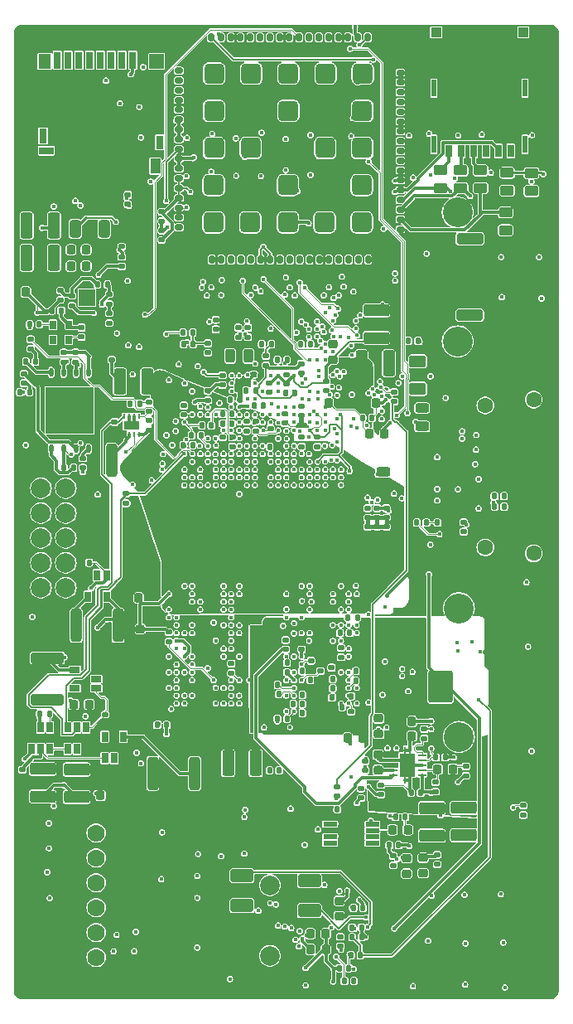
<source format=gbr>
G04 #@! TF.GenerationSoftware,KiCad,Pcbnew,7.0.1*
G04 #@! TF.CreationDate,2024-07-31T19:39:54-07:00*
G04 #@! TF.ProjectId,DFTBoard,44465442-6f61-4726-942e-6b696361645f,rev?*
G04 #@! TF.SameCoordinates,Original*
G04 #@! TF.FileFunction,Copper,L6,Bot*
G04 #@! TF.FilePolarity,Positive*
%FSLAX46Y46*%
G04 Gerber Fmt 4.6, Leading zero omitted, Abs format (unit mm)*
G04 Created by KiCad (PCBNEW 7.0.1) date 2024-07-31 19:39:54*
%MOMM*%
%LPD*%
G01*
G04 APERTURE LIST*
G04 Aperture macros list*
%AMRoundRect*
0 Rectangle with rounded corners*
0 $1 Rounding radius*
0 $2 $3 $4 $5 $6 $7 $8 $9 X,Y pos of 4 corners*
0 Add a 4 corners polygon primitive as box body*
4,1,4,$2,$3,$4,$5,$6,$7,$8,$9,$2,$3,0*
0 Add four circle primitives for the rounded corners*
1,1,$1+$1,$2,$3*
1,1,$1+$1,$4,$5*
1,1,$1+$1,$6,$7*
1,1,$1+$1,$8,$9*
0 Add four rect primitives between the rounded corners*
20,1,$1+$1,$2,$3,$4,$5,0*
20,1,$1+$1,$4,$5,$6,$7,0*
20,1,$1+$1,$6,$7,$8,$9,0*
20,1,$1+$1,$8,$9,$2,$3,0*%
G04 Aperture macros list end*
G04 #@! TA.AperFunction,ComponentPad*
%ADD10C,3.048000*%
G04 #@! TD*
G04 #@! TA.AperFunction,ComponentPad*
%ADD11C,2.000000*%
G04 #@! TD*
G04 #@! TA.AperFunction,ComponentPad*
%ADD12C,1.600000*%
G04 #@! TD*
G04 #@! TA.AperFunction,ComponentPad*
%ADD13C,0.500000*%
G04 #@! TD*
G04 #@! TA.AperFunction,SMDPad,CuDef*
%ADD14R,1.680000X1.680000*%
G04 #@! TD*
G04 #@! TA.AperFunction,SMDPad,CuDef*
%ADD15R,0.650000X0.850000*%
G04 #@! TD*
G04 #@! TA.AperFunction,SMDPad,CuDef*
%ADD16RoundRect,0.147500X0.172500X-0.147500X0.172500X0.147500X-0.172500X0.147500X-0.172500X-0.147500X0*%
G04 #@! TD*
G04 #@! TA.AperFunction,SMDPad,CuDef*
%ADD17RoundRect,0.147500X-0.147500X-0.172500X0.147500X-0.172500X0.147500X0.172500X-0.147500X0.172500X0*%
G04 #@! TD*
G04 #@! TA.AperFunction,SMDPad,CuDef*
%ADD18RoundRect,0.147500X0.147500X0.172500X-0.147500X0.172500X-0.147500X-0.172500X0.147500X-0.172500X0*%
G04 #@! TD*
G04 #@! TA.AperFunction,SMDPad,CuDef*
%ADD19RoundRect,0.147500X-0.172500X0.147500X-0.172500X-0.147500X0.172500X-0.147500X0.172500X0.147500X0*%
G04 #@! TD*
G04 #@! TA.AperFunction,SMDPad,CuDef*
%ADD20RoundRect,0.218750X0.256250X-0.218750X0.256250X0.218750X-0.256250X0.218750X-0.256250X-0.218750X0*%
G04 #@! TD*
G04 #@! TA.AperFunction,SMDPad,CuDef*
%ADD21RoundRect,0.250000X1.075000X-0.375000X1.075000X0.375000X-1.075000X0.375000X-1.075000X-0.375000X0*%
G04 #@! TD*
G04 #@! TA.AperFunction,SMDPad,CuDef*
%ADD22RoundRect,0.250000X0.625000X-0.375000X0.625000X0.375000X-0.625000X0.375000X-0.625000X-0.375000X0*%
G04 #@! TD*
G04 #@! TA.AperFunction,SMDPad,CuDef*
%ADD23RoundRect,0.250000X-1.075000X0.375000X-1.075000X-0.375000X1.075000X-0.375000X1.075000X0.375000X0*%
G04 #@! TD*
G04 #@! TA.AperFunction,SMDPad,CuDef*
%ADD24RoundRect,0.250000X-0.312500X-1.450000X0.312500X-1.450000X0.312500X1.450000X-0.312500X1.450000X0*%
G04 #@! TD*
G04 #@! TA.AperFunction,SMDPad,CuDef*
%ADD25R,0.650000X1.060000*%
G04 #@! TD*
G04 #@! TA.AperFunction,SMDPad,CuDef*
%ADD26R,1.420000X0.470000*%
G04 #@! TD*
G04 #@! TA.AperFunction,SMDPad,CuDef*
%ADD27RoundRect,0.250000X-0.375000X-1.075000X0.375000X-1.075000X0.375000X1.075000X-0.375000X1.075000X0*%
G04 #@! TD*
G04 #@! TA.AperFunction,SMDPad,CuDef*
%ADD28RoundRect,0.218750X0.218750X0.256250X-0.218750X0.256250X-0.218750X-0.256250X0.218750X-0.256250X0*%
G04 #@! TD*
G04 #@! TA.AperFunction,SMDPad,CuDef*
%ADD29RoundRect,0.243750X0.243750X0.456250X-0.243750X0.456250X-0.243750X-0.456250X0.243750X-0.456250X0*%
G04 #@! TD*
G04 #@! TA.AperFunction,SMDPad,CuDef*
%ADD30R,0.850000X0.280000*%
G04 #@! TD*
G04 #@! TA.AperFunction,SMDPad,CuDef*
%ADD31R,0.280000X0.700000*%
G04 #@! TD*
G04 #@! TA.AperFunction,SMDPad,CuDef*
%ADD32R,1.650000X2.400000*%
G04 #@! TD*
G04 #@! TA.AperFunction,SMDPad,CuDef*
%ADD33RoundRect,0.218750X-0.218750X-0.256250X0.218750X-0.256250X0.218750X0.256250X-0.218750X0.256250X0*%
G04 #@! TD*
G04 #@! TA.AperFunction,SMDPad,CuDef*
%ADD34RoundRect,0.250000X-0.925000X0.412500X-0.925000X-0.412500X0.925000X-0.412500X0.925000X0.412500X0*%
G04 #@! TD*
G04 #@! TA.AperFunction,SMDPad,CuDef*
%ADD35RoundRect,0.250000X0.375000X1.075000X-0.375000X1.075000X-0.375000X-1.075000X0.375000X-1.075000X0*%
G04 #@! TD*
G04 #@! TA.AperFunction,SMDPad,CuDef*
%ADD36RoundRect,0.250000X0.312500X1.450000X-0.312500X1.450000X-0.312500X-1.450000X0.312500X-1.450000X0*%
G04 #@! TD*
G04 #@! TA.AperFunction,SMDPad,CuDef*
%ADD37R,0.250000X0.500000*%
G04 #@! TD*
G04 #@! TA.AperFunction,SMDPad,CuDef*
%ADD38R,1.600000X0.900000*%
G04 #@! TD*
G04 #@! TA.AperFunction,SMDPad,CuDef*
%ADD39RoundRect,0.243750X0.456250X-0.243750X0.456250X0.243750X-0.456250X0.243750X-0.456250X-0.243750X0*%
G04 #@! TD*
G04 #@! TA.AperFunction,SMDPad,CuDef*
%ADD40R,0.700000X1.750000*%
G04 #@! TD*
G04 #@! TA.AperFunction,SMDPad,CuDef*
%ADD41R,1.300000X1.500000*%
G04 #@! TD*
G04 #@! TA.AperFunction,SMDPad,CuDef*
%ADD42R,1.500000X1.500000*%
G04 #@! TD*
G04 #@! TA.AperFunction,SMDPad,CuDef*
%ADD43R,0.800000X1.400000*%
G04 #@! TD*
G04 #@! TA.AperFunction,SMDPad,CuDef*
%ADD44R,1.000000X1.550000*%
G04 #@! TD*
G04 #@! TA.AperFunction,SMDPad,CuDef*
%ADD45R,1.500000X0.800000*%
G04 #@! TD*
G04 #@! TA.AperFunction,SMDPad,CuDef*
%ADD46R,0.800000X1.500000*%
G04 #@! TD*
G04 #@! TA.AperFunction,SMDPad,CuDef*
%ADD47RoundRect,0.250000X0.925000X-0.412500X0.925000X0.412500X-0.925000X0.412500X-0.925000X-0.412500X0*%
G04 #@! TD*
G04 #@! TA.AperFunction,SMDPad,CuDef*
%ADD48RoundRect,0.243750X-0.456250X0.243750X-0.456250X-0.243750X0.456250X-0.243750X0.456250X0.243750X0*%
G04 #@! TD*
G04 #@! TA.AperFunction,ComponentPad*
%ADD49C,1.778000*%
G04 #@! TD*
G04 #@! TA.AperFunction,SMDPad,CuDef*
%ADD50RoundRect,0.250000X-1.450000X0.312500X-1.450000X-0.312500X1.450000X-0.312500X1.450000X0.312500X0*%
G04 #@! TD*
G04 #@! TA.AperFunction,SMDPad,CuDef*
%ADD51R,1.060000X0.650000*%
G04 #@! TD*
G04 #@! TA.AperFunction,SMDPad,CuDef*
%ADD52RoundRect,0.225000X0.000000X0.250000X0.000000X-0.250000X0.000000X-0.250000X0.000000X0.250000X0*%
G04 #@! TD*
G04 #@! TA.AperFunction,SMDPad,CuDef*
%ADD53R,4.900000X4.750000*%
G04 #@! TD*
G04 #@! TA.AperFunction,SMDPad,CuDef*
%ADD54RoundRect,0.135000X-0.185000X0.135000X-0.185000X-0.135000X0.185000X-0.135000X0.185000X0.135000X0*%
G04 #@! TD*
G04 #@! TA.AperFunction,SMDPad,CuDef*
%ADD55RoundRect,0.250000X1.100000X-0.325000X1.100000X0.325000X-1.100000X0.325000X-1.100000X-0.325000X0*%
G04 #@! TD*
G04 #@! TA.AperFunction,SMDPad,CuDef*
%ADD56RoundRect,0.225000X0.225000X0.250000X-0.225000X0.250000X-0.225000X-0.250000X0.225000X-0.250000X0*%
G04 #@! TD*
G04 #@! TA.AperFunction,SMDPad,CuDef*
%ADD57RoundRect,0.225000X-0.225000X-0.250000X0.225000X-0.250000X0.225000X0.250000X-0.225000X0.250000X0*%
G04 #@! TD*
G04 #@! TA.AperFunction,SMDPad,CuDef*
%ADD58RoundRect,0.135000X0.185000X-0.135000X0.185000X0.135000X-0.185000X0.135000X-0.185000X-0.135000X0*%
G04 #@! TD*
G04 #@! TA.AperFunction,SMDPad,CuDef*
%ADD59RoundRect,0.140000X-0.170000X0.140000X-0.170000X-0.140000X0.170000X-0.140000X0.170000X0.140000X0*%
G04 #@! TD*
G04 #@! TA.AperFunction,SMDPad,CuDef*
%ADD60RoundRect,0.250000X-1.100000X0.325000X-1.100000X-0.325000X1.100000X-0.325000X1.100000X0.325000X0*%
G04 #@! TD*
G04 #@! TA.AperFunction,SMDPad,CuDef*
%ADD61RoundRect,0.250000X0.450000X-0.262500X0.450000X0.262500X-0.450000X0.262500X-0.450000X-0.262500X0*%
G04 #@! TD*
G04 #@! TA.AperFunction,SMDPad,CuDef*
%ADD62RoundRect,0.135000X0.135000X0.185000X-0.135000X0.185000X-0.135000X-0.185000X0.135000X-0.185000X0*%
G04 #@! TD*
G04 #@! TA.AperFunction,SMDPad,CuDef*
%ADD63RoundRect,0.140000X0.170000X-0.140000X0.170000X0.140000X-0.170000X0.140000X-0.170000X-0.140000X0*%
G04 #@! TD*
G04 #@! TA.AperFunction,SMDPad,CuDef*
%ADD64RoundRect,0.250000X-0.325000X-0.650000X0.325000X-0.650000X0.325000X0.650000X-0.325000X0.650000X0*%
G04 #@! TD*
G04 #@! TA.AperFunction,SMDPad,CuDef*
%ADD65RoundRect,0.150000X-0.150000X0.250000X-0.150000X-0.250000X0.150000X-0.250000X0.150000X0.250000X0*%
G04 #@! TD*
G04 #@! TA.AperFunction,SMDPad,CuDef*
%ADD66RoundRect,0.150000X0.250000X0.150000X-0.250000X0.150000X-0.250000X-0.150000X0.250000X-0.150000X0*%
G04 #@! TD*
G04 #@! TA.AperFunction,SMDPad,CuDef*
%ADD67RoundRect,0.150000X0.150000X-0.250000X0.150000X0.250000X-0.150000X0.250000X-0.150000X-0.250000X0*%
G04 #@! TD*
G04 #@! TA.AperFunction,SMDPad,CuDef*
%ADD68RoundRect,0.150000X-0.250000X-0.150000X0.250000X-0.150000X0.250000X0.150000X-0.250000X0.150000X0*%
G04 #@! TD*
G04 #@! TA.AperFunction,SMDPad,CuDef*
%ADD69RoundRect,0.525000X-0.525000X0.525000X-0.525000X-0.525000X0.525000X-0.525000X0.525000X0.525000X0*%
G04 #@! TD*
G04 #@! TA.AperFunction,SMDPad,CuDef*
%ADD70RoundRect,0.250000X1.000000X-1.400000X1.000000X1.400000X-1.000000X1.400000X-1.000000X-1.400000X0*%
G04 #@! TD*
G04 #@! TA.AperFunction,SMDPad,CuDef*
%ADD71R,0.482600X1.803400*%
G04 #@! TD*
G04 #@! TA.AperFunction,SMDPad,CuDef*
%ADD72R,1.030000X0.990600*%
G04 #@! TD*
G04 #@! TA.AperFunction,SMDPad,CuDef*
%ADD73R,0.660400X1.295400*%
G04 #@! TD*
G04 #@! TA.AperFunction,SMDPad,CuDef*
%ADD74RoundRect,0.250000X-0.450000X0.262500X-0.450000X-0.262500X0.450000X-0.262500X0.450000X0.262500X0*%
G04 #@! TD*
G04 #@! TA.AperFunction,ViaPad*
%ADD75C,0.450000*%
G04 #@! TD*
G04 #@! TA.AperFunction,Conductor*
%ADD76C,0.300000*%
G04 #@! TD*
G04 #@! TA.AperFunction,Conductor*
%ADD77C,0.102000*%
G04 #@! TD*
G04 #@! TA.AperFunction,Conductor*
%ADD78C,0.200000*%
G04 #@! TD*
G04 #@! TA.AperFunction,Conductor*
%ADD79C,1.000000*%
G04 #@! TD*
G04 #@! TA.AperFunction,Conductor*
%ADD80C,0.450000*%
G04 #@! TD*
G04 #@! TA.AperFunction,Conductor*
%ADD81C,0.120000*%
G04 #@! TD*
G04 APERTURE END LIST*
D10*
X145645530Y-136085980D03*
X145645530Y-122944020D03*
D11*
X105450000Y-120845000D03*
X102910000Y-120845000D03*
X105450000Y-118305000D03*
X102910000Y-118305000D03*
X105450000Y-115765000D03*
X102910000Y-115765000D03*
X105450000Y-113225000D03*
X102910000Y-113225000D03*
X105450000Y-110685000D03*
X102910000Y-110685000D03*
D12*
X153290000Y-117340000D03*
X148340000Y-116740000D03*
X148340000Y-102240000D03*
X153290000Y-101640000D03*
D11*
X126325000Y-158437500D03*
X126325000Y-151237500D03*
D13*
X107000000Y-91797500D03*
X108180000Y-91797500D03*
D14*
X107590000Y-91207500D03*
D13*
X107000000Y-90617500D03*
X108180000Y-90617500D03*
D10*
X145520000Y-95691960D03*
X145520000Y-82550000D03*
D15*
X105775000Y-95540533D03*
X104125000Y-95540533D03*
X104125000Y-93990533D03*
X105775000Y-93990533D03*
D16*
X111580000Y-112225000D03*
X111580000Y-111255000D03*
D17*
X130440000Y-130275000D03*
X131410000Y-130275000D03*
X132740000Y-131125000D03*
X133710000Y-131125000D03*
X129640000Y-131775000D03*
X130610000Y-131775000D03*
X134640000Y-131925000D03*
X135610000Y-131925000D03*
X129640000Y-132725000D03*
X130610000Y-132725000D03*
D16*
X132625000Y-129010000D03*
X132625000Y-128040000D03*
D18*
X132660000Y-132075000D03*
X131690000Y-132075000D03*
D17*
X132740000Y-130175000D03*
X133710000Y-130175000D03*
D18*
X133710000Y-133025000D03*
X132740000Y-133025000D03*
D16*
X130525000Y-128310000D03*
X130525000Y-127340000D03*
D17*
X129590000Y-129325000D03*
X130560000Y-129325000D03*
D18*
X128060000Y-128525000D03*
X127090000Y-128525000D03*
D19*
X107200000Y-107630533D03*
X107200000Y-108600533D03*
D17*
X100765000Y-100875000D03*
X101735000Y-100875000D03*
D18*
X119275000Y-105270000D03*
X118305000Y-105270000D03*
D20*
X113055000Y-126652500D03*
X113055000Y-125077500D03*
D21*
X106555000Y-142215000D03*
X106555000Y-139415000D03*
D22*
X141430000Y-100540000D03*
X141430000Y-97740000D03*
D23*
X146130000Y-143315000D03*
X146130000Y-146115000D03*
D24*
X106517500Y-124690000D03*
X110792500Y-124690000D03*
D17*
X106870000Y-118290000D03*
X107840000Y-118290000D03*
D16*
X117525000Y-103210000D03*
X117525000Y-102240000D03*
D18*
X140140000Y-144265000D03*
X139170000Y-144265000D03*
X128060000Y-134225000D03*
X127090000Y-134225000D03*
D17*
X101765000Y-93965533D03*
X102735000Y-93965533D03*
D25*
X107530000Y-137315000D03*
X106580000Y-137315000D03*
X105630000Y-137315000D03*
X105630000Y-135115000D03*
X106580000Y-135115000D03*
X107530000Y-135115000D03*
D19*
X124075000Y-94290000D03*
X124075000Y-95260000D03*
D17*
X140495000Y-95640000D03*
X141465000Y-95640000D03*
D16*
X135627076Y-142322836D03*
X135627076Y-141352836D03*
D17*
X132244576Y-143462836D03*
X133214576Y-143462836D03*
D16*
X127925000Y-127160000D03*
X127925000Y-126190000D03*
X115975000Y-126360000D03*
X115975000Y-125390000D03*
D19*
X122475000Y-105490000D03*
X122475000Y-106460000D03*
D18*
X120325000Y-104280000D03*
X119355000Y-104280000D03*
D16*
X152225000Y-144060000D03*
X152225000Y-143090000D03*
D26*
X136807500Y-144990000D03*
X136807500Y-145640000D03*
X136807500Y-146290000D03*
X136807500Y-146940000D03*
X132477500Y-146940000D03*
X132477500Y-146290000D03*
X132477500Y-145640000D03*
X132477500Y-144990000D03*
D19*
X122375000Y-128590000D03*
X122375000Y-129560000D03*
X132060000Y-99785000D03*
X132060000Y-100755000D03*
X129575000Y-102290000D03*
X129575000Y-103260000D03*
D27*
X135680000Y-97940000D03*
X138480000Y-97940000D03*
D18*
X118420000Y-94800000D03*
X117450000Y-94800000D03*
D28*
X135819413Y-136174413D03*
X134244413Y-136174413D03*
D21*
X103080000Y-142165000D03*
X103080000Y-139365000D03*
D16*
X101850000Y-96450533D03*
X101850000Y-95480533D03*
D29*
X124112500Y-97175000D03*
X122237500Y-97175000D03*
D19*
X119975000Y-100740000D03*
X119975000Y-101710000D03*
D17*
X125490000Y-95975000D03*
X126460000Y-95975000D03*
D19*
X123075000Y-94290000D03*
X123075000Y-95260000D03*
D18*
X130460000Y-95975000D03*
X129490000Y-95975000D03*
D19*
X111790000Y-80735000D03*
X111790000Y-81705000D03*
D18*
X118460000Y-95975000D03*
X117490000Y-95975000D03*
D19*
X120775000Y-93490000D03*
X120775000Y-94460000D03*
X119975000Y-95890000D03*
X119975000Y-96860000D03*
D17*
X127090000Y-97575000D03*
X128060000Y-97575000D03*
D18*
X122460000Y-103125000D03*
X121490000Y-103125000D03*
X123260000Y-101675000D03*
X122290000Y-101675000D03*
D16*
X127850000Y-104060000D03*
X127850000Y-103090000D03*
D19*
X126225000Y-99940000D03*
X126225000Y-100910000D03*
D18*
X128860000Y-100975000D03*
X127890000Y-100975000D03*
X118435000Y-106275000D03*
X117465000Y-106275000D03*
X127260000Y-106475000D03*
X126290000Y-106475000D03*
D16*
X137645000Y-141966250D03*
X137645000Y-140996250D03*
D19*
X133575000Y-126990000D03*
X133575000Y-127960000D03*
D18*
X125660000Y-102225000D03*
X124690000Y-102225000D03*
D30*
X138930000Y-139971250D03*
X138930000Y-139471250D03*
X138930000Y-138971250D03*
X138930000Y-138471250D03*
X138930000Y-137971250D03*
X141880000Y-137971250D03*
X141880000Y-138471250D03*
X141880000Y-138971250D03*
X141880000Y-139471250D03*
X141880000Y-139971250D03*
D31*
X140155000Y-137421250D03*
X140155000Y-140521250D03*
D32*
X140405000Y-138971250D03*
D31*
X140655000Y-137421250D03*
X140655000Y-140521250D03*
D19*
X146345000Y-139096250D03*
X146345000Y-140066250D03*
D16*
X143245000Y-141666250D03*
X143245000Y-140696250D03*
D33*
X143457500Y-139381250D03*
X145032500Y-139381250D03*
D16*
X142105000Y-136256250D03*
X142105000Y-135286250D03*
D33*
X139257500Y-134481250D03*
X140832500Y-134481250D03*
X139257500Y-135981250D03*
X140832500Y-135981250D03*
D17*
X140760000Y-141781250D03*
X141730000Y-141781250D03*
D20*
X137445000Y-135768750D03*
X137445000Y-134193750D03*
X137375000Y-139462500D03*
X137375000Y-137887500D03*
D17*
X133490000Y-125475000D03*
X134460000Y-125475000D03*
D18*
X135260000Y-123875000D03*
X134290000Y-123875000D03*
D16*
X138220000Y-113705000D03*
X138220000Y-112735000D03*
X138220000Y-115605000D03*
X138220000Y-114635000D03*
X136320000Y-113705000D03*
X136320000Y-112735000D03*
X136320000Y-115605000D03*
X136320000Y-114635000D03*
X137280000Y-113705000D03*
X137280000Y-112735000D03*
X137280000Y-115595000D03*
X137280000Y-114625000D03*
D18*
X122460000Y-104075000D03*
X121490000Y-104075000D03*
D16*
X121475000Y-106460000D03*
X121475000Y-105490000D03*
D20*
X142000000Y-150000000D03*
X142000000Y-148425000D03*
D18*
X135710000Y-156550000D03*
X134740000Y-156550000D03*
D17*
X134865000Y-153525000D03*
X135835000Y-153525000D03*
D16*
X138950000Y-149192500D03*
X138950000Y-148222500D03*
D17*
X134715000Y-155550000D03*
X135685000Y-155550000D03*
D19*
X133500000Y-156490000D03*
X133500000Y-157460000D03*
D17*
X134605000Y-158400000D03*
X135575000Y-158400000D03*
D33*
X130462500Y-157800000D03*
X132037500Y-157800000D03*
D19*
X139000000Y-100865000D03*
X139000000Y-101835000D03*
X133200000Y-141165000D03*
X133200000Y-142135000D03*
D16*
X136080000Y-139515000D03*
X136080000Y-138545000D03*
X143425000Y-149097500D03*
X143425000Y-148127500D03*
D17*
X133940000Y-161000000D03*
X134910000Y-161000000D03*
D20*
X133400000Y-154412500D03*
X133400000Y-152837500D03*
D28*
X132025000Y-156175000D03*
X130450000Y-156175000D03*
D20*
X140300000Y-150050000D03*
X140300000Y-148475000D03*
D34*
X123475000Y-150250000D03*
X123475000Y-153325000D03*
D19*
X110430000Y-102955000D03*
X110430000Y-103925000D03*
D18*
X128060000Y-129475000D03*
X127090000Y-129475000D03*
X127110000Y-130775000D03*
X126140000Y-130775000D03*
D17*
X135090000Y-129375000D03*
X136060000Y-129375000D03*
D27*
X122055000Y-138765000D03*
X124855000Y-138765000D03*
D35*
X104250000Y-83875000D03*
X101450000Y-83875000D03*
D33*
X135587500Y-101975000D03*
X137162500Y-101975000D03*
D16*
X125925000Y-98135000D03*
X125925000Y-97165000D03*
D25*
X101930000Y-135115000D03*
X102880000Y-135115000D03*
X103830000Y-135115000D03*
X103830000Y-137315000D03*
X102880000Y-137315000D03*
X101930000Y-137315000D03*
D36*
X118617500Y-139815000D03*
X114342500Y-139815000D03*
D28*
X110567500Y-142065000D03*
X108992500Y-142065000D03*
D25*
X111330000Y-138265000D03*
X110380000Y-138265000D03*
X109430000Y-138265000D03*
X109430000Y-136065000D03*
X111330000Y-136065000D03*
D18*
X103765000Y-133715000D03*
X102795000Y-133715000D03*
D16*
X101000000Y-140410000D03*
X101000000Y-139440000D03*
D37*
X111405000Y-103315000D03*
X111905000Y-103315000D03*
X112405000Y-103315000D03*
X112905000Y-103315000D03*
X112905000Y-105215000D03*
X112405000Y-105215000D03*
X111905000Y-105215000D03*
X111405000Y-105215000D03*
D38*
X112155000Y-104265000D03*
D18*
X113015000Y-102046250D03*
X112045000Y-102046250D03*
D16*
X113955000Y-102850000D03*
X113955000Y-101880000D03*
D19*
X113955000Y-103780000D03*
X113955000Y-104750000D03*
D35*
X104250000Y-87175000D03*
X101450000Y-87175000D03*
D17*
X126282924Y-139492164D03*
X127252924Y-139492164D03*
D18*
X139485000Y-147150000D03*
X138515000Y-147150000D03*
D16*
X105250000Y-97800533D03*
X105250000Y-96830533D03*
X107050000Y-95250533D03*
X107050000Y-94280533D03*
X106450000Y-97800533D03*
X106450000Y-96830533D03*
D18*
X104985000Y-92550000D03*
X104015000Y-92550000D03*
D33*
X136462500Y-105125000D03*
X138037500Y-105125000D03*
D39*
X137880000Y-110908750D03*
X137880000Y-109033750D03*
D17*
X135790000Y-103500000D03*
X136760000Y-103500000D03*
D25*
X107705000Y-119590000D03*
X108655000Y-119590000D03*
X109605000Y-119590000D03*
X109605000Y-121790000D03*
X107705000Y-121790000D03*
D33*
X111312500Y-121900000D03*
X112887500Y-121900000D03*
D19*
X146123750Y-114155000D03*
X146123750Y-115125000D03*
D17*
X133415000Y-159700000D03*
X134385000Y-159700000D03*
D19*
X131175000Y-105490000D03*
X131175000Y-106460000D03*
D16*
X121460000Y-100145000D03*
X121460000Y-99175000D03*
D18*
X144230000Y-138181250D03*
X143260000Y-138181250D03*
D40*
X112300000Y-66990000D03*
X111200000Y-66990000D03*
X110100000Y-66990000D03*
X109000000Y-66990000D03*
X107900000Y-66990000D03*
D41*
X103300000Y-67115000D03*
D40*
X106800000Y-66990000D03*
D42*
X114750000Y-67115000D03*
D43*
X115075000Y-75365000D03*
D40*
X105700000Y-66990000D03*
X104600000Y-66990000D03*
D44*
X114600000Y-77790000D03*
D45*
X103450000Y-76215000D03*
D46*
X103125000Y-74715000D03*
D47*
X130350000Y-153837500D03*
X130350000Y-150762500D03*
D48*
X141880000Y-102502500D03*
X141880000Y-104377500D03*
D33*
X138855000Y-145565000D03*
X140430000Y-145565000D03*
D24*
X110117500Y-107865000D03*
X114392500Y-107865000D03*
D18*
X127210000Y-131725000D03*
X126240000Y-131725000D03*
D19*
X129575000Y-105490000D03*
X129575000Y-106460000D03*
X123925000Y-103890000D03*
X123925000Y-104860000D03*
D18*
X124860000Y-100725000D03*
X123890000Y-100725000D03*
D16*
X129500000Y-98935000D03*
X129500000Y-97965000D03*
D20*
X132775000Y-97562500D03*
X132775000Y-95987500D03*
D21*
X137205000Y-95340000D03*
X137205000Y-92540000D03*
D33*
X132337500Y-101975000D03*
X133912500Y-101975000D03*
D17*
X135090000Y-130325000D03*
X136060000Y-130325000D03*
D16*
X131475000Y-129360000D03*
X131475000Y-128390000D03*
D23*
X142880000Y-143365000D03*
X142880000Y-146165000D03*
D49*
X108550000Y-158600000D03*
X108550000Y-156060000D03*
X108550000Y-153520000D03*
X108550000Y-150980000D03*
X108550000Y-148440000D03*
X108550000Y-145900000D03*
D16*
X127975000Y-100060000D03*
X127975000Y-99090000D03*
X124875000Y-104860000D03*
X124875000Y-103890000D03*
D19*
X126375000Y-104590000D03*
X126375000Y-105560000D03*
D17*
X105265000Y-108565533D03*
X106235000Y-108565533D03*
X129640000Y-133675000D03*
X130610000Y-133675000D03*
D19*
X134625000Y-133490000D03*
X134625000Y-134460000D03*
D16*
X129575000Y-127160000D03*
X129575000Y-126190000D03*
D18*
X128710000Y-132725000D03*
X127740000Y-132725000D03*
D17*
X141346250Y-114215000D03*
X142316250Y-114215000D03*
X143446250Y-114215000D03*
X144416250Y-114215000D03*
D18*
X150275000Y-112570000D03*
X149305000Y-112570000D03*
D35*
X113780000Y-99796250D03*
X110980000Y-99796250D03*
D16*
X109455000Y-134750000D03*
X109455000Y-133780000D03*
D50*
X103555000Y-128027500D03*
X103555000Y-132302500D03*
D51*
X108555000Y-129215000D03*
X108555000Y-130165000D03*
X108555000Y-131115000D03*
X106355000Y-131115000D03*
X106355000Y-129215000D03*
D33*
X106267500Y-132765000D03*
X107842500Y-132765000D03*
D19*
X110125000Y-96590000D03*
X110125000Y-97560000D03*
D17*
X114790000Y-134875000D03*
X115760000Y-134875000D03*
D18*
X150245000Y-111500000D03*
X149275000Y-111500000D03*
D17*
X101365000Y-97765533D03*
X102335000Y-97765533D03*
D52*
X103945000Y-98865533D03*
X105215000Y-98865533D03*
X106485000Y-98865533D03*
X107755000Y-98865533D03*
X107755000Y-106665533D03*
X106485000Y-106665533D03*
X105215000Y-106665533D03*
X103945000Y-106665533D03*
D53*
X105850000Y-102765533D03*
D19*
X101150000Y-98990000D03*
X101150000Y-99960000D03*
D54*
X109900000Y-92815000D03*
X109900000Y-93835000D03*
D55*
X146760000Y-93030000D03*
X146760000Y-90080000D03*
D56*
X102900000Y-90650000D03*
X101350000Y-90650000D03*
D57*
X105975000Y-86350000D03*
X107525000Y-86350000D03*
D58*
X106075000Y-92060000D03*
X106075000Y-91040000D03*
D59*
X104875000Y-90500000D03*
X104875000Y-91460000D03*
D60*
X146770000Y-85210000D03*
X146770000Y-88160000D03*
D61*
X145800000Y-80050000D03*
X145800000Y-78225000D03*
D62*
X109710000Y-89900000D03*
X108690000Y-89900000D03*
D61*
X150570000Y-80302500D03*
X150570000Y-78477500D03*
D63*
X115252000Y-85341372D03*
X115252000Y-84381372D03*
D57*
X105975000Y-88000000D03*
X107525000Y-88000000D03*
D64*
X106400000Y-84225000D03*
X109350000Y-84225000D03*
D65*
X120310000Y-64650000D03*
X121310000Y-64650000D03*
X122310000Y-64650000D03*
X123310000Y-64650000D03*
X124310000Y-64650000D03*
X125310000Y-64650000D03*
X126310000Y-64650000D03*
X127310000Y-64650000D03*
X128310000Y-64650000D03*
X129310000Y-64650000D03*
X130310000Y-64650000D03*
X131310000Y-64650000D03*
X132310000Y-64650000D03*
X133310000Y-64650000D03*
X134310000Y-64650000D03*
X135310000Y-64650000D03*
X136310000Y-64650000D03*
D66*
X139660000Y-68250000D03*
X139660000Y-69250000D03*
X139660000Y-70250000D03*
X139660000Y-71250000D03*
X139660000Y-72250000D03*
X139660000Y-73250000D03*
X139660000Y-74250000D03*
X139660000Y-75250000D03*
X139660000Y-76250000D03*
X139660000Y-77250000D03*
X139660000Y-78250000D03*
X139660000Y-79250000D03*
X139660000Y-80250000D03*
X139660000Y-81250000D03*
X139660000Y-82250000D03*
X139660000Y-83250000D03*
X139660000Y-84250000D03*
D67*
X136360000Y-87350000D03*
X135360000Y-87350000D03*
X134360000Y-87350000D03*
X133360000Y-87350000D03*
X132360000Y-87350000D03*
X131360000Y-87350000D03*
X130360000Y-87350000D03*
X129360000Y-87350000D03*
X128360000Y-87350000D03*
X127360000Y-87350000D03*
X126360000Y-87350000D03*
X125360000Y-87350000D03*
X124360000Y-87350000D03*
X123360000Y-87350000D03*
X122360000Y-87350000D03*
X121360000Y-87350000D03*
X120360000Y-87350000D03*
D68*
X117010000Y-84050000D03*
X117010000Y-83050000D03*
X117010000Y-82050000D03*
X117010000Y-81050000D03*
X117010000Y-80050000D03*
X117010000Y-79050000D03*
X117010000Y-78050000D03*
X117010000Y-77050000D03*
X117010000Y-76050000D03*
X117010000Y-75050000D03*
X117010000Y-74050000D03*
X117010000Y-73050000D03*
X117010000Y-72050000D03*
X117010000Y-71050000D03*
X117010000Y-70050000D03*
X117010000Y-69050000D03*
X117010000Y-68050000D03*
D69*
X135810000Y-68350000D03*
X132010000Y-68350000D03*
X128210000Y-68350000D03*
X124410000Y-68350000D03*
X120610000Y-68350000D03*
X135760000Y-72150000D03*
X128210000Y-72150000D03*
X120610000Y-72150000D03*
X135760000Y-75950000D03*
X131960000Y-75950000D03*
X124360000Y-75950000D03*
X120610000Y-75950000D03*
X135710000Y-79750000D03*
X128160000Y-79750000D03*
X120560000Y-79750000D03*
X135710000Y-83550000D03*
X131910000Y-83550000D03*
X128160000Y-83550000D03*
X124310000Y-83550000D03*
X120560000Y-83550000D03*
D61*
X153060000Y-80342500D03*
X153060000Y-78517500D03*
D59*
X111150000Y-87070000D03*
X111150000Y-88030000D03*
D54*
X109900000Y-90865000D03*
X109900000Y-91885000D03*
D59*
X115247000Y-82451372D03*
X115247000Y-83411372D03*
X111150000Y-85045000D03*
X111150000Y-86005000D03*
D70*
X150557500Y-130960000D03*
X143757500Y-130960000D03*
D61*
X143750000Y-80025000D03*
X143750000Y-78200000D03*
D71*
X143100036Y-75600000D03*
X152429964Y-75600000D03*
X143100000Y-69850001D03*
X152430000Y-69850001D03*
D72*
X143300000Y-64130000D03*
X152230000Y-64130000D03*
D73*
X149670000Y-76270001D03*
X147130000Y-76270001D03*
X145860000Y-76270001D03*
X150940000Y-76270001D03*
X148400000Y-76270001D03*
X144590000Y-76270001D03*
D74*
X150410000Y-82527500D03*
X150410000Y-84352500D03*
D61*
X147850000Y-80050000D03*
X147850000Y-78225000D03*
D75*
X130270000Y-83640000D03*
X129547500Y-95974521D03*
X126375000Y-106375000D03*
X124830881Y-97975498D03*
X123975499Y-103192293D03*
X119536657Y-98831738D03*
X122372133Y-97592000D03*
X119975000Y-96892500D03*
X120775000Y-94375000D03*
X123154689Y-99198861D03*
X127878199Y-97962574D03*
X117820000Y-95780000D03*
X123275699Y-94931325D03*
X119975000Y-105592500D03*
X124775000Y-102375000D03*
X123992500Y-101560766D03*
X122360377Y-101564280D03*
X124017524Y-99132571D03*
X126377500Y-99172981D03*
X124758000Y-99983861D03*
X123975000Y-100773000D03*
X125567500Y-100794444D03*
X117591000Y-103960167D03*
X118642472Y-101896902D03*
X120791704Y-103175204D03*
X121569566Y-103182000D03*
X131490297Y-95646422D03*
X129033380Y-94788459D03*
X111895236Y-81861860D03*
X126375000Y-95975000D03*
X131173000Y-97606028D03*
X127975000Y-99175000D03*
X129598328Y-99968106D03*
X127173892Y-99992000D03*
X126387624Y-100817500D03*
X127189500Y-100830742D03*
X127977983Y-100792000D03*
X124714431Y-103999550D03*
X126360939Y-103155280D03*
X126475127Y-102030047D03*
X127175000Y-102375000D03*
X128788531Y-102379514D03*
X131190539Y-106357664D03*
X127976600Y-103185415D03*
X128775000Y-103975000D03*
X127180709Y-103984277D03*
X125589379Y-103960621D03*
X123959880Y-104783687D03*
X122376273Y-104786566D03*
X123203016Y-103972787D03*
X121560942Y-103972787D03*
X124775000Y-107175000D03*
X122376543Y-106375000D03*
X119192500Y-107172813D03*
X117575000Y-106375000D03*
X121575000Y-108775000D03*
X130374017Y-108783777D03*
X127975000Y-107975000D03*
X127175000Y-110375000D03*
X123975000Y-109575000D03*
X132775000Y-109575000D03*
X135175000Y-131075000D03*
X134375000Y-125475000D03*
X135175000Y-125475000D03*
X135175000Y-121475000D03*
X135175000Y-124675000D03*
X134375000Y-127075000D03*
X134375000Y-123875000D03*
X127975000Y-121475000D03*
X115975000Y-121475000D03*
X115975000Y-129475000D03*
X122375000Y-123075000D03*
X123175000Y-130275000D03*
X116215372Y-133234628D03*
X123175000Y-120675000D03*
X116775000Y-127075000D03*
X122375000Y-125475000D03*
X122375000Y-123875000D03*
X122375000Y-127075000D03*
X116775000Y-123875000D03*
X115975000Y-125475000D03*
X115975000Y-131075000D03*
X115975000Y-123875000D03*
X123175000Y-121475000D03*
X123175000Y-132675000D03*
X115975000Y-123075000D03*
X127975000Y-133475000D03*
X118375000Y-121475000D03*
X127975000Y-123875000D03*
X132375107Y-92267211D03*
X121558000Y-105573552D03*
X132792000Y-95975000D03*
X123821369Y-94982500D03*
X129589938Y-106382094D03*
X108707500Y-119540000D03*
X150580002Y-78508000D03*
X127940000Y-75020000D03*
X142796001Y-135286250D03*
X118560000Y-76900000D03*
X130375000Y-121475000D03*
X141920000Y-97610000D03*
X133192592Y-98759728D03*
X150340000Y-161680000D03*
X139100000Y-79300000D03*
X129150000Y-80330000D03*
X103960000Y-76200000D03*
X145510000Y-127330000D03*
X139747500Y-139051415D03*
X116987528Y-98023030D03*
X116730000Y-73140000D03*
X132010000Y-103975000D03*
X135175000Y-132675000D03*
X110340000Y-157960000D03*
X145447823Y-126450947D03*
X106450000Y-96830533D03*
X123704915Y-147992500D03*
X134820000Y-72900000D03*
X140930000Y-161530000D03*
X151030000Y-76200000D03*
X134375000Y-123075000D03*
X101150000Y-99960000D03*
X131225000Y-145525000D03*
X150040000Y-91170000D03*
X127950000Y-78200000D03*
X139834159Y-148410761D03*
X112600351Y-155974565D03*
X128380000Y-68840000D03*
X110387741Y-138232500D03*
X146790000Y-85265000D03*
X141200000Y-103910000D03*
X122230000Y-160820000D03*
X128451907Y-143413720D03*
X142050000Y-150027500D03*
X142490000Y-156900000D03*
X115140000Y-75250000D03*
X146220000Y-152200000D03*
X113360000Y-67690000D03*
X146127076Y-143462836D03*
X128795486Y-124469394D03*
X143765214Y-144082932D03*
X115290000Y-145840000D03*
X138420811Y-113008703D03*
X124905000Y-138915000D03*
X134713181Y-97109882D03*
X139299044Y-148586036D03*
X103800000Y-101375000D03*
X154080000Y-91290000D03*
X129367131Y-155917000D03*
X107198423Y-109042500D03*
X119480010Y-89623780D03*
X134375000Y-129475000D03*
X113140000Y-74880000D03*
X142729597Y-99251597D03*
X135470000Y-65427500D03*
X146271792Y-161351472D03*
X125695202Y-135117500D03*
X149910000Y-152150000D03*
X135310000Y-69270000D03*
X111982500Y-102027500D03*
X128776054Y-127881990D03*
X127305000Y-139515000D03*
X107475000Y-88025000D03*
X107927202Y-132835469D03*
X142796001Y-134475000D03*
X118926621Y-98221701D03*
X127975000Y-131876043D03*
X117780000Y-82020000D03*
X142342500Y-86741135D03*
X143432500Y-107510000D03*
X147670000Y-109748498D03*
X123168001Y-131875000D03*
X127981758Y-123049133D03*
X146780000Y-93025000D03*
X123730000Y-144247500D03*
X127975262Y-130281990D03*
X114790000Y-67140000D03*
X147670000Y-112748498D03*
X138164583Y-101681570D03*
X115810000Y-84070000D03*
X135089852Y-120653218D03*
X126375000Y-94375000D03*
X138059000Y-128375000D03*
X117010000Y-72080000D03*
X137319425Y-109283095D03*
X123750000Y-76850000D03*
X132420061Y-101126509D03*
X121076307Y-64277500D03*
X138581399Y-104035233D03*
X132680000Y-68500000D03*
X147006286Y-126394481D03*
X106555000Y-139415000D03*
X147380000Y-106748498D03*
X115750000Y-135800000D03*
X134550000Y-136820000D03*
X153080000Y-137520000D03*
X146258706Y-115159875D03*
X120720000Y-72150000D03*
X133084629Y-143535289D03*
X132010000Y-83540000D03*
X147420000Y-105248498D03*
X151175000Y-143275000D03*
X121330000Y-148265000D03*
X103190000Y-74750000D03*
X102524998Y-92762500D03*
X153850000Y-87090000D03*
X143400000Y-149152500D03*
X137445000Y-134193750D03*
X137416500Y-138292500D03*
X121375000Y-89425000D03*
X109560000Y-69070000D03*
X136320000Y-112735000D03*
X110917460Y-99597460D03*
X124775000Y-101559386D03*
X129980000Y-161460000D03*
X103410000Y-67000000D03*
X123805000Y-143520841D03*
X110929960Y-86345040D03*
X106680000Y-101250000D03*
X147790000Y-127410000D03*
X101495000Y-83875000D03*
X101370000Y-106280000D03*
X125650000Y-86040000D03*
X102471500Y-139275000D03*
X128170000Y-72130000D03*
X128392076Y-135097500D03*
X110620000Y-156280000D03*
X150180000Y-157080000D03*
X101500000Y-86175000D03*
X137945525Y-84208398D03*
X116970000Y-71040000D03*
X123168010Y-125479013D03*
X147300000Y-108231502D03*
X119880000Y-84350000D03*
X129890000Y-147110000D03*
X102805000Y-134131500D03*
X135510000Y-75360000D03*
X137825039Y-91919959D03*
X132330000Y-87420000D03*
X109079961Y-84495041D03*
X123974617Y-93645502D03*
X120360000Y-68440000D03*
X144292500Y-101471139D03*
X135627076Y-141337836D03*
X107460000Y-133980000D03*
X138552688Y-97292232D03*
X112450000Y-157960000D03*
X104200000Y-95525000D03*
X134596264Y-104355500D03*
X106820000Y-67050000D03*
X124110000Y-68350000D03*
X134836502Y-90600000D03*
X108761000Y-130115000D03*
X127090000Y-134480033D03*
X136314503Y-111653311D03*
X120280000Y-80340000D03*
X152710000Y-126870000D03*
X150410000Y-84330000D03*
X152541515Y-120294714D03*
X112082500Y-104314818D03*
X123660000Y-82780000D03*
X102020000Y-123830000D03*
X112250645Y-110323734D03*
X139730000Y-68270000D03*
X108575000Y-141850000D03*
X149970000Y-87090000D03*
X141620000Y-95740000D03*
X154250000Y-78590000D03*
X106555000Y-137340000D03*
X136464587Y-146272539D03*
X146320000Y-157160000D03*
X104360000Y-103120000D03*
X109992500Y-93875000D03*
X118393010Y-110377075D03*
X123175000Y-124680510D03*
X107575000Y-86350000D03*
X134650000Y-74740000D03*
X127875000Y-126075000D03*
X120110584Y-93693084D03*
X132050000Y-76000000D03*
X133557027Y-103187119D03*
X130375255Y-104809176D03*
X111651872Y-81061000D03*
X125589540Y-95977540D03*
X130362223Y-95957144D03*
X123189431Y-94356257D03*
X123972006Y-97592000D03*
X120038000Y-100884628D03*
X127155909Y-97587169D03*
X133553413Y-95186818D03*
X118348000Y-106375000D03*
X119174409Y-103145743D03*
X117577540Y-108777540D03*
X119992500Y-95975000D03*
X120760313Y-93589687D03*
X123975000Y-94375000D03*
X130467500Y-74608480D03*
X145122500Y-138181250D03*
X137830000Y-131790000D03*
X102529275Y-132625500D03*
X126280000Y-139440000D03*
X131170000Y-103170000D03*
X138100000Y-122820000D03*
X146410000Y-114390000D03*
X112294941Y-99049979D03*
X131281761Y-99292853D03*
X130087251Y-156379875D03*
X109000000Y-67040000D03*
X141925000Y-148325000D03*
X133652279Y-89077801D03*
X131958500Y-97592703D03*
X150260000Y-111430000D03*
X136100000Y-156525000D03*
X145545000Y-140681250D03*
X108707500Y-111315000D03*
X142796001Y-141801880D03*
X136090000Y-139187500D03*
X134236290Y-151778790D03*
X136388500Y-132560000D03*
X101850000Y-96450533D03*
X117590474Y-99974500D03*
X136360000Y-123600000D03*
X153070000Y-79371500D03*
X134470371Y-108939629D03*
X136399669Y-100977355D03*
X106230617Y-108528923D03*
X105775000Y-93950000D03*
X150280000Y-112470000D03*
X105912810Y-132362810D03*
X117574999Y-102339999D03*
X129580000Y-107182500D03*
X152224998Y-144059999D03*
X104250000Y-87175000D03*
X131120000Y-93680000D03*
X153120000Y-74646998D03*
X135436960Y-152727960D03*
X122091657Y-138761577D03*
X130467500Y-78699939D03*
X106450000Y-131150000D03*
X129637425Y-156707640D03*
X140565040Y-147240040D03*
X110675000Y-94875000D03*
X138582962Y-144154164D03*
X131190000Y-107970000D03*
X131192100Y-105557900D03*
X135224782Y-142819702D03*
X103000000Y-84100000D03*
X111742500Y-112211187D03*
X111979000Y-113012428D03*
X142861442Y-93204184D03*
X103655000Y-160125000D03*
X101980000Y-135115000D03*
X109650000Y-105375000D03*
X121206074Y-146997500D03*
X105950000Y-89575000D03*
X120066427Y-146099596D03*
X101000000Y-140410002D03*
X138330000Y-121649380D03*
X108405000Y-113290000D03*
X107325000Y-89745000D03*
X110167008Y-96647833D03*
X111842500Y-116020758D03*
X145130000Y-116320000D03*
X107780000Y-116890000D03*
X132619960Y-155544960D03*
X133480000Y-154450000D03*
X147695000Y-132330000D03*
X133530000Y-156430000D03*
X134750000Y-156425000D03*
X134982540Y-155682540D03*
X129955151Y-159682500D03*
X131866591Y-156298329D03*
X132825000Y-159752500D03*
X134673636Y-153491284D03*
X132780000Y-161090000D03*
X133150000Y-141150000D03*
X133575000Y-157825000D03*
X134875000Y-159775000D03*
X134482460Y-158282460D03*
X133100000Y-158525000D03*
X134900000Y-160975000D03*
X104216054Y-143128341D03*
X140456210Y-131408710D03*
X137760000Y-103631415D03*
X115975000Y-126275000D03*
X133575000Y-129475000D03*
X136305000Y-114665000D03*
X127175230Y-105601183D03*
X127977143Y-127081990D03*
X125575000Y-107175000D03*
X122381892Y-105592500D03*
X120575000Y-130275000D03*
X127175000Y-107975000D03*
X133575000Y-127075000D03*
X121575000Y-127075000D03*
X127175000Y-107175000D03*
X133575000Y-127875000D03*
X121575000Y-127875000D03*
X128759482Y-107175725D03*
X118375000Y-127875000D03*
X129570512Y-127881990D03*
X128775000Y-107975000D03*
X118375000Y-129475000D03*
X129600633Y-129481990D03*
X131174298Y-108783777D03*
X123175000Y-127875000D03*
X134375000Y-127875000D03*
X127975000Y-108775000D03*
X118375000Y-128675000D03*
X129575000Y-128650000D03*
X124775000Y-106375000D03*
X122375000Y-130275000D03*
X134375000Y-130275000D03*
X124769494Y-105595466D03*
X116775000Y-129475000D03*
X128775000Y-130281990D03*
X118375000Y-130275000D03*
X130375000Y-130275000D03*
X126369667Y-107968010D03*
X123975000Y-107975000D03*
X118375000Y-131875000D03*
X129575000Y-131875000D03*
X126375000Y-107175000D03*
X121575000Y-131075000D03*
X132781990Y-131076598D03*
X123175000Y-108775000D03*
X119975000Y-129075000D03*
X132648254Y-128988488D03*
X123975000Y-106375000D03*
X122375000Y-131075000D03*
X134375000Y-131075000D03*
X123175000Y-105592500D03*
X134375000Y-131875000D03*
X122375000Y-131875000D03*
X123975000Y-107175000D03*
X128775000Y-131876043D03*
X116775000Y-131075000D03*
X124775000Y-107975000D03*
X116775000Y-130275000D03*
X128774381Y-131081990D03*
X123175000Y-107175000D03*
X122375000Y-132675000D03*
X134375000Y-132675000D03*
X120775000Y-132675000D03*
X132775000Y-131875000D03*
X121586368Y-107175525D03*
X122375000Y-107175000D03*
X117575000Y-131875000D03*
X129575000Y-132675000D03*
X123175000Y-106375000D03*
X116775000Y-131875000D03*
X128775000Y-132675000D03*
X122375000Y-107975000D03*
X120775000Y-131075000D03*
X132775000Y-130275000D03*
X127975000Y-107175000D03*
X115975000Y-127875000D03*
X127975000Y-127875000D03*
X127175000Y-106375000D03*
X117575000Y-127875000D03*
X127975000Y-122275000D03*
X123175000Y-110375000D03*
X135175000Y-123875000D03*
X121557500Y-106362208D03*
X128775000Y-109575000D03*
X126375000Y-108775000D03*
X123975000Y-105592500D03*
X112308885Y-106856195D03*
X130775000Y-110975000D03*
X137450000Y-135314143D03*
X129575000Y-121475000D03*
X137255000Y-115275000D03*
X135172726Y-123121704D03*
X123175000Y-122275000D03*
X127975000Y-120675000D03*
X114625000Y-109200000D03*
X129581990Y-123068203D03*
X135168010Y-122281528D03*
X133575000Y-121475000D03*
X114938625Y-134711526D03*
X122375000Y-120675000D03*
X117579913Y-121468010D03*
X113575000Y-100375000D03*
X116781990Y-123062268D03*
X138343632Y-137222500D03*
X136399622Y-141208301D03*
X136300000Y-116725000D03*
X136255000Y-115615000D03*
X133575000Y-125475000D03*
X138420811Y-115530187D03*
X115975000Y-120675000D03*
X116775000Y-126275000D03*
X123175000Y-107975000D03*
X137416500Y-139187500D03*
X119975000Y-108775000D03*
X115975000Y-122275000D03*
X123175000Y-123093010D03*
X122377500Y-102375531D03*
X122405118Y-99174937D03*
X122405255Y-99983861D03*
X122392897Y-100768861D03*
X131836502Y-90990000D03*
X131957900Y-95992100D03*
X134658653Y-96152552D03*
X133840000Y-90100000D03*
X132010000Y-96775000D03*
X127970000Y-89160000D03*
X131538508Y-96396562D03*
X125680000Y-89350000D03*
X112084701Y-68419781D03*
X116692187Y-103847813D03*
X121170000Y-101990000D03*
X111220000Y-67000000D03*
X110050000Y-66970000D03*
X119960000Y-103190000D03*
X119162500Y-106355680D03*
X107880000Y-67000000D03*
X116690000Y-104850000D03*
X105730000Y-67000000D03*
X119982841Y-102418784D03*
X104660000Y-67110000D03*
X115990290Y-99635210D03*
X115700000Y-94950000D03*
X114630000Y-77780000D03*
X120576032Y-124393912D03*
X117557956Y-110377543D03*
X117575000Y-109575000D03*
X116775000Y-124675000D03*
X122375000Y-124675000D03*
X120775000Y-110375000D03*
X119175000Y-108775000D03*
X116775000Y-125475000D03*
X119975000Y-110375000D03*
X122375000Y-126275000D03*
X120775000Y-126275000D03*
X119179021Y-110375000D03*
X122375000Y-108775000D03*
X119175000Y-122275000D03*
X123975000Y-108775000D03*
X122375000Y-121475000D03*
X121575000Y-110375000D03*
X118375000Y-120675000D03*
X118375000Y-125475000D03*
X119175000Y-109575000D03*
X120775000Y-109575000D03*
X121575000Y-124675000D03*
X120775000Y-108775000D03*
X128775000Y-133475000D03*
X116775000Y-132675000D03*
X118375000Y-109575000D03*
X117575000Y-125475000D03*
X118375000Y-124675000D03*
X118380000Y-107990000D03*
X119975000Y-107975000D03*
X117569000Y-127075000D03*
X117575000Y-132675000D03*
X129575000Y-133475000D03*
X120763766Y-107979814D03*
X124775000Y-108775000D03*
X121575000Y-123075000D03*
X124775000Y-110375000D03*
X119175000Y-123075000D03*
X133387096Y-100412000D03*
X126930660Y-153187500D03*
X123175000Y-109575000D03*
X121575000Y-121475000D03*
X121575000Y-132675000D03*
X133575000Y-132675000D03*
X121579903Y-107975000D03*
X124775000Y-109575000D03*
X122375000Y-122275000D03*
X122375000Y-109575000D03*
X121575000Y-122275000D03*
X121575000Y-109575000D03*
X117575000Y-120675000D03*
X118375000Y-122275000D03*
X123175000Y-111275000D03*
X123975000Y-110375000D03*
X121575000Y-120675000D03*
X126375000Y-110375000D03*
X127650000Y-124750000D03*
X129575000Y-110375000D03*
X133575000Y-124675000D03*
X127175000Y-109575000D03*
X129575000Y-125475000D03*
X127979044Y-106376374D03*
X116775000Y-128675000D03*
X128768007Y-129487317D03*
X129578207Y-108773833D03*
X129575000Y-123875000D03*
X129575000Y-109575000D03*
X134375000Y-124675000D03*
X127975000Y-110375000D03*
X132725000Y-124675000D03*
X127975000Y-109575000D03*
X130375000Y-125475000D03*
X126375000Y-109575000D03*
X130338314Y-126268010D03*
X117575000Y-129475000D03*
X125575000Y-106375000D03*
X129575000Y-130275000D03*
X133879994Y-98790000D03*
X128500000Y-155600000D03*
X133464133Y-99273936D03*
X127850000Y-155450000D03*
X127130000Y-155340000D03*
X137583937Y-99788937D03*
X132634344Y-100330881D03*
X126361028Y-153070604D03*
X125575000Y-102375000D03*
X127975000Y-103975000D03*
X124037323Y-102342243D03*
X123975000Y-103972787D03*
X128775778Y-100802000D03*
X129587378Y-103182784D03*
X125588859Y-103154780D03*
X129575000Y-103975000D03*
X129589139Y-105558000D03*
X129379370Y-104858743D03*
X124777500Y-100772856D03*
X135298622Y-98014500D03*
X138907460Y-149257460D03*
X109567500Y-136054211D03*
X133065202Y-142399194D03*
X141810000Y-100560000D03*
X127166318Y-98400706D03*
X123172000Y-102410457D03*
X140419040Y-150246040D03*
X142207500Y-102226863D03*
X131878285Y-151197341D03*
X114267540Y-139702460D03*
X123145377Y-101625457D03*
X124775000Y-104785050D03*
X123980479Y-99983861D03*
X124758000Y-99187253D03*
X126376437Y-99992000D03*
X127958892Y-99992000D03*
X122375000Y-103972787D03*
X123194478Y-99983861D03*
X132788671Y-97560765D03*
X123177343Y-103195457D03*
X123175030Y-104779027D03*
X127175000Y-99186377D03*
X128762804Y-99192500D03*
X122375000Y-103175000D03*
X108675000Y-124900000D03*
X128774998Y-104775000D03*
X136560709Y-95424210D03*
X109580000Y-121740000D03*
X106480000Y-142190000D03*
X123148000Y-100770095D03*
X105250000Y-141000000D03*
X116318510Y-106289834D03*
X109567500Y-124125000D03*
X127187266Y-104787964D03*
X140447773Y-95701301D03*
X136321500Y-155475000D03*
X136157540Y-154507540D03*
X142896489Y-146350002D03*
X146255000Y-146090000D03*
X133005000Y-144965000D03*
X133003396Y-146241525D03*
X118402151Y-107178584D03*
X128925000Y-156800000D03*
X118374999Y-103142500D03*
X105290000Y-127940000D03*
X115720000Y-81350000D03*
X104230000Y-81920000D03*
X120337002Y-78358500D03*
X130333547Y-105497500D03*
X125604416Y-104798040D03*
X126383013Y-103950069D03*
X134877134Y-103562000D03*
X101244990Y-138344988D03*
X108025000Y-120900000D03*
X117556941Y-107174021D03*
X129580500Y-102368426D03*
X129549142Y-99166981D03*
X137642470Y-100367486D03*
X101775000Y-94250000D03*
X120773000Y-105600000D03*
X115378090Y-107196288D03*
X106950000Y-106075000D03*
X115296500Y-108800000D03*
X107250000Y-107650000D03*
X106700000Y-98125000D03*
X120761378Y-107194058D03*
X105550000Y-97750000D03*
X120795267Y-106316467D03*
X115332753Y-108184789D03*
X106003186Y-107213490D03*
X101092000Y-100875000D03*
X119972663Y-107172663D03*
X119957283Y-106368000D03*
X135191639Y-104486152D03*
X111590000Y-107020000D03*
X114250000Y-109875000D03*
X101375000Y-97750000D03*
X118895000Y-157585002D03*
X121567315Y-104757787D03*
X136809452Y-100564774D03*
X133405020Y-151840060D03*
X135200000Y-95080000D03*
X129370000Y-89710000D03*
X128852616Y-91007500D03*
X132797171Y-93562905D03*
X132022437Y-92729563D03*
X128337813Y-90177813D03*
X133270000Y-92360000D03*
X129850000Y-90190000D03*
X132670000Y-94570000D03*
X127852000Y-90920000D03*
X125351685Y-90576606D03*
X131150477Y-94412640D03*
X133336502Y-90990000D03*
X132813035Y-95177749D03*
X134340000Y-95260000D03*
X132820000Y-91260000D03*
X132770000Y-96766500D03*
X132350000Y-90150000D03*
X133160453Y-103612411D03*
X139827500Y-129150000D03*
X132891674Y-104652119D03*
X139827500Y-129880000D03*
X131175000Y-110375000D03*
X129581990Y-122206990D03*
X131975000Y-110375000D03*
X130575000Y-122275000D03*
X133575000Y-110360073D03*
X133575000Y-120675000D03*
X130375000Y-123075000D03*
X133575000Y-109575000D03*
X131175000Y-109575000D03*
X132775000Y-122275000D03*
X131975000Y-109575000D03*
X132775000Y-121475000D03*
X130375000Y-110375000D03*
X129575000Y-120675000D03*
X132757500Y-108777540D03*
X134375000Y-122275000D03*
X130375000Y-109575000D03*
X130375000Y-120675000D03*
X134375000Y-121475000D03*
X131975000Y-108783777D03*
X133592000Y-108781540D03*
X133575000Y-123075000D03*
X128775000Y-110375000D03*
X133575000Y-126275000D03*
X128775000Y-108775000D03*
X132768010Y-126281990D03*
X127175000Y-108775000D03*
X128775000Y-125525000D03*
X130810000Y-102810000D03*
X120430000Y-74500000D03*
X139050001Y-155637001D03*
X142592500Y-119487258D03*
X142870000Y-152310000D03*
X136622460Y-144652460D03*
X139874678Y-99250401D03*
X145550000Y-110800000D03*
X131952829Y-107962905D03*
X132582544Y-107791830D03*
X143432500Y-110771906D03*
X133171627Y-107832400D03*
X143432500Y-111940373D03*
X133190000Y-105970000D03*
X145978402Y-105605000D03*
X133180000Y-105160000D03*
X145978402Y-104875000D03*
X139240000Y-137222500D03*
X136105686Y-138348006D03*
X129289960Y-157464960D03*
X115725616Y-105257500D03*
X137432500Y-131112500D03*
X137941600Y-130352697D03*
X137421500Y-129450000D03*
X136388500Y-131460000D03*
X136215000Y-127810000D03*
X137585000Y-127090000D03*
X137630000Y-125530000D03*
X136260000Y-126250000D03*
X124175000Y-130275000D03*
X142796001Y-137250000D03*
X117737340Y-105717741D03*
X138219431Y-135123396D03*
X122375000Y-128675000D03*
X132999906Y-93006680D03*
X139137496Y-88755980D03*
X130370087Y-97545713D03*
X123560000Y-89510000D03*
X124350000Y-90970000D03*
X131151086Y-95174107D03*
X124836502Y-90200000D03*
X130333643Y-94461265D03*
X124768508Y-103189687D03*
X127175000Y-103175000D03*
X127962092Y-102392069D03*
X128762460Y-103187540D03*
X131958000Y-102377455D03*
X135106001Y-93599061D03*
X139137496Y-89485980D03*
X136740000Y-112120000D03*
X149300000Y-111480000D03*
X149173587Y-112162743D03*
X137330000Y-111880000D03*
X138989000Y-111245134D03*
X132690000Y-106280000D03*
X131950000Y-106373999D03*
X139812500Y-111730000D03*
X117773028Y-78822810D03*
X127987215Y-104823854D03*
X139465919Y-99948600D03*
X137163563Y-145573563D03*
X123735027Y-153692500D03*
X130200000Y-150400000D03*
X145580000Y-74670000D03*
X133205061Y-101196518D03*
X131173096Y-104807924D03*
X117830000Y-74920000D03*
X135102000Y-94393561D03*
X131834295Y-94737160D03*
X135547501Y-93025348D03*
X131681671Y-94176044D03*
X130332540Y-95246993D03*
X121352187Y-90977813D03*
X147970000Y-74580000D03*
X134692557Y-101123057D03*
X129634627Y-101521137D03*
X145219965Y-79064530D03*
X131174999Y-104010001D03*
X125420000Y-78800000D03*
X125480000Y-74380000D03*
X131193060Y-101587079D03*
X122890000Y-78790000D03*
X131957900Y-104792100D03*
X129994220Y-99542178D03*
X120336502Y-90170000D03*
X119853498Y-91010000D03*
X130003124Y-93995410D03*
X130390000Y-103180000D03*
X142753575Y-78688979D03*
X131970000Y-103140000D03*
X122830000Y-74960000D03*
X148891500Y-78470000D03*
X130410000Y-103975000D03*
X119337632Y-90187583D03*
X129519482Y-93667155D03*
X130298000Y-101610461D03*
X140952500Y-78971732D03*
X130407700Y-100783638D03*
X140560000Y-74680000D03*
X142593634Y-74483022D03*
X131227056Y-100862135D03*
X139080000Y-80430000D03*
X108825000Y-88875000D03*
X114130000Y-79380000D03*
X106300000Y-84600000D03*
X118170000Y-80430000D03*
X105825000Y-88050000D03*
X106025000Y-86575000D03*
X106127500Y-90957500D03*
X112970000Y-71760000D03*
X110960000Y-71380000D03*
X110546372Y-83488716D03*
X150530000Y-80368500D03*
X144760861Y-80365300D03*
X153160000Y-80520000D03*
X146780000Y-80860000D03*
X136877460Y-66922540D03*
X135010000Y-63579500D03*
X134500000Y-65820000D03*
X118910000Y-152530000D03*
X140368530Y-103013611D03*
X136416288Y-77331497D03*
X118890000Y-150272500D03*
X139290000Y-103220000D03*
X113150000Y-138775000D03*
X111850000Y-96075000D03*
X128310000Y-64670000D03*
X111790000Y-89500000D03*
X112952540Y-96252540D03*
X112700000Y-137700000D03*
X113560000Y-92960000D03*
X108326869Y-92791000D03*
X109150000Y-91950000D03*
X117050000Y-69930000D03*
X130280000Y-64670000D03*
X128050000Y-105630000D03*
X131280000Y-64680000D03*
X128807500Y-106377295D03*
X130325248Y-107187979D03*
X132300000Y-64640000D03*
X133320000Y-64670000D03*
X130368243Y-108002730D03*
X137790000Y-102800000D03*
X140920000Y-129430000D03*
X103710000Y-144890000D03*
X142720000Y-116460000D03*
X103560000Y-149880000D03*
X137739521Y-101284749D03*
X115190000Y-150610000D03*
X137000000Y-101158500D03*
X103800000Y-152540000D03*
X131320258Y-98712626D03*
X125120000Y-153830000D03*
X132730000Y-99120000D03*
X118990000Y-148050000D03*
X136230000Y-104290000D03*
X103730000Y-147460000D03*
X134660000Y-140140000D03*
X106950000Y-81820000D03*
X118375000Y-100775000D03*
X119180000Y-102340000D03*
X106410000Y-81350000D03*
X143645650Y-115390570D03*
D76*
X130180000Y-83550000D02*
X130270000Y-83640000D01*
X135710000Y-83550000D02*
X135710000Y-83560000D01*
X128160000Y-83550000D02*
X130180000Y-83550000D01*
D77*
X118305000Y-104674167D02*
X117591000Y-103960167D01*
D76*
X140838750Y-134475000D02*
X142796001Y-134475000D01*
X111905000Y-103315000D02*
X111905000Y-104015000D01*
D78*
X121460000Y-99175000D02*
X119879919Y-99175000D01*
D76*
X117010000Y-77050000D02*
X118410000Y-77050000D01*
X118410000Y-77050000D02*
X118560000Y-76900000D01*
X137871153Y-101975000D02*
X138164583Y-101681570D01*
X140155000Y-140521250D02*
X140655000Y-140521250D01*
X141667500Y-104377500D02*
X141200000Y-103910000D01*
X141880000Y-104377500D02*
X141667500Y-104377500D01*
X137595250Y-138471250D02*
X137416500Y-138292500D01*
X134244413Y-136514413D02*
X134550000Y-136820000D01*
X113055000Y-125077500D02*
X115662500Y-125077500D01*
X115498628Y-84381372D02*
X115810000Y-84070000D01*
D77*
X139975000Y-140996250D02*
X140760000Y-141781250D01*
D76*
X138930000Y-138471250D02*
X137595250Y-138471250D01*
X101150000Y-99960000D02*
X101435000Y-99960000D01*
D77*
X154177500Y-78517500D02*
X154250000Y-78590000D01*
D76*
X118829374Y-101710000D02*
X118642472Y-101896902D01*
X138037500Y-104579132D02*
X138581399Y-104035233D01*
D77*
X102524998Y-91824998D02*
X102524998Y-92762500D01*
X136760000Y-103500000D02*
X137162500Y-103097500D01*
D76*
X110125000Y-97560000D02*
X110125000Y-98941250D01*
X138515000Y-147787500D02*
X138950000Y-148222500D01*
D77*
X132360000Y-87390000D02*
X132330000Y-87420000D01*
X123090000Y-130275000D02*
X123175000Y-130275000D01*
D76*
X117010000Y-72050000D02*
X117010000Y-72080000D01*
X101350000Y-90650000D02*
X103250000Y-92550000D01*
D77*
X151360000Y-143090000D02*
X151175000Y-143275000D01*
D76*
X138515000Y-147150000D02*
X138515000Y-147787500D01*
X103945000Y-76215000D02*
X103960000Y-76200000D01*
D77*
X153060000Y-78517500D02*
X154177500Y-78517500D01*
X117910833Y-104280000D02*
X117591000Y-103960167D01*
X117010000Y-82050000D02*
X117750000Y-82050000D01*
D78*
X125360000Y-86330000D02*
X125650000Y-86040000D01*
D76*
X106450000Y-96830533D02*
X107415000Y-96830533D01*
D78*
X121310000Y-64511193D02*
X121076307Y-64277500D01*
D76*
X111275000Y-86945000D02*
X111275000Y-86690080D01*
D78*
X139150000Y-79250000D02*
X139100000Y-79300000D01*
D76*
X138220000Y-112735000D02*
X137280000Y-112735000D01*
X110125000Y-98941250D02*
X110980000Y-99796250D01*
X117010000Y-75050000D02*
X117010000Y-74050000D01*
X138037500Y-105125000D02*
X138037500Y-104579132D01*
X103250000Y-92550000D02*
X104015000Y-92550000D01*
D78*
X125925000Y-96510000D02*
X126460000Y-95975000D01*
X119879919Y-99175000D02*
X119536657Y-98831738D01*
D76*
X117010000Y-71050000D02*
X116980000Y-71050000D01*
X116820000Y-73050000D02*
X116730000Y-73140000D01*
X101435000Y-99960000D02*
X101735000Y-100260000D01*
D78*
X125925000Y-97165000D02*
X125925000Y-96510000D01*
D76*
X102795000Y-133715000D02*
X102795000Y-135030000D01*
X117010000Y-73050000D02*
X116820000Y-73050000D01*
X140655000Y-137421250D02*
X140655000Y-136158750D01*
D78*
X135532500Y-65427500D02*
X135470000Y-65427500D01*
X126360000Y-86750000D02*
X125650000Y-86040000D01*
D76*
X127090000Y-134225000D02*
X127090000Y-134480033D01*
D77*
X152225000Y-143090000D02*
X151360000Y-143090000D01*
D76*
X140155000Y-137421250D02*
X140655000Y-137421250D01*
X119975000Y-101710000D02*
X118829374Y-101710000D01*
D78*
X142105000Y-135286250D02*
X142796001Y-135286250D01*
X125360000Y-87350000D02*
X125360000Y-86330000D01*
D76*
X141880000Y-138971250D02*
X140388165Y-138971250D01*
X134244413Y-136174413D02*
X134244413Y-136514413D01*
X105250000Y-96830533D02*
X106450000Y-96830533D01*
X101735000Y-100260000D02*
X101735000Y-100875000D01*
D78*
X150570000Y-78477500D02*
X154137500Y-78477500D01*
X126360000Y-87350000D02*
X126360000Y-86750000D01*
D77*
X140155000Y-137421250D02*
X140155000Y-137881250D01*
X132360000Y-87350000D02*
X132360000Y-87390000D01*
D76*
X115247000Y-83411372D02*
X115247000Y-84376372D01*
X117010000Y-74050000D02*
X117010000Y-73420000D01*
D77*
X117750000Y-82050000D02*
X117780000Y-82020000D01*
D76*
X113200000Y-122440000D02*
X115010000Y-122440000D01*
D77*
X137645000Y-140996250D02*
X139975000Y-140996250D01*
X119355000Y-104280000D02*
X117910833Y-104280000D01*
D76*
X140655000Y-140521250D02*
X140655000Y-139971250D01*
X137162500Y-101975000D02*
X137871153Y-101975000D01*
X111275000Y-86690080D02*
X110929960Y-86345040D01*
X112887500Y-122127500D02*
X113200000Y-122440000D01*
D77*
X122375000Y-129560000D02*
X123090000Y-130275000D01*
D76*
X115760000Y-134875000D02*
X115760000Y-135790000D01*
X113055000Y-125077500D02*
X113055000Y-122565000D01*
D78*
X136310000Y-64650000D02*
X135532500Y-65427500D01*
X154137500Y-78477500D02*
X154250000Y-78590000D01*
D76*
X107200000Y-108600533D02*
X107200000Y-109040923D01*
X112405000Y-103315000D02*
X112405000Y-104015000D01*
X107200000Y-109040923D02*
X107198423Y-109042500D01*
X103572500Y-92762500D02*
X102524998Y-92762500D01*
X117010000Y-73420000D02*
X116730000Y-73140000D01*
X138930000Y-138471250D02*
X139565000Y-138471250D01*
D77*
X137162500Y-103097500D02*
X137162500Y-101975000D01*
D76*
X107415000Y-96830533D02*
X107850000Y-97265533D01*
X107755000Y-97360533D02*
X107850000Y-97265533D01*
D78*
X139660000Y-79250000D02*
X139150000Y-79250000D01*
D77*
X153050500Y-78508000D02*
X150580002Y-78508000D01*
D76*
X103450000Y-76215000D02*
X103945000Y-76215000D01*
X115760000Y-135790000D02*
X115750000Y-135800000D01*
D77*
X118305000Y-105270000D02*
X118305000Y-104674167D01*
D76*
X140655000Y-140521250D02*
X140655000Y-141676250D01*
X107755000Y-98865533D02*
X107755000Y-97360533D01*
X116980000Y-71050000D02*
X116970000Y-71040000D01*
X117010000Y-78050000D02*
X117010000Y-77050000D01*
D77*
X153060000Y-78517500D02*
X153050500Y-78508000D01*
D76*
X115252000Y-84381372D02*
X115498628Y-84381372D01*
D77*
X101350000Y-90650000D02*
X102524998Y-91824998D01*
D76*
X104875000Y-91460000D02*
X103572500Y-92762500D01*
X115662500Y-125077500D02*
X115975000Y-125390000D01*
X115010000Y-122440000D02*
X115975000Y-121475000D01*
X135224782Y-142725130D02*
X135224782Y-142819702D01*
D77*
X130774431Y-104410000D02*
X130375255Y-104809176D01*
D76*
X140475000Y-147150000D02*
X140565040Y-147240040D01*
X129637425Y-156974925D02*
X129637425Y-156707640D01*
X130199876Y-156425124D02*
X130132500Y-156425124D01*
D78*
X132399964Y-104975119D02*
X131885083Y-105490000D01*
X139170000Y-144265000D02*
X138693798Y-144265000D01*
D76*
X107050000Y-94280533D02*
X106065000Y-94280533D01*
X104985000Y-93200533D02*
X105775000Y-93990533D01*
X134236290Y-152321210D02*
X134236290Y-151778790D01*
D78*
X131096079Y-105530000D02*
X130375255Y-104809176D01*
D76*
X104985000Y-92550000D02*
X104985000Y-93200533D01*
D77*
X118460000Y-95975000D02*
X118460000Y-94840000D01*
D76*
X104837010Y-109137543D02*
X104500000Y-108800533D01*
X102335000Y-97765533D02*
X102335000Y-96935533D01*
D78*
X119975000Y-95890000D02*
X118545000Y-95890000D01*
D76*
X135710000Y-156550000D02*
X136075000Y-156550000D01*
D78*
X118420000Y-95935000D02*
X118460000Y-95975000D01*
D76*
X144230000Y-138181250D02*
X145122500Y-138181250D01*
X143227500Y-148325000D02*
X143425000Y-148127500D01*
X135835000Y-153126000D02*
X135436960Y-152727960D01*
D78*
X133660000Y-105550000D02*
X133660000Y-103290092D01*
X118545000Y-95890000D02*
X118460000Y-95975000D01*
X131885083Y-105490000D02*
X131175000Y-105490000D01*
D76*
X130132500Y-156425124D02*
X130087251Y-156379875D01*
D78*
X133660000Y-107009660D02*
X133660000Y-105550000D01*
D77*
X131330786Y-104410000D02*
X130774431Y-104410000D01*
D76*
X130462500Y-157800000D02*
X129637425Y-156974925D01*
X104500000Y-107875000D02*
X103945000Y-107320000D01*
D78*
X138693798Y-144265000D02*
X138582962Y-144154164D01*
X133660000Y-103290092D02*
X133557027Y-103187119D01*
X133319830Y-107349830D02*
X134470371Y-108500371D01*
X146175000Y-114155000D02*
X146410000Y-114390000D01*
D76*
X135835000Y-153525000D02*
X135835000Y-153126000D01*
X106235000Y-108565533D02*
X105662990Y-109137543D01*
X121460000Y-100145000D02*
X120777628Y-100145000D01*
X103945000Y-107320000D02*
X103945000Y-106665533D01*
D78*
X118420000Y-94800000D02*
X118420000Y-95935000D01*
X131190000Y-107970000D02*
X131810170Y-107349830D01*
X133074757Y-104210119D02*
X132399964Y-104210119D01*
X133660000Y-105550000D02*
X133660000Y-104795362D01*
X133319830Y-107349830D02*
X133660000Y-107009660D01*
X132399964Y-104210119D02*
X132399964Y-104975119D01*
D76*
X141925000Y-148325000D02*
X143227500Y-148325000D01*
X133720000Y-152837500D02*
X134236290Y-152321210D01*
D77*
X131567999Y-103507999D02*
X131567999Y-104172787D01*
D76*
X139485000Y-147150000D02*
X140475000Y-147150000D01*
D77*
X131160000Y-103100000D02*
X131567999Y-103507999D01*
D76*
X106065000Y-94280533D02*
X105775000Y-93990533D01*
X104500000Y-108800533D02*
X104500000Y-107875000D01*
X135627076Y-142322836D02*
X135224782Y-142725130D01*
X146345000Y-140066250D02*
X146160000Y-140066250D01*
X103000000Y-84100000D02*
X104025000Y-84100000D01*
X102335000Y-96935533D02*
X101850000Y-96450533D01*
X146160000Y-140066250D02*
X145545000Y-140681250D01*
D78*
X133660000Y-104795362D02*
X133074757Y-104210119D01*
D76*
X135685000Y-155550000D02*
X135685000Y-156110000D01*
D78*
X134470371Y-108500371D02*
X134470371Y-108939629D01*
D76*
X135685000Y-156110000D02*
X136100000Y-156525000D01*
X105662990Y-109137543D02*
X104837010Y-109137543D01*
X120777628Y-100145000D02*
X120038000Y-100884628D01*
D78*
X131810170Y-107349830D02*
X133319830Y-107349830D01*
D76*
X141880000Y-139971250D02*
X141880000Y-141753752D01*
D77*
X131567999Y-104172787D02*
X131330786Y-104410000D01*
D76*
X136075000Y-156550000D02*
X136100000Y-156525000D01*
X143245000Y-141666250D02*
X141845000Y-141666250D01*
D79*
X112155000Y-128465000D02*
X109305000Y-128465000D01*
X109305000Y-128465000D02*
X108555000Y-129015000D01*
D78*
X145130000Y-116320000D02*
X145093750Y-116320000D01*
D76*
X144138750Y-115365000D02*
X144138750Y-115746336D01*
D78*
X145093750Y-116320000D02*
X144761875Y-115988125D01*
D79*
X110567500Y-142065000D02*
X111180000Y-142065000D01*
D76*
X144761875Y-115988125D02*
X148450000Y-119676250D01*
X102900000Y-90650000D02*
X103975000Y-89575000D01*
X109810000Y-105215000D02*
X109650000Y-105375000D01*
X144138750Y-115365000D02*
X144761875Y-115988125D01*
X103975000Y-89575000D02*
X105950000Y-89575000D01*
X148450000Y-119676250D02*
X148450000Y-128852500D01*
D78*
X143635816Y-93204184D02*
X142861442Y-93204184D01*
D76*
X107730000Y-120024000D02*
X107730000Y-119515000D01*
X148450000Y-128852500D02*
X150557500Y-130960000D01*
D78*
X146750000Y-88160000D02*
X142861442Y-92048558D01*
X142861442Y-92048558D02*
X142861442Y-93204184D01*
D79*
X113055000Y-127565000D02*
X112155000Y-128465000D01*
X111330000Y-141915000D02*
X111330000Y-138265000D01*
D76*
X144138750Y-115746336D02*
X138330000Y-121555086D01*
X111405000Y-105215000D02*
X109810000Y-105215000D01*
X144416250Y-115087500D02*
X144138750Y-115365000D01*
D79*
X113055000Y-126652500D02*
X113055000Y-127565000D01*
D76*
X138330000Y-121555086D02*
X138330000Y-121649380D01*
X144416250Y-114215000D02*
X144416250Y-115087500D01*
D79*
X111180000Y-142065000D02*
X111330000Y-141915000D01*
D78*
X146760000Y-90080000D02*
X143635816Y-93204184D01*
D76*
X132037500Y-157800000D02*
X132037500Y-158965000D01*
D78*
X147695000Y-132330000D02*
X148800000Y-133435000D01*
D76*
X132037500Y-157800000D02*
X132037500Y-156187500D01*
D78*
X148800000Y-133435000D02*
X148800000Y-148375000D01*
D76*
X132037500Y-157800000D02*
X131837651Y-157800000D01*
D78*
X138775000Y-158400000D02*
X135575000Y-158400000D01*
D76*
X132877500Y-159700000D02*
X132825000Y-159752500D01*
X133500000Y-156490000D02*
X133500000Y-156460000D01*
X133500000Y-156460000D02*
X133530000Y-156430000D01*
X132780000Y-161090000D02*
X132825000Y-161045000D01*
X131837651Y-157800000D02*
X129955151Y-159682500D01*
D78*
X135575000Y-157385000D02*
X134740000Y-156550000D01*
D76*
X133442500Y-154412500D02*
X133480000Y-154450000D01*
D78*
X148800000Y-148375000D02*
X138775000Y-158400000D01*
D76*
X132825000Y-161045000D02*
X132825000Y-159752500D01*
X133415000Y-159700000D02*
X132877500Y-159700000D01*
X132037500Y-158965000D02*
X132825000Y-159752500D01*
X133400000Y-154412500D02*
X133442500Y-154412500D01*
D78*
X135575000Y-158399998D02*
X135575000Y-157385000D01*
D77*
X103830000Y-135115000D02*
X103830000Y-133780000D01*
D78*
X140254000Y-119101004D02*
X136830000Y-122525004D01*
X140254000Y-104923456D02*
X140254000Y-119101004D01*
X139000000Y-101835000D02*
X138826590Y-102008410D01*
X136830000Y-122525004D02*
X136830000Y-133738720D01*
X138826590Y-102008410D02*
X138826590Y-103656047D01*
X136610000Y-133958720D02*
X136610000Y-136980000D01*
X138826590Y-103656047D02*
X139085214Y-103914671D01*
X139245215Y-103914671D02*
X140254000Y-104923456D01*
X139085214Y-103914671D02*
X139245215Y-103914671D01*
X133200000Y-140390000D02*
X133200000Y-141165000D01*
X136610000Y-136980000D02*
X133200000Y-140390000D01*
X136830000Y-133738720D02*
X136610000Y-133958720D01*
D77*
X133500000Y-157750000D02*
X133575000Y-157825000D01*
X133500000Y-157460000D02*
X133500000Y-157750000D01*
X134385000Y-159700000D02*
X134385000Y-158615000D01*
X134800000Y-159700000D02*
X134875000Y-159775000D01*
X134385000Y-159700000D02*
X134800000Y-159700000D01*
X133863000Y-160923000D02*
X133863000Y-159288000D01*
X133863000Y-159288000D02*
X133100000Y-158525000D01*
X119368001Y-129068001D02*
X118186359Y-129068001D01*
D80*
X136320000Y-113705000D02*
X138220000Y-113705000D01*
D76*
X138930000Y-139971250D02*
X138650500Y-140250750D01*
X133328784Y-142891194D02*
X131068676Y-142891194D01*
D80*
X136320000Y-114635000D02*
X138220000Y-114635000D01*
D77*
X121980000Y-104995000D02*
X121980000Y-102870029D01*
D81*
X138480000Y-114440000D02*
X138220000Y-114180000D01*
D77*
X115975000Y-126614411D02*
X115975000Y-126275000D01*
D76*
X138650500Y-140250750D02*
X135699250Y-140250750D01*
D77*
X121980000Y-102870029D02*
X121761971Y-102652000D01*
X122475000Y-105490000D02*
X121980000Y-104995000D01*
X120759122Y-102652000D02*
X120398704Y-103012418D01*
X121761971Y-102652000D02*
X120759122Y-102652000D01*
X120398704Y-103012418D02*
X120398704Y-104206296D01*
D76*
X124850000Y-136179688D02*
X124850000Y-129880022D01*
X135055076Y-140894924D02*
X135055076Y-141164902D01*
D80*
X136320000Y-113705000D02*
X136320000Y-114635000D01*
D77*
X118186359Y-129068001D02*
X115975000Y-126856642D01*
X115975000Y-126856642D02*
X115975000Y-126614411D01*
D76*
X129877597Y-141700115D02*
X129877597Y-141207285D01*
X124850000Y-129880022D02*
X127570022Y-127160000D01*
D80*
X138220000Y-114635000D02*
X138220000Y-114180000D01*
X138220000Y-114180000D02*
X138220000Y-113705000D01*
D76*
X131068676Y-142891194D02*
X129877597Y-141700115D01*
X135055076Y-141164902D02*
X133328784Y-142891194D01*
X129877597Y-141207285D02*
X124850000Y-136179688D01*
D77*
X120575000Y-130275000D02*
X119368001Y-129068001D01*
D76*
X135699250Y-140250750D02*
X135055076Y-140894924D01*
X127570022Y-127160000D02*
X127925000Y-127160000D01*
D80*
X137280000Y-113705000D02*
X137280000Y-114625000D01*
D76*
X129575000Y-127877502D02*
X129570512Y-127881990D01*
X129575000Y-127160000D02*
X129575000Y-127877502D01*
D77*
X129915000Y-128310000D02*
X129575000Y-128650000D01*
X130525000Y-128310000D02*
X129915000Y-128310000D01*
X135090000Y-129375000D02*
X134375000Y-130090000D01*
X134375000Y-130090000D02*
X134375000Y-130275000D01*
D76*
X128060000Y-129566990D02*
X128775000Y-130281990D01*
D77*
X134375000Y-131040000D02*
X134375000Y-131075000D01*
X135090000Y-130325000D02*
X134375000Y-131040000D01*
X134590000Y-131875000D02*
X134375000Y-131875000D01*
X134640000Y-131875000D02*
X134375000Y-131875000D01*
X127716958Y-131483042D02*
X127475000Y-131725000D01*
X127475000Y-131725000D02*
X127210000Y-131725000D01*
X128381999Y-131483042D02*
X127716958Y-131483042D01*
X128775000Y-131876043D02*
X128381999Y-131483042D01*
X127516990Y-131081990D02*
X127210000Y-130775000D01*
X128774381Y-131081990D02*
X127516990Y-131081990D01*
X134625000Y-132925000D02*
X134375000Y-132675000D01*
X134625000Y-133490000D02*
X134625000Y-132925000D01*
X128060000Y-128525000D02*
X128060000Y-127960000D01*
X128060000Y-127960000D02*
X127975000Y-127875000D01*
X141091499Y-137412579D02*
X141321420Y-137642500D01*
X141321420Y-136857500D02*
X141091499Y-137087421D01*
X141880000Y-136481250D02*
X141880000Y-136857500D01*
X141880000Y-136857500D02*
X141321420Y-136857500D01*
X141880000Y-137642500D02*
X141880000Y-137971250D01*
X141091499Y-137087421D02*
X141091499Y-137412579D01*
X141321420Y-137642500D02*
X141880000Y-137642500D01*
D76*
X126375000Y-105575000D02*
X127175000Y-106375000D01*
X137700250Y-139471250D02*
X137416500Y-139187500D01*
D77*
X112308885Y-106588909D02*
X112308885Y-106856195D01*
D76*
X113484192Y-105217058D02*
X113930000Y-104771250D01*
X137157571Y-141966250D02*
X136399622Y-141208301D01*
X138930000Y-139471250D02*
X137700250Y-139471250D01*
D77*
X113955000Y-104750000D02*
X112608501Y-106096499D01*
D76*
X118060500Y-127389500D02*
X118060500Y-126870500D01*
X118060500Y-126870500D02*
X117465000Y-126275000D01*
X112925875Y-105217058D02*
X113484192Y-105217058D01*
X137645000Y-141966250D02*
X137157571Y-141966250D01*
X117465000Y-126275000D02*
X116775000Y-126275000D01*
D77*
X112608501Y-106289293D02*
X112308885Y-106588909D01*
X112608501Y-106096499D02*
X112608501Y-106289293D01*
D76*
X117575000Y-127875000D02*
X118060500Y-127389500D01*
D77*
X125680000Y-89350000D02*
X128640880Y-92310880D01*
X131487070Y-96448000D02*
X131538508Y-96396562D01*
X128640880Y-95528872D02*
X129042000Y-95929992D01*
X129042000Y-96271971D02*
X129218029Y-96448000D01*
X129042000Y-95929992D02*
X129042000Y-96271971D01*
X129218029Y-96448000D02*
X131487070Y-96448000D01*
X128640880Y-92310880D02*
X128640880Y-95528872D01*
D76*
X112300000Y-68204482D02*
X112084701Y-68419781D01*
X112300000Y-66990000D02*
X112300000Y-68204482D01*
D77*
X115850000Y-94800000D02*
X117450000Y-94800000D01*
X115700000Y-94950000D02*
X115850000Y-94800000D01*
X128775000Y-133510000D02*
X128775000Y-133475000D01*
X128060000Y-134225000D02*
X128775000Y-133510000D01*
X133710000Y-132810000D02*
X133575000Y-132675000D01*
X130051990Y-129798010D02*
X129575000Y-130275000D01*
X131475000Y-129360000D02*
X131036990Y-129798010D01*
X131036990Y-129798010D02*
X130051990Y-129798010D01*
D78*
X125217914Y-100107086D02*
X125217914Y-100367086D01*
D76*
X129010426Y-98454574D02*
X126244574Y-98454574D01*
X129010426Y-98454574D02*
X127249147Y-98454574D01*
D78*
X125925000Y-98135000D02*
X125925000Y-99400000D01*
D76*
X129500000Y-97965000D02*
X129010426Y-98454574D01*
X127195279Y-98400706D02*
X127166318Y-98400706D01*
D78*
X128338000Y-101497000D02*
X128860000Y-100975000D01*
D76*
X133912500Y-101975000D02*
X135587500Y-101975000D01*
D77*
X129575000Y-103975000D02*
X129575000Y-103260000D01*
X129575000Y-103730786D02*
X129575000Y-103260000D01*
X128368000Y-104368000D02*
X128937786Y-104368000D01*
D78*
X125501644Y-101497000D02*
X128338000Y-101497000D01*
D76*
X135298622Y-99821905D02*
X133912500Y-101208027D01*
X135298622Y-98014500D02*
X135298622Y-99821905D01*
D78*
X125217914Y-100367086D02*
X124860000Y-100725000D01*
X125925000Y-99400000D02*
X125217914Y-100107086D01*
D76*
X123240214Y-102342243D02*
X123172000Y-102410457D01*
X124037323Y-102342243D02*
X123240214Y-102342243D01*
X133912500Y-101208027D02*
X133912500Y-101975000D01*
X127249147Y-98454574D02*
X127195279Y-98400706D01*
D77*
X127975000Y-103975000D02*
X128368000Y-104368000D01*
D76*
X126244574Y-98454574D02*
X125925000Y-98135000D01*
D77*
X128937786Y-104368000D02*
X129575000Y-103730786D01*
D78*
X124777500Y-100772856D02*
X125501644Y-101497000D01*
X134473500Y-95701500D02*
X136843500Y-95701500D01*
D76*
X109605000Y-121790000D02*
X110792500Y-122977500D01*
X110792500Y-122977500D02*
X110792500Y-124690000D01*
X104245000Y-141000000D02*
X103080000Y-142165000D01*
D77*
X125180990Y-105191040D02*
X125998989Y-105191040D01*
X126935230Y-105040000D02*
X127187266Y-104787964D01*
D76*
X105250000Y-141000000D02*
X105290000Y-141000000D01*
X108675000Y-124900000D02*
X109450000Y-124125000D01*
X126376437Y-99992000D02*
X126376437Y-99984940D01*
X105250000Y-141000000D02*
X104245000Y-141000000D01*
D78*
X132775000Y-97400000D02*
X134473500Y-95701500D01*
D76*
X110792500Y-124690000D02*
X110227500Y-124125000D01*
X127958892Y-99992000D02*
X127958892Y-99970269D01*
D77*
X126150029Y-105040000D02*
X126935230Y-105040000D01*
D78*
X128762804Y-99756959D02*
X129416826Y-100410981D01*
D76*
X127958892Y-99992000D02*
X127963304Y-99992000D01*
D77*
X124775000Y-104785050D02*
X125180990Y-105191040D01*
D76*
X132075000Y-99815000D02*
X132075000Y-98262500D01*
X126376437Y-99984940D02*
X127175000Y-99186377D01*
X110227500Y-124125000D02*
X109567500Y-124125000D01*
X109450000Y-124125000D02*
X109567500Y-124125000D01*
D78*
X129416826Y-100410981D02*
X130155274Y-100410981D01*
X130626255Y-99940000D02*
X131905000Y-99940000D01*
X131905000Y-99940000D02*
X132060000Y-99785000D01*
D76*
X127958892Y-99970269D02*
X127175000Y-99186377D01*
D78*
X130155274Y-100410981D02*
X130626255Y-99940000D01*
D76*
X105290000Y-141000000D02*
X106480000Y-142190000D01*
D78*
X128762804Y-99192500D02*
X128762804Y-99756959D01*
D77*
X125998989Y-105191040D02*
X126150029Y-105040000D01*
D76*
X127963304Y-99992000D02*
X128762804Y-99192500D01*
X132075000Y-98262500D02*
X132775000Y-97562500D01*
D78*
X136321500Y-155475000D02*
X136600500Y-155196000D01*
X136600500Y-155196000D02*
X136600500Y-152925500D01*
X133550000Y-149875000D02*
X123850000Y-149875000D01*
X136600500Y-152925500D02*
X133550000Y-149875000D01*
X131033124Y-153837500D02*
X131536876Y-153837500D01*
X133370916Y-155653460D02*
X134516836Y-154507540D01*
X134516836Y-154507540D02*
X136157540Y-154507540D01*
X131536876Y-153837500D02*
X133352836Y-155653460D01*
X133352836Y-155653460D02*
X133370916Y-155653460D01*
D77*
X141880000Y-139471250D02*
X143367500Y-139471250D01*
X143457500Y-139381250D02*
X143457500Y-140483750D01*
X105541388Y-97278533D02*
X105562421Y-97257500D01*
X117025000Y-107300706D02*
X117025000Y-107150176D01*
X112727808Y-102578029D02*
X113482000Y-102578029D01*
X117393655Y-106781521D02*
X118005088Y-106781521D01*
X107377000Y-97982562D02*
X107377000Y-99439533D01*
X107377000Y-99439533D02*
X108175000Y-100237533D01*
X106672971Y-97278533D02*
X107377000Y-97982562D01*
X114251971Y-102402000D02*
X114638057Y-102788086D01*
X108875533Y-100237533D02*
X110211250Y-101573250D01*
X112493000Y-102343221D02*
X112727808Y-102578029D01*
X103648000Y-97278533D02*
X105541388Y-97278533D01*
X105908612Y-97278533D02*
X106672971Y-97278533D01*
X105562421Y-97257500D02*
X105887579Y-97257500D01*
X114638057Y-105719541D02*
X116543516Y-107625000D01*
X113482000Y-102578029D02*
X113658029Y-102402000D01*
X105887579Y-97257500D02*
X105908612Y-97278533D01*
X108175000Y-100237533D02*
X108875533Y-100237533D01*
X117025000Y-107150176D02*
X117393655Y-106781521D01*
X118005088Y-106781521D02*
X118402151Y-107178584D01*
X116543516Y-107625000D02*
X116700706Y-107625000D01*
X112316971Y-101573250D02*
X112493000Y-101749279D01*
X116700706Y-107625000D02*
X117025000Y-107300706D01*
X101850000Y-95480533D02*
X103648000Y-97278533D01*
X110211250Y-101573250D02*
X112316971Y-101573250D01*
X114638057Y-102788086D02*
X114638057Y-105719541D01*
X113658029Y-102402000D02*
X114251971Y-102402000D01*
X112493000Y-101749279D02*
X112493000Y-102343221D01*
D76*
X111577499Y-105974915D02*
X110117500Y-107434914D01*
X111880984Y-105473758D02*
X111880915Y-105473827D01*
X111591000Y-105911198D02*
X111577499Y-105924699D01*
X111880915Y-105473827D02*
X111878914Y-105473827D01*
X111878914Y-105473827D02*
X111591000Y-105761741D01*
X111905000Y-105452733D02*
X111883975Y-105473758D01*
X111577499Y-105924699D02*
X111577499Y-105974915D01*
X111591000Y-105761741D02*
X111591000Y-105911198D01*
X111905000Y-105215000D02*
X111905000Y-105452733D01*
X111883975Y-105473758D02*
X111880984Y-105473758D01*
D77*
X113490000Y-103315000D02*
X113955000Y-103780000D01*
X113955000Y-102850000D02*
X113490000Y-103315000D01*
X112905000Y-103315000D02*
X113490000Y-103315000D01*
X117595001Y-103139999D02*
X118372498Y-103139999D01*
X118372498Y-103139999D02*
X118374999Y-103142500D01*
D76*
X106355000Y-129215000D02*
X104742500Y-129215000D01*
X104742500Y-129215000D02*
X103555000Y-128027500D01*
X107705000Y-121790000D02*
X106517500Y-122977500D01*
X106517500Y-122977500D02*
X106517500Y-124690000D01*
D78*
X117010000Y-76050000D02*
X115720000Y-77340000D01*
X115720000Y-77340000D02*
X115720000Y-81350000D01*
D77*
X126190000Y-104775000D02*
X125627456Y-104775000D01*
X125627456Y-104775000D02*
X125604416Y-104798040D01*
D76*
X101930000Y-137659978D02*
X101244990Y-138344988D01*
D77*
X108510000Y-118290000D02*
X109605000Y-119385000D01*
D76*
X109605000Y-119999000D02*
X109605000Y-119590000D01*
X108553000Y-120372000D02*
X109232000Y-120372000D01*
X108025000Y-120900000D02*
X108553000Y-120372000D01*
X109232000Y-120372000D02*
X109605000Y-119999000D01*
D77*
X107840000Y-118290000D02*
X108510000Y-118290000D01*
X109430000Y-138265000D02*
X103619000Y-138265000D01*
D76*
X102140065Y-138145000D02*
X101000000Y-139285065D01*
X101000000Y-139285065D02*
X101000000Y-139440000D01*
X102880000Y-137315000D02*
X102880000Y-138145000D01*
D77*
X103619000Y-138265000D02*
X102880000Y-137526000D01*
D76*
X102880000Y-138145000D02*
X102140065Y-138145000D01*
D77*
X109394411Y-132065000D02*
X109055000Y-132065000D01*
X109455000Y-133485000D02*
X109648001Y-133291999D01*
X109648001Y-132318590D02*
X109394411Y-132065000D01*
X108555000Y-131565000D02*
X109055000Y-132065000D01*
X108555000Y-131115000D02*
X108555000Y-131565000D01*
X109648001Y-133291999D02*
X109648001Y-132318590D01*
X109455000Y-133780000D02*
X109455000Y-133485000D01*
X108120000Y-135115000D02*
X109455000Y-133780000D01*
X107530000Y-135115000D02*
X108120000Y-135115000D01*
D78*
X110430000Y-103925000D02*
X110795000Y-103925000D01*
X109706501Y-120747499D02*
X110135036Y-120318964D01*
X106580000Y-135320000D02*
X106053000Y-135847000D01*
X107510000Y-123830000D02*
X108690000Y-122650000D01*
X101653000Y-131797000D02*
X103700000Y-129750000D01*
X110135036Y-110284261D02*
X109125000Y-109274225D01*
D77*
X108825499Y-120953411D02*
X109031411Y-120747499D01*
D78*
X110430000Y-103925000D02*
X110025000Y-103925000D01*
D77*
X109125000Y-109204928D02*
X109125000Y-104825000D01*
D78*
X101917775Y-133067000D02*
X101653000Y-132802225D01*
X105103000Y-134234501D02*
X103935499Y-133067000D01*
X103700000Y-129750000D02*
X106961000Y-129750000D01*
X101653000Y-132802225D02*
X101653000Y-131797000D01*
X106053000Y-135847000D02*
X105103000Y-135847000D01*
X108690000Y-122650000D02*
X108690000Y-121018908D01*
X110135036Y-120318964D02*
X110135036Y-110284261D01*
X106961000Y-129750000D02*
X107510000Y-129201000D01*
X109125000Y-109274225D02*
X109125000Y-104825000D01*
X110025000Y-103925000D02*
X109125000Y-104825000D01*
X110795000Y-103925000D02*
X111405000Y-103315000D01*
X108690000Y-121018908D02*
X108961409Y-120747499D01*
X103935499Y-133067000D02*
X101917775Y-133067000D01*
D77*
X109031411Y-120747499D02*
X109613411Y-120747499D01*
D78*
X105103000Y-135847000D02*
X105103000Y-134234501D01*
X108961409Y-120747499D02*
X109706501Y-120747499D01*
X107510000Y-129201000D02*
X107510000Y-123830000D01*
X111058000Y-111932732D02*
X111580000Y-111410732D01*
D77*
X109234000Y-121000000D02*
X109811090Y-121000000D01*
D78*
X107077887Y-130059500D02*
X106249500Y-130059500D01*
X107872000Y-124060794D02*
X107823000Y-124109794D01*
D77*
X105500000Y-130809000D02*
X106249500Y-130059500D01*
X107872000Y-124060794D02*
X109127000Y-122805794D01*
X109127000Y-121107000D02*
X109234000Y-121000000D01*
X111107000Y-111953029D02*
X111580000Y-111480029D01*
D78*
X111058000Y-119729296D02*
X111058000Y-111932732D01*
X117556941Y-107174021D02*
X117556941Y-107193142D01*
X110436537Y-120350759D02*
X111058000Y-119729296D01*
X107823000Y-129314387D02*
X107077887Y-130059500D01*
D77*
X105500000Y-134928998D02*
X105500000Y-130809000D01*
D78*
X109078000Y-122854794D02*
X109078000Y-121058000D01*
D77*
X111107000Y-119704090D02*
X111107000Y-111953029D01*
D78*
X109822386Y-121058000D02*
X110436537Y-120443849D01*
X109078000Y-121058000D02*
X109822386Y-121058000D01*
X107872000Y-124060794D02*
X109078000Y-122854794D01*
X113495083Y-111255000D02*
X111580000Y-111255000D01*
X110436537Y-120443849D02*
X110436537Y-120350759D01*
X105457000Y-130852000D02*
X105457000Y-134942000D01*
X106249500Y-130059500D02*
X105457000Y-130852000D01*
X117556941Y-107193142D02*
X113495083Y-111255000D01*
D77*
X109811090Y-121000000D02*
X111107000Y-119704090D01*
X109127000Y-122805794D02*
X109127000Y-121107000D01*
D78*
X107823000Y-124109794D02*
X107823000Y-129314387D01*
D77*
X106065000Y-95250533D02*
X105775000Y-95540533D01*
X107050000Y-95250533D02*
X106065000Y-95250533D01*
X113955000Y-101880000D02*
X113181250Y-101880000D01*
X138139984Y-100865000D02*
X137642470Y-100367486D01*
X139000000Y-100865000D02*
X138139984Y-100865000D01*
X103830000Y-137315000D02*
X105630000Y-137315000D01*
D76*
X102575000Y-100415000D02*
X102575000Y-104819533D01*
X103694000Y-105938533D02*
X105758000Y-105938533D01*
X101150000Y-98990000D02*
X102575000Y-100415000D01*
X102575000Y-104819533D02*
X103694000Y-105938533D01*
D77*
X106950000Y-106200533D02*
X106485000Y-106665533D01*
D76*
X105758000Y-105938533D02*
X106485000Y-106665533D01*
D77*
X106950000Y-106075000D02*
X106950000Y-106200533D01*
D76*
X107200000Y-107630533D02*
X107200000Y-107220533D01*
X107200000Y-107220533D02*
X107755000Y-106665533D01*
X106485000Y-98865533D02*
X106485000Y-97835533D01*
X105250000Y-97800533D02*
X105250000Y-98830533D01*
D77*
X106003186Y-107213490D02*
X105762957Y-107213490D01*
D76*
X105215000Y-106665533D02*
X105215000Y-108515533D01*
D77*
X105762957Y-107213490D02*
X105215000Y-106665533D01*
X119275000Y-105270000D02*
X119275000Y-105685717D01*
X119275000Y-105685717D02*
X119957283Y-106368000D01*
X112405000Y-105215000D02*
X112405000Y-106205000D01*
X112405000Y-106205000D02*
X111590000Y-107020000D01*
D76*
X102465000Y-98865533D02*
X101365000Y-97765533D01*
X103945000Y-98865533D02*
X102465000Y-98865533D01*
D77*
X140140000Y-144265000D02*
X140140000Y-145275000D01*
D76*
X118617500Y-139815000D02*
X117094914Y-139815000D01*
X117094914Y-139815000D02*
X113344914Y-136065000D01*
X113344914Y-136065000D02*
X111330000Y-136065000D01*
D77*
X129370000Y-90700000D02*
X129370000Y-89710000D01*
X134297000Y-94177000D02*
X132847000Y-94177000D01*
X135200000Y-95080000D02*
X134297000Y-94177000D01*
X132847000Y-94177000D02*
X129370000Y-90700000D01*
X131545844Y-91885844D02*
X132795844Y-91885844D01*
X129850000Y-90190000D02*
X131545844Y-91885844D01*
X132795844Y-91885844D02*
X133270000Y-92360000D01*
D76*
X147707000Y-134161914D02*
X142546567Y-129001481D01*
X142546567Y-119533191D02*
X142592500Y-119487258D01*
X147707000Y-146980002D02*
X147707000Y-134161914D01*
X139050001Y-155637001D02*
X147707000Y-146980002D01*
X142546567Y-129001481D02*
X142546567Y-119533191D01*
D77*
X102735000Y-93965533D02*
X104100000Y-93965533D01*
X138186250Y-138971250D02*
X138180000Y-138965000D01*
X136060000Y-131770000D02*
X135905000Y-131925000D01*
X136060000Y-130325000D02*
X136060000Y-131770000D01*
X138930000Y-138971250D02*
X138186250Y-138971250D01*
X135905000Y-131925000D02*
X135610000Y-131925000D01*
X142796001Y-137717251D02*
X142796001Y-137250000D01*
X143260000Y-138181250D02*
X142865000Y-138181250D01*
X142865000Y-138181250D02*
X142575000Y-138471250D01*
X143260000Y-138181250D02*
X142796001Y-137717251D01*
X142575000Y-138471250D02*
X141880000Y-138471250D01*
X146345000Y-139096250D02*
X145317500Y-139096250D01*
X128838499Y-96378499D02*
X130005713Y-97545713D01*
X123560000Y-89510000D02*
X123560000Y-90735786D01*
X128838499Y-96014285D02*
X128838499Y-96378499D01*
X130005713Y-97545713D02*
X130370087Y-97545713D01*
X123560000Y-90735786D02*
X128838499Y-96014285D01*
D76*
X131972545Y-102377455D02*
X131958000Y-102377455D01*
X132337500Y-102012500D02*
X131972545Y-102377455D01*
D77*
X135790000Y-104452500D02*
X136462500Y-105125000D01*
X135790000Y-103500000D02*
X135790000Y-104452500D01*
X134992000Y-102702000D02*
X135790000Y-103500000D01*
X132337500Y-101975000D02*
X133064500Y-102702000D01*
X133064500Y-102702000D02*
X134992000Y-102702000D01*
X143446250Y-114215000D02*
X143151250Y-114215000D01*
X143151250Y-114215000D02*
X142316250Y-114215000D01*
X138780000Y-145640000D02*
X136807500Y-145640000D01*
D76*
X141444500Y-79065500D02*
X141444500Y-79175526D01*
X149670000Y-76058101D02*
X148982200Y-75370301D01*
X141444500Y-79175526D02*
X140370026Y-80250000D01*
X144007800Y-75370301D02*
X144007800Y-76502200D01*
X144007800Y-76502200D02*
X141444500Y-79065500D01*
X148982200Y-75370301D02*
X144007800Y-75370301D01*
X140370026Y-80250000D02*
X139660000Y-80250000D01*
D78*
X139080000Y-80430000D02*
X139480000Y-80430000D01*
D76*
X111150000Y-88030000D02*
X109670000Y-88030000D01*
X109670000Y-88030000D02*
X108825000Y-88875000D01*
X116301500Y-84291872D02*
X115252000Y-85341372D01*
X107552000Y-83073000D02*
X106400000Y-84225000D01*
D78*
X117010000Y-81050000D02*
X117010000Y-80050000D01*
D76*
X115247000Y-82547000D02*
X116291500Y-83591500D01*
D78*
X117010000Y-80050000D02*
X117790000Y-80050000D01*
X117790000Y-80050000D02*
X118170000Y-80430000D01*
D76*
X116291500Y-83591500D02*
X116291500Y-83856414D01*
X106075000Y-90299206D02*
X106075000Y-91040000D01*
X106127500Y-90957500D02*
X105332500Y-90957500D01*
X116301500Y-83866414D02*
X116301500Y-84291872D01*
X115608628Y-82451372D02*
X115247000Y-82451372D01*
D78*
X117010000Y-79050000D02*
X117010000Y-80050000D01*
D76*
X116291500Y-83856414D02*
X116301500Y-83866414D01*
D78*
X110546372Y-83488716D02*
X110130656Y-83073000D01*
D76*
X108690000Y-89900000D02*
X108043000Y-89253000D01*
X117010000Y-81050000D02*
X115608628Y-82451372D01*
X108043000Y-89253000D02*
X107121206Y-89253000D01*
X105332500Y-90957500D02*
X104875000Y-90500000D01*
X107121206Y-89253000D02*
X106075000Y-90299206D01*
D78*
X110130656Y-83073000D02*
X107552000Y-83073000D01*
D76*
X144420561Y-80025000D02*
X144760861Y-80365300D01*
X143750000Y-80025000D02*
X144420561Y-80025000D01*
X139937834Y-81250000D02*
X139660000Y-81250000D01*
X141162834Y-80025000D02*
X139937834Y-81250000D01*
X143750000Y-80025000D02*
X141162834Y-80025000D01*
X145970000Y-80050000D02*
X146780000Y-80860000D01*
X145771247Y-80050000D02*
X144964447Y-80856800D01*
X141053200Y-80856800D02*
X139660000Y-82250000D01*
X144964447Y-80856800D02*
X141053200Y-80856800D01*
D78*
X120310000Y-64650000D02*
X122582540Y-66922540D01*
X122582540Y-66922540D02*
X136877460Y-66922540D01*
D76*
X135010000Y-63579500D02*
X135010000Y-64350000D01*
X135010000Y-64350000D02*
X135310000Y-64650000D01*
X147130000Y-76270001D02*
X147130000Y-77505000D01*
X147130000Y-77505000D02*
X147850000Y-78225000D01*
X145860000Y-76270001D02*
X145860000Y-78165000D01*
X144590000Y-77360000D02*
X143750000Y-78200000D01*
X144590000Y-76270001D02*
X144590000Y-77360000D01*
D77*
X136330000Y-65820000D02*
X137750000Y-67240000D01*
X140470679Y-99003529D02*
X140470679Y-99497273D01*
X140470679Y-99497273D02*
X140402278Y-99565674D01*
X140047000Y-97628343D02*
X140402278Y-97983621D01*
X137750000Y-67240000D02*
X137750000Y-83170000D01*
X137750000Y-83170000D02*
X140047000Y-85467000D01*
X140047000Y-85467000D02*
X140047000Y-97628343D01*
X140402278Y-99565674D02*
X140402278Y-102979863D01*
X140402278Y-98935128D02*
X140470679Y-99003529D01*
X140402278Y-102979863D02*
X140368530Y-103013611D01*
X134500000Y-65820000D02*
X136330000Y-65820000D01*
X140402278Y-97983621D02*
X140402278Y-98935128D01*
X139840500Y-98661144D02*
X140267178Y-99087822D01*
X139840500Y-85548294D02*
X139840500Y-98661144D01*
X136416288Y-77331497D02*
X137546499Y-78461708D01*
X140267178Y-99412980D02*
X140198777Y-99481381D01*
X137546499Y-83254293D02*
X139840500Y-85548294D01*
X140198777Y-99481381D02*
X140198777Y-102311223D01*
X140267178Y-99087822D02*
X140267178Y-99412980D01*
X140198777Y-102311223D02*
X139290000Y-103220000D01*
X137546499Y-78461708D02*
X137546499Y-83254293D01*
X114527500Y-92292500D02*
X113860000Y-92960000D01*
X120223552Y-63886448D02*
X115628000Y-68482000D01*
X128546448Y-63886448D02*
X121240334Y-63886448D01*
X114527500Y-79443500D02*
X114527500Y-92292500D01*
X115253000Y-78718000D02*
X114527500Y-79443500D01*
X115628000Y-68482000D02*
X115628000Y-77074910D01*
X121238886Y-63885000D02*
X120913728Y-63885000D01*
X120913728Y-63885000D02*
X120912280Y-63886448D01*
X121240334Y-63886448D02*
X121238886Y-63885000D01*
X113860000Y-92960000D02*
X113560000Y-92960000D01*
X129310000Y-64650000D02*
X128546448Y-63886448D01*
X120912280Y-63886448D02*
X120223552Y-63886448D01*
X115253000Y-77449910D02*
X115253000Y-78718000D01*
X115628000Y-77074910D02*
X115253000Y-77449910D01*
D76*
X106806000Y-92791000D02*
X108326869Y-92791000D01*
X106075000Y-92060000D02*
X106806000Y-92791000D01*
X109900000Y-90865000D02*
X109150000Y-91615000D01*
X109900000Y-90865000D02*
X109900000Y-90090000D01*
X109150000Y-91615000D02*
X109150000Y-91950000D01*
X109900000Y-90090000D02*
X109710000Y-89900000D01*
X109900000Y-91885000D02*
X109900000Y-92815000D01*
X147850000Y-82731644D02*
X147635822Y-82945822D01*
X147850000Y-80050000D02*
X147850000Y-82731644D01*
X146255644Y-84326000D02*
X140736000Y-84326000D01*
X140736000Y-84326000D02*
X139660000Y-83250000D01*
X150410000Y-82527500D02*
X148054144Y-82527500D01*
X147635822Y-82945822D02*
X146255644Y-84326000D01*
X148054144Y-82527500D02*
X147635822Y-82945822D01*
D77*
X117010000Y-70050000D02*
X117010000Y-69970000D01*
X117010000Y-69970000D02*
X117050000Y-69930000D01*
X141346250Y-114215000D02*
X142521820Y-115390570D01*
X142521820Y-115390570D02*
X143645650Y-115390570D01*
G04 #@! TA.AperFunction,Conductor*
G36*
X134491867Y-97351698D02*
G01*
X134546902Y-97397878D01*
X134546903Y-97397878D01*
X134546905Y-97397880D01*
X134655434Y-97437382D01*
X134770927Y-97437382D01*
X134770928Y-97437382D01*
X134879457Y-97397880D01*
X134934494Y-97351698D01*
X134966634Y-97340000D01*
X135877546Y-97340000D01*
X135882446Y-97340240D01*
X136070189Y-97358732D01*
X136079800Y-97360643D01*
X136257969Y-97414690D01*
X136267025Y-97418441D01*
X136431224Y-97506207D01*
X136439374Y-97511652D01*
X136583303Y-97629771D01*
X136590228Y-97636696D01*
X136647466Y-97706441D01*
X136708347Y-97780625D01*
X136713792Y-97788775D01*
X136801558Y-97952974D01*
X136805309Y-97962030D01*
X136859355Y-98140198D01*
X136861267Y-98149811D01*
X136879759Y-98337553D01*
X136880000Y-98342454D01*
X136880000Y-100187274D01*
X136865355Y-100222629D01*
X136830000Y-100237274D01*
X136751705Y-100237274D01*
X136700353Y-100255965D01*
X136643173Y-100276777D01*
X136554702Y-100351013D01*
X136496954Y-100451035D01*
X136477574Y-100560949D01*
X136476900Y-100564774D01*
X136479856Y-100581537D01*
X136481555Y-100591174D01*
X136478225Y-100619660D01*
X136459789Y-100641630D01*
X136432314Y-100649855D01*
X136341922Y-100649855D01*
X136255274Y-100681392D01*
X136233390Y-100689358D01*
X136144919Y-100763594D01*
X136087171Y-100863616D01*
X136067116Y-100977354D01*
X136087171Y-101091093D01*
X136144919Y-101191115D01*
X136233390Y-101265351D01*
X136233391Y-101265351D01*
X136233393Y-101265353D01*
X136341922Y-101304855D01*
X136457415Y-101304855D01*
X136457416Y-101304855D01*
X136565945Y-101265353D01*
X136604439Y-101233052D01*
X136636575Y-101221356D01*
X136668715Y-101233053D01*
X136685816Y-101262673D01*
X136687502Y-101272238D01*
X136726777Y-101340265D01*
X136745250Y-101372260D01*
X136752754Y-101378556D01*
X136768077Y-101401130D01*
X136769267Y-101428388D01*
X136755971Y-101452213D01*
X136676537Y-101531647D01*
X136628658Y-101634322D01*
X136622500Y-101681102D01*
X136622500Y-102268897D01*
X136628658Y-102315677D01*
X136672855Y-102410456D01*
X136676538Y-102418354D01*
X136756646Y-102498462D01*
X136798562Y-102518008D01*
X136851131Y-102542522D01*
X136872170Y-102560972D01*
X136880000Y-102587837D01*
X136880000Y-103027500D01*
X136865355Y-103062855D01*
X136830000Y-103077500D01*
X136587875Y-103077500D01*
X136514955Y-103092004D01*
X136432259Y-103147259D01*
X136377004Y-103229955D01*
X136362500Y-103302875D01*
X136362500Y-103697125D01*
X136377004Y-103770044D01*
X136432259Y-103852740D01*
X136514955Y-103907995D01*
X136587875Y-103922500D01*
X136587876Y-103922500D01*
X136733145Y-103922500D01*
X136761375Y-103931232D01*
X136779745Y-103954378D01*
X136781838Y-103983852D01*
X136780766Y-103988453D01*
X136775306Y-104011868D01*
X136772500Y-104036269D01*
X136772500Y-104432726D01*
X136772629Y-104438002D01*
X136773237Y-104450368D01*
X136773625Y-104455623D01*
X136777337Y-104493311D01*
X136771415Y-104522259D01*
X136750184Y-104542809D01*
X136721058Y-104547784D01*
X136718899Y-104547500D01*
X136718895Y-104547500D01*
X136546099Y-104547500D01*
X136513960Y-104535802D01*
X136496859Y-104506182D01*
X136502798Y-104472500D01*
X136531203Y-104423300D01*
X136542497Y-104403739D01*
X136562552Y-104290000D01*
X136542497Y-104176261D01*
X136484750Y-104076240D01*
X136474338Y-104067503D01*
X136396278Y-104002003D01*
X136396276Y-104002002D01*
X136287747Y-103962500D01*
X136172253Y-103962500D01*
X136081395Y-103995570D01*
X136045918Y-103995086D01*
X136019694Y-103971187D01*
X136015928Y-103935907D01*
X136036514Y-103907013D01*
X136117740Y-103852740D01*
X136172995Y-103770045D01*
X136184064Y-103714398D01*
X136187500Y-103697125D01*
X136187500Y-103302875D01*
X136172995Y-103229955D01*
X136117740Y-103147259D01*
X136035044Y-103092004D01*
X135962125Y-103077500D01*
X135962124Y-103077500D01*
X135617876Y-103077500D01*
X135617874Y-103077500D01*
X135616309Y-103077811D01*
X135592044Y-103076616D01*
X135571207Y-103064125D01*
X135082750Y-102575668D01*
X135082749Y-102575668D01*
X135071458Y-102564377D01*
X135071458Y-102564376D01*
X135063498Y-102562243D01*
X135057599Y-102560662D01*
X135045549Y-102555670D01*
X135033130Y-102548501D01*
X135033129Y-102548500D01*
X135033128Y-102548500D01*
X135012211Y-102548500D01*
X135012209Y-102548500D01*
X133148792Y-102548500D01*
X133113437Y-102533855D01*
X132891559Y-102311977D01*
X132879567Y-102292693D01*
X132877547Y-102272173D01*
X132877500Y-102272173D01*
X132877499Y-102271697D01*
X132877342Y-102270093D01*
X132877500Y-102268895D01*
X132877499Y-101681106D01*
X132877499Y-101681103D01*
X132877499Y-101681102D01*
X132871341Y-101634322D01*
X132857882Y-101605460D01*
X132823462Y-101531646D01*
X132743354Y-101451538D01*
X132741250Y-101450557D01*
X132685188Y-101424414D01*
X132661638Y-101401537D01*
X132657354Y-101368985D01*
X132674180Y-101340797D01*
X132674811Y-101340269D01*
X132732558Y-101240248D01*
X132740269Y-101196518D01*
X132872508Y-101196518D01*
X132892563Y-101310256D01*
X132950311Y-101410278D01*
X133038782Y-101484514D01*
X133038783Y-101484514D01*
X133038785Y-101484516D01*
X133147314Y-101524018D01*
X133262807Y-101524018D01*
X133262808Y-101524018D01*
X133371337Y-101484516D01*
X133459811Y-101410278D01*
X133517558Y-101310257D01*
X133537613Y-101196518D01*
X133536493Y-101190168D01*
X133524660Y-101123056D01*
X134360004Y-101123056D01*
X134380059Y-101236795D01*
X134437807Y-101336817D01*
X134526278Y-101411053D01*
X134526279Y-101411053D01*
X134526281Y-101411055D01*
X134634810Y-101450557D01*
X134750303Y-101450557D01*
X134750304Y-101450557D01*
X134858833Y-101411055D01*
X134947307Y-101336817D01*
X135005054Y-101236796D01*
X135025109Y-101123057D01*
X135005054Y-101009318D01*
X134947307Y-100909297D01*
X134927020Y-100892274D01*
X134858835Y-100835060D01*
X134858833Y-100835059D01*
X134750304Y-100795557D01*
X134634810Y-100795557D01*
X134570402Y-100819000D01*
X134526278Y-100835060D01*
X134437807Y-100909296D01*
X134380059Y-101009318D01*
X134360004Y-101123056D01*
X133524660Y-101123056D01*
X133517558Y-101082779D01*
X133483291Y-101023427D01*
X133459811Y-100982758D01*
X133453371Y-100977354D01*
X133371339Y-100908521D01*
X133371337Y-100908520D01*
X133262808Y-100869018D01*
X133147314Y-100869018D01*
X133083420Y-100892274D01*
X133038782Y-100908521D01*
X132950311Y-100982757D01*
X132892563Y-101082779D01*
X132872508Y-101196518D01*
X132740269Y-101196518D01*
X132752613Y-101126509D01*
X132732558Y-101012770D01*
X132674811Y-100912749D01*
X132672727Y-100911000D01*
X132586339Y-100838512D01*
X132586337Y-100838511D01*
X132515397Y-100812690D01*
X132491542Y-100794386D01*
X132482500Y-100765707D01*
X132482500Y-100695540D01*
X132492394Y-100665682D01*
X132518160Y-100647641D01*
X132549600Y-100648554D01*
X132576597Y-100658381D01*
X132692090Y-100658381D01*
X132692091Y-100658381D01*
X132800620Y-100618879D01*
X132889094Y-100544641D01*
X132946841Y-100444620D01*
X132952593Y-100412000D01*
X133054543Y-100412000D01*
X133074598Y-100525738D01*
X133132346Y-100625760D01*
X133220817Y-100699996D01*
X133220818Y-100699996D01*
X133220820Y-100699998D01*
X133329349Y-100739500D01*
X133444842Y-100739500D01*
X133444843Y-100739500D01*
X133553372Y-100699998D01*
X133641846Y-100625760D01*
X133699593Y-100525739D01*
X133719648Y-100412000D01*
X133699593Y-100298261D01*
X133641846Y-100198240D01*
X133637389Y-100194500D01*
X133553374Y-100124003D01*
X133553372Y-100124002D01*
X133444843Y-100084500D01*
X133329349Y-100084500D01*
X133242701Y-100116037D01*
X133220817Y-100124003D01*
X133132346Y-100198239D01*
X133074598Y-100298261D01*
X133054543Y-100412000D01*
X132952593Y-100412000D01*
X132966896Y-100330881D01*
X132953686Y-100255965D01*
X132946841Y-100217142D01*
X132926840Y-100182500D01*
X132889094Y-100117121D01*
X132832346Y-100069504D01*
X132800622Y-100042884D01*
X132800620Y-100042883D01*
X132692091Y-100003381D01*
X132576597Y-100003381D01*
X132548705Y-100013532D01*
X132514161Y-100013405D01*
X132487944Y-99990912D01*
X132483395Y-99962049D01*
X132482500Y-99962049D01*
X132482500Y-99612875D01*
X132467995Y-99539955D01*
X132412740Y-99457260D01*
X132377707Y-99433852D01*
X132349721Y-99415152D01*
X132333404Y-99397149D01*
X132327500Y-99373579D01*
X132327500Y-99264451D01*
X132337832Y-99234013D01*
X132364559Y-99216155D01*
X132396634Y-99218257D01*
X132420800Y-99239450D01*
X132435235Y-99264451D01*
X132475250Y-99333760D01*
X132563721Y-99407996D01*
X132563722Y-99407996D01*
X132563724Y-99407998D01*
X132672253Y-99447500D01*
X132787746Y-99447500D01*
X132787747Y-99447500D01*
X132896276Y-99407998D01*
X132984750Y-99333760D01*
X133039174Y-99239493D01*
X133065372Y-99217511D01*
X133099573Y-99217510D01*
X133125774Y-99239493D01*
X133131715Y-99273174D01*
X133131580Y-99273935D01*
X133151635Y-99387674D01*
X133209383Y-99487696D01*
X133297854Y-99561932D01*
X133297855Y-99561932D01*
X133297857Y-99561934D01*
X133406386Y-99601436D01*
X133521879Y-99601436D01*
X133521880Y-99601436D01*
X133630409Y-99561934D01*
X133718883Y-99487696D01*
X133776630Y-99387675D01*
X133796685Y-99273936D01*
X133795013Y-99264451D01*
X133779449Y-99176182D01*
X133782778Y-99147696D01*
X133801214Y-99125726D01*
X133828689Y-99117500D01*
X133937740Y-99117500D01*
X133937741Y-99117500D01*
X134046270Y-99077998D01*
X134134744Y-99003760D01*
X134192491Y-98903739D01*
X134212546Y-98790000D01*
X134199272Y-98714721D01*
X134192491Y-98676261D01*
X134134743Y-98576239D01*
X134046272Y-98502003D01*
X134046270Y-98502002D01*
X133937741Y-98462500D01*
X133822247Y-98462500D01*
X133735599Y-98494037D01*
X133713715Y-98502003D01*
X133625244Y-98576239D01*
X133588332Y-98640172D01*
X133562132Y-98662157D01*
X133527930Y-98662157D01*
X133501731Y-98640172D01*
X133447342Y-98545968D01*
X133431169Y-98532397D01*
X133358870Y-98471731D01*
X133358868Y-98471730D01*
X133250339Y-98432228D01*
X133134845Y-98432228D01*
X133051675Y-98462500D01*
X133026313Y-98471731D01*
X132937842Y-98545967D01*
X132880095Y-98645988D01*
X132860597Y-98756567D01*
X132847726Y-98782196D01*
X132822889Y-98796536D01*
X132794258Y-98794869D01*
X132787749Y-98792500D01*
X132787747Y-98792500D01*
X132672253Y-98792500D01*
X132588830Y-98822864D01*
X132563721Y-98832003D01*
X132475250Y-98906239D01*
X132420801Y-99000549D01*
X132396634Y-99021743D01*
X132364559Y-99023845D01*
X132337832Y-99005987D01*
X132327500Y-98975549D01*
X132327500Y-98387799D01*
X132342145Y-98352444D01*
X132577444Y-98117144D01*
X132593665Y-98106305D01*
X132612799Y-98102499D01*
X133068898Y-98102499D01*
X133106321Y-98097572D01*
X133115678Y-98096341D01*
X133218354Y-98048462D01*
X133298462Y-97968354D01*
X133346341Y-97865678D01*
X133352500Y-97818895D01*
X133352499Y-97389999D01*
X133359198Y-97365000D01*
X133377499Y-97346699D01*
X133402499Y-97340000D01*
X134459728Y-97340000D01*
X134491867Y-97351698D01*
G37*
G04 #@! TD.AperFunction*
G04 #@! TA.AperFunction,Conductor*
G36*
X134715359Y-63352198D02*
G01*
X134732460Y-63381817D01*
X134726521Y-63415500D01*
X134697502Y-63465761D01*
X134677447Y-63579499D01*
X134697502Y-63693238D01*
X134750801Y-63785554D01*
X134757500Y-63810554D01*
X134757500Y-64225923D01*
X134747660Y-64255708D01*
X134722014Y-64273770D01*
X134690655Y-64273000D01*
X134665926Y-64253701D01*
X134661636Y-64247281D01*
X134642043Y-64217957D01*
X134558521Y-64162150D01*
X134558520Y-64162149D01*
X134558519Y-64162149D01*
X134484872Y-64147500D01*
X134484870Y-64147500D01*
X134135130Y-64147500D01*
X134135128Y-64147500D01*
X134061480Y-64162149D01*
X133977957Y-64217957D01*
X133922149Y-64301480D01*
X133907500Y-64375128D01*
X133907500Y-64924872D01*
X133922149Y-64998519D01*
X133922149Y-64998520D01*
X133922150Y-64998521D01*
X133977957Y-65082043D01*
X134061479Y-65137850D01*
X134086029Y-65142733D01*
X134135128Y-65152500D01*
X134135130Y-65152500D01*
X134484870Y-65152500D01*
X134484872Y-65152500D01*
X134530126Y-65143498D01*
X134558521Y-65137850D01*
X134642043Y-65082043D01*
X134697850Y-64998521D01*
X134712500Y-64924870D01*
X134712500Y-64524077D01*
X134722340Y-64494292D01*
X134747986Y-64476230D01*
X134779345Y-64477000D01*
X134804073Y-64496298D01*
X134827957Y-64532043D01*
X134840303Y-64540292D01*
X134844950Y-64543397D01*
X134852527Y-64549616D01*
X134892855Y-64589944D01*
X134907500Y-64625299D01*
X134907500Y-64924872D01*
X134922149Y-64998519D01*
X134922149Y-64998520D01*
X134922150Y-64998521D01*
X134977957Y-65082043D01*
X135061479Y-65137850D01*
X135086029Y-65142733D01*
X135135128Y-65152500D01*
X135135130Y-65152500D01*
X135164005Y-65152500D01*
X135196144Y-65164198D01*
X135213245Y-65193818D01*
X135207306Y-65227500D01*
X135157502Y-65313761D01*
X135137447Y-65427500D01*
X135157502Y-65541238D01*
X135186521Y-65591500D01*
X135192460Y-65625183D01*
X135175359Y-65654802D01*
X135143220Y-65666500D01*
X134818408Y-65666500D01*
X134793408Y-65659801D01*
X134775107Y-65641500D01*
X134754750Y-65606240D01*
X134754749Y-65606239D01*
X134666278Y-65532003D01*
X134666276Y-65532002D01*
X134557747Y-65492500D01*
X134442253Y-65492500D01*
X134355605Y-65524037D01*
X134333721Y-65532003D01*
X134245250Y-65606239D01*
X134187502Y-65706261D01*
X134167447Y-65819999D01*
X134187502Y-65933738D01*
X134245250Y-66033760D01*
X134333721Y-66107996D01*
X134333722Y-66107996D01*
X134333724Y-66107998D01*
X134442253Y-66147500D01*
X134557746Y-66147500D01*
X134557747Y-66147500D01*
X134666276Y-66107998D01*
X134754750Y-66033760D01*
X134775107Y-65998499D01*
X134793408Y-65980199D01*
X134818408Y-65973500D01*
X136245708Y-65973500D01*
X136281063Y-65988145D01*
X136814250Y-66521332D01*
X136828557Y-66550882D01*
X136821451Y-66582935D01*
X136795997Y-66603671D01*
X136711183Y-66634541D01*
X136623232Y-66708342D01*
X136591093Y-66720040D01*
X122687128Y-66720040D01*
X122651773Y-66705395D01*
X121184233Y-65237855D01*
X121169588Y-65202500D01*
X121184233Y-65167145D01*
X121219588Y-65152500D01*
X121484872Y-65152500D01*
X121530126Y-65143498D01*
X121558521Y-65137850D01*
X121642043Y-65082043D01*
X121697850Y-64998521D01*
X121712500Y-64924872D01*
X121907500Y-64924872D01*
X121922149Y-64998519D01*
X121922149Y-64998520D01*
X121922150Y-64998521D01*
X121977957Y-65082043D01*
X122061479Y-65137850D01*
X122086029Y-65142733D01*
X122135128Y-65152500D01*
X122135130Y-65152500D01*
X122484870Y-65152500D01*
X122484872Y-65152500D01*
X122530126Y-65143498D01*
X122558521Y-65137850D01*
X122642043Y-65082043D01*
X122697850Y-64998521D01*
X122712500Y-64924872D01*
X122907500Y-64924872D01*
X122922149Y-64998519D01*
X122922149Y-64998520D01*
X122922150Y-64998521D01*
X122977957Y-65082043D01*
X123061479Y-65137850D01*
X123086029Y-65142733D01*
X123135128Y-65152500D01*
X123135130Y-65152500D01*
X123484870Y-65152500D01*
X123484872Y-65152500D01*
X123530126Y-65143498D01*
X123558521Y-65137850D01*
X123642043Y-65082043D01*
X123697850Y-64998521D01*
X123712500Y-64924872D01*
X123907500Y-64924872D01*
X123922149Y-64998519D01*
X123922149Y-64998520D01*
X123922150Y-64998521D01*
X123977957Y-65082043D01*
X124061479Y-65137850D01*
X124086029Y-65142733D01*
X124135128Y-65152500D01*
X124135130Y-65152500D01*
X124484870Y-65152500D01*
X124484872Y-65152500D01*
X124530126Y-65143498D01*
X124558521Y-65137850D01*
X124642043Y-65082043D01*
X124697850Y-64998521D01*
X124712500Y-64924872D01*
X124907500Y-64924872D01*
X124922149Y-64998519D01*
X124922149Y-64998520D01*
X124922150Y-64998521D01*
X124977957Y-65082043D01*
X125061479Y-65137850D01*
X125086029Y-65142733D01*
X125135128Y-65152500D01*
X125135130Y-65152500D01*
X125484870Y-65152500D01*
X125484872Y-65152500D01*
X125530126Y-65143498D01*
X125558521Y-65137850D01*
X125642043Y-65082043D01*
X125697850Y-64998521D01*
X125712500Y-64924872D01*
X125907500Y-64924872D01*
X125922149Y-64998519D01*
X125922149Y-64998520D01*
X125922150Y-64998521D01*
X125977957Y-65082043D01*
X126061479Y-65137850D01*
X126086029Y-65142733D01*
X126135128Y-65152500D01*
X126135130Y-65152500D01*
X126484870Y-65152500D01*
X126484872Y-65152500D01*
X126530126Y-65143498D01*
X126558521Y-65137850D01*
X126642043Y-65082043D01*
X126697850Y-64998521D01*
X126712500Y-64924872D01*
X126907500Y-64924872D01*
X126922149Y-64998519D01*
X126922149Y-64998520D01*
X126922150Y-64998521D01*
X126977957Y-65082043D01*
X127061479Y-65137850D01*
X127086029Y-65142733D01*
X127135128Y-65152500D01*
X127135130Y-65152500D01*
X127484870Y-65152500D01*
X127484872Y-65152500D01*
X127530126Y-65143498D01*
X127558521Y-65137850D01*
X127642043Y-65082043D01*
X127697850Y-64998521D01*
X127712500Y-64924870D01*
X127712500Y-64375130D01*
X127708483Y-64354937D01*
X127697850Y-64301480D01*
X127697850Y-64301479D01*
X127642043Y-64217957D01*
X127558521Y-64162150D01*
X127558520Y-64162149D01*
X127558519Y-64162149D01*
X127484872Y-64147500D01*
X127484870Y-64147500D01*
X127135130Y-64147500D01*
X127135128Y-64147500D01*
X127061480Y-64162149D01*
X126977957Y-64217957D01*
X126922149Y-64301480D01*
X126907500Y-64375128D01*
X126907500Y-64924872D01*
X126712500Y-64924872D01*
X126712500Y-64924870D01*
X126712500Y-64375130D01*
X126708483Y-64354937D01*
X126697850Y-64301480D01*
X126697850Y-64301479D01*
X126642043Y-64217957D01*
X126558521Y-64162150D01*
X126558520Y-64162149D01*
X126558519Y-64162149D01*
X126484872Y-64147500D01*
X126484870Y-64147500D01*
X126135130Y-64147500D01*
X126135128Y-64147500D01*
X126061480Y-64162149D01*
X125977957Y-64217957D01*
X125922149Y-64301480D01*
X125907500Y-64375128D01*
X125907500Y-64924872D01*
X125712500Y-64924872D01*
X125712500Y-64924870D01*
X125712500Y-64375130D01*
X125708483Y-64354937D01*
X125697850Y-64301480D01*
X125697850Y-64301479D01*
X125642043Y-64217957D01*
X125558521Y-64162150D01*
X125558520Y-64162149D01*
X125558519Y-64162149D01*
X125484872Y-64147500D01*
X125484870Y-64147500D01*
X125135130Y-64147500D01*
X125135128Y-64147500D01*
X125061480Y-64162149D01*
X124977957Y-64217957D01*
X124922149Y-64301480D01*
X124907500Y-64375128D01*
X124907500Y-64924872D01*
X124712500Y-64924872D01*
X124712500Y-64924870D01*
X124712500Y-64375130D01*
X124708483Y-64354937D01*
X124697850Y-64301480D01*
X124697850Y-64301479D01*
X124642043Y-64217957D01*
X124558521Y-64162150D01*
X124558520Y-64162149D01*
X124558519Y-64162149D01*
X124484872Y-64147500D01*
X124484870Y-64147500D01*
X124135130Y-64147500D01*
X124135128Y-64147500D01*
X124061480Y-64162149D01*
X123977957Y-64217957D01*
X123922149Y-64301480D01*
X123907500Y-64375128D01*
X123907500Y-64924872D01*
X123712500Y-64924872D01*
X123712500Y-64924870D01*
X123712500Y-64375130D01*
X123708483Y-64354937D01*
X123697850Y-64301480D01*
X123697850Y-64301479D01*
X123642043Y-64217957D01*
X123558521Y-64162150D01*
X123558520Y-64162149D01*
X123558519Y-64162149D01*
X123484872Y-64147500D01*
X123484870Y-64147500D01*
X123135130Y-64147500D01*
X123135128Y-64147500D01*
X123061480Y-64162149D01*
X122977957Y-64217957D01*
X122922149Y-64301480D01*
X122907500Y-64375128D01*
X122907500Y-64924872D01*
X122712500Y-64924872D01*
X122712500Y-64924870D01*
X122712500Y-64375130D01*
X122708483Y-64354937D01*
X122697850Y-64301480D01*
X122697850Y-64301479D01*
X122642043Y-64217957D01*
X122558521Y-64162150D01*
X122558520Y-64162149D01*
X122558519Y-64162149D01*
X122484872Y-64147500D01*
X122484870Y-64147500D01*
X122135130Y-64147500D01*
X122135128Y-64147500D01*
X122061480Y-64162149D01*
X121977957Y-64217957D01*
X121922149Y-64301480D01*
X121907500Y-64375128D01*
X121907500Y-64924872D01*
X121712500Y-64924872D01*
X121712500Y-64924870D01*
X121712500Y-64375130D01*
X121708483Y-64354937D01*
X121697850Y-64301480D01*
X121697850Y-64301479D01*
X121642043Y-64217957D01*
X121558521Y-64162150D01*
X121558520Y-64162149D01*
X121558519Y-64162149D01*
X121484872Y-64147500D01*
X121484870Y-64147500D01*
X121408283Y-64147500D01*
X121383283Y-64140801D01*
X121364982Y-64122500D01*
X121360620Y-64114945D01*
X121354683Y-64081265D01*
X121371784Y-64051646D01*
X121403923Y-64039948D01*
X128462156Y-64039948D01*
X128497511Y-64054593D01*
X128505063Y-64062145D01*
X128519708Y-64097500D01*
X128505063Y-64132855D01*
X128469708Y-64147500D01*
X128135128Y-64147500D01*
X128061480Y-64162149D01*
X127977957Y-64217957D01*
X127922149Y-64301480D01*
X127907500Y-64375128D01*
X127907500Y-64924872D01*
X127922149Y-64998519D01*
X127922149Y-64998520D01*
X127922150Y-64998521D01*
X127977957Y-65082043D01*
X128061479Y-65137850D01*
X128086029Y-65142733D01*
X128135128Y-65152500D01*
X128135130Y-65152500D01*
X128484870Y-65152500D01*
X128484872Y-65152500D01*
X128530126Y-65143498D01*
X128558521Y-65137850D01*
X128642043Y-65082043D01*
X128697850Y-64998521D01*
X128712500Y-64924870D01*
X128712500Y-64390292D01*
X128727145Y-64354937D01*
X128762500Y-64340292D01*
X128797855Y-64354937D01*
X128892855Y-64449937D01*
X128907500Y-64485292D01*
X128907500Y-64924872D01*
X128922149Y-64998519D01*
X128922149Y-64998520D01*
X128922150Y-64998521D01*
X128977957Y-65082043D01*
X129061479Y-65137850D01*
X129086029Y-65142733D01*
X129135128Y-65152500D01*
X129135130Y-65152500D01*
X129484870Y-65152500D01*
X129484872Y-65152500D01*
X129530126Y-65143498D01*
X129558521Y-65137850D01*
X129642043Y-65082043D01*
X129697850Y-64998521D01*
X129712500Y-64924872D01*
X129907500Y-64924872D01*
X129922149Y-64998519D01*
X129922149Y-64998520D01*
X129922150Y-64998521D01*
X129977957Y-65082043D01*
X130061479Y-65137850D01*
X130086029Y-65142733D01*
X130135128Y-65152500D01*
X130135130Y-65152500D01*
X130484870Y-65152500D01*
X130484872Y-65152500D01*
X130530126Y-65143498D01*
X130558521Y-65137850D01*
X130642043Y-65082043D01*
X130697850Y-64998521D01*
X130712500Y-64924872D01*
X130907500Y-64924872D01*
X130922149Y-64998519D01*
X130922149Y-64998520D01*
X130922150Y-64998521D01*
X130977957Y-65082043D01*
X131061479Y-65137850D01*
X131086029Y-65142733D01*
X131135128Y-65152500D01*
X131135130Y-65152500D01*
X131484870Y-65152500D01*
X131484872Y-65152500D01*
X131530126Y-65143498D01*
X131558521Y-65137850D01*
X131642043Y-65082043D01*
X131697850Y-64998521D01*
X131712500Y-64924872D01*
X131907500Y-64924872D01*
X131922149Y-64998519D01*
X131922149Y-64998520D01*
X131922150Y-64998521D01*
X131977957Y-65082043D01*
X132061479Y-65137850D01*
X132086029Y-65142733D01*
X132135128Y-65152500D01*
X132135130Y-65152500D01*
X132484870Y-65152500D01*
X132484872Y-65152500D01*
X132530126Y-65143498D01*
X132558521Y-65137850D01*
X132642043Y-65082043D01*
X132697850Y-64998521D01*
X132712500Y-64924872D01*
X132907500Y-64924872D01*
X132922149Y-64998519D01*
X132922149Y-64998520D01*
X132922150Y-64998521D01*
X132977957Y-65082043D01*
X133061479Y-65137850D01*
X133086029Y-65142733D01*
X133135128Y-65152500D01*
X133135130Y-65152500D01*
X133484870Y-65152500D01*
X133484872Y-65152500D01*
X133530126Y-65143498D01*
X133558521Y-65137850D01*
X133642043Y-65082043D01*
X133697850Y-64998521D01*
X133712500Y-64924870D01*
X133712500Y-64375130D01*
X133708483Y-64354937D01*
X133697850Y-64301480D01*
X133697850Y-64301479D01*
X133642043Y-64217957D01*
X133558521Y-64162150D01*
X133558520Y-64162149D01*
X133558519Y-64162149D01*
X133484872Y-64147500D01*
X133484870Y-64147500D01*
X133135130Y-64147500D01*
X133135128Y-64147500D01*
X133061480Y-64162149D01*
X132977957Y-64217957D01*
X132922149Y-64301480D01*
X132907500Y-64375128D01*
X132907500Y-64924872D01*
X132712500Y-64924872D01*
X132712500Y-64924870D01*
X132712500Y-64375130D01*
X132708483Y-64354937D01*
X132697850Y-64301480D01*
X132697850Y-64301479D01*
X132642043Y-64217957D01*
X132558521Y-64162150D01*
X132558520Y-64162149D01*
X132558519Y-64162149D01*
X132484872Y-64147500D01*
X132484870Y-64147500D01*
X132135130Y-64147500D01*
X132135128Y-64147500D01*
X132061480Y-64162149D01*
X131977957Y-64217957D01*
X131922149Y-64301480D01*
X131907500Y-64375128D01*
X131907500Y-64924872D01*
X131712500Y-64924872D01*
X131712500Y-64924870D01*
X131712500Y-64375130D01*
X131708483Y-64354937D01*
X131697850Y-64301480D01*
X131697850Y-64301479D01*
X131642043Y-64217957D01*
X131558521Y-64162150D01*
X131558520Y-64162149D01*
X131558519Y-64162149D01*
X131484872Y-64147500D01*
X131484870Y-64147500D01*
X131135130Y-64147500D01*
X131135128Y-64147500D01*
X131061480Y-64162149D01*
X130977957Y-64217957D01*
X130922149Y-64301480D01*
X130907500Y-64375128D01*
X130907500Y-64924872D01*
X130712500Y-64924872D01*
X130712500Y-64924870D01*
X130712500Y-64375130D01*
X130708483Y-64354937D01*
X130697850Y-64301480D01*
X130697850Y-64301479D01*
X130642043Y-64217957D01*
X130558521Y-64162150D01*
X130558520Y-64162149D01*
X130558519Y-64162149D01*
X130484872Y-64147500D01*
X130484870Y-64147500D01*
X130135130Y-64147500D01*
X130135128Y-64147500D01*
X130061480Y-64162149D01*
X129977957Y-64217957D01*
X129922149Y-64301480D01*
X129907500Y-64375128D01*
X129907500Y-64924872D01*
X129712500Y-64924872D01*
X129712500Y-64924870D01*
X129712500Y-64375130D01*
X129708483Y-64354937D01*
X129697850Y-64301480D01*
X129697850Y-64301479D01*
X129642043Y-64217957D01*
X129558521Y-64162150D01*
X129558520Y-64162149D01*
X129558519Y-64162149D01*
X129484872Y-64147500D01*
X129484870Y-64147500D01*
X129135130Y-64147500D01*
X129135129Y-64147500D01*
X129069135Y-64160627D01*
X129044866Y-64159435D01*
X129024025Y-64146943D01*
X128637198Y-63760116D01*
X128637197Y-63760116D01*
X128625906Y-63748825D01*
X128625906Y-63748824D01*
X128618233Y-63746768D01*
X128612047Y-63745110D01*
X128599997Y-63740118D01*
X128587578Y-63732949D01*
X128587577Y-63732948D01*
X128587576Y-63732948D01*
X128566659Y-63732948D01*
X128566657Y-63732948D01*
X121292001Y-63732948D01*
X121281009Y-63731500D01*
X121259097Y-63731500D01*
X121259095Y-63731500D01*
X120954858Y-63731500D01*
X120872598Y-63731500D01*
X120871608Y-63731500D01*
X120860611Y-63732948D01*
X120197192Y-63732948D01*
X120197184Y-63732949D01*
X120182421Y-63732949D01*
X120170002Y-63740118D01*
X120157950Y-63745110D01*
X120144097Y-63748822D01*
X120144095Y-63748824D01*
X120123565Y-63769350D01*
X120123562Y-63769355D01*
X115505169Y-68387749D01*
X115490376Y-68402542D01*
X115490374Y-68402546D01*
X115486662Y-68416398D01*
X115481670Y-68428449D01*
X115474501Y-68440867D01*
X115474500Y-68440870D01*
X115474500Y-74512500D01*
X115459855Y-74547855D01*
X115424500Y-74562500D01*
X114664906Y-74562500D01*
X114635006Y-74568447D01*
X114601101Y-74591101D01*
X114578446Y-74625007D01*
X114572500Y-74654903D01*
X114572500Y-76075093D01*
X114578447Y-76104993D01*
X114601101Y-76138898D01*
X114635007Y-76161553D01*
X114664905Y-76167500D01*
X115424500Y-76167499D01*
X115449500Y-76174198D01*
X115467801Y-76192499D01*
X115474500Y-76217499D01*
X115474500Y-76990618D01*
X115470694Y-77009752D01*
X115459855Y-77025973D01*
X115287854Y-77197973D01*
X115252499Y-77212618D01*
X115217144Y-77197973D01*
X115202499Y-77162618D01*
X115202499Y-77004907D01*
X115202498Y-77004903D01*
X115196553Y-76975007D01*
X115184984Y-76957693D01*
X115173898Y-76941101D01*
X115139992Y-76918446D01*
X115110096Y-76912500D01*
X114089906Y-76912500D01*
X114060006Y-76918447D01*
X114026101Y-76941101D01*
X114003446Y-76975007D01*
X113997500Y-77004903D01*
X113997500Y-78575093D01*
X114003447Y-78604993D01*
X114026101Y-78638898D01*
X114046458Y-78652500D01*
X114060007Y-78661553D01*
X114089905Y-78667500D01*
X114965707Y-78667499D01*
X114993485Y-78675925D01*
X115011901Y-78698365D01*
X115014746Y-78727254D01*
X115001062Y-78752854D01*
X114505102Y-79248814D01*
X114478429Y-79262699D01*
X114448616Y-79258774D01*
X114426446Y-79238459D01*
X114391694Y-79178268D01*
X114384750Y-79166240D01*
X114367584Y-79151836D01*
X114296278Y-79092003D01*
X114296276Y-79092002D01*
X114187747Y-79052500D01*
X114072253Y-79052500D01*
X114010084Y-79075128D01*
X113963721Y-79092003D01*
X113875250Y-79166239D01*
X113817502Y-79266261D01*
X113797447Y-79379999D01*
X113817502Y-79493738D01*
X113875250Y-79593760D01*
X113963721Y-79667996D01*
X113963722Y-79667996D01*
X113963724Y-79667998D01*
X114072253Y-79707500D01*
X114187746Y-79707500D01*
X114187747Y-79707500D01*
X114296276Y-79667998D01*
X114296276Y-79667997D01*
X114304561Y-79664982D01*
X114305377Y-79667224D01*
X114326906Y-79660090D01*
X114360368Y-79675692D01*
X114374000Y-79710005D01*
X114374000Y-92208208D01*
X114370194Y-92227342D01*
X114359355Y-92243563D01*
X113869944Y-92732972D01*
X113836770Y-92747569D01*
X113802450Y-92735919D01*
X113726278Y-92672003D01*
X113726276Y-92672002D01*
X113617747Y-92632500D01*
X113502253Y-92632500D01*
X113436021Y-92656607D01*
X113393721Y-92672003D01*
X113305250Y-92746239D01*
X113247502Y-92846261D01*
X113227447Y-92960000D01*
X113247502Y-93073738D01*
X113305250Y-93173760D01*
X113393721Y-93247996D01*
X113393722Y-93247996D01*
X113393724Y-93247998D01*
X113502253Y-93287500D01*
X113617746Y-93287500D01*
X113617747Y-93287500D01*
X113726276Y-93247998D01*
X113814750Y-93173760D01*
X113835107Y-93138499D01*
X113853408Y-93120199D01*
X113878408Y-93113500D01*
X113886360Y-93113500D01*
X113886368Y-93113499D01*
X113901129Y-93113499D01*
X113901130Y-93113499D01*
X113913548Y-93106329D01*
X113925603Y-93101335D01*
X113939457Y-93097624D01*
X113948513Y-93088568D01*
X113948516Y-93088566D01*
X114654444Y-92382638D01*
X114654448Y-92382631D01*
X114665124Y-92371957D01*
X114668834Y-92358105D01*
X114673832Y-92346044D01*
X114680999Y-92333631D01*
X114681000Y-92333630D01*
X114681000Y-91009999D01*
X119520945Y-91009999D01*
X119541000Y-91123738D01*
X119598748Y-91223760D01*
X119687219Y-91297996D01*
X119687220Y-91297996D01*
X119687222Y-91297998D01*
X119795751Y-91337500D01*
X119911244Y-91337500D01*
X119911245Y-91337500D01*
X120019774Y-91297998D01*
X120108248Y-91223760D01*
X120165995Y-91123739D01*
X120186050Y-91010000D01*
X120180374Y-90977812D01*
X121019634Y-90977812D01*
X121039689Y-91091551D01*
X121097437Y-91191573D01*
X121185908Y-91265809D01*
X121185909Y-91265809D01*
X121185911Y-91265811D01*
X121294440Y-91305313D01*
X121409933Y-91305313D01*
X121409934Y-91305313D01*
X121518463Y-91265811D01*
X121606937Y-91191573D01*
X121664684Y-91091552D01*
X121684739Y-90977813D01*
X121664684Y-90864074D01*
X121606937Y-90764053D01*
X121604674Y-90762154D01*
X121518465Y-90689816D01*
X121518463Y-90689815D01*
X121409934Y-90650313D01*
X121294440Y-90650313D01*
X121257155Y-90663884D01*
X121185908Y-90689816D01*
X121097437Y-90764052D01*
X121039689Y-90864074D01*
X121019634Y-90977812D01*
X120180374Y-90977812D01*
X120165995Y-90896261D01*
X120158050Y-90882500D01*
X120108248Y-90796240D01*
X120105269Y-90793740D01*
X120019776Y-90722003D01*
X120019774Y-90722002D01*
X119911245Y-90682500D01*
X119795751Y-90682500D01*
X119757084Y-90696574D01*
X119687219Y-90722003D01*
X119598748Y-90796239D01*
X119541000Y-90896261D01*
X119520945Y-91009999D01*
X114681000Y-91009999D01*
X114681000Y-90187583D01*
X119005079Y-90187583D01*
X119025134Y-90301321D01*
X119082882Y-90401343D01*
X119171353Y-90475579D01*
X119171354Y-90475579D01*
X119171356Y-90475581D01*
X119279885Y-90515083D01*
X119395378Y-90515083D01*
X119395379Y-90515083D01*
X119503908Y-90475581D01*
X119592382Y-90401343D01*
X119650129Y-90301322D01*
X119670184Y-90187583D01*
X119667084Y-90170000D01*
X120003949Y-90170000D01*
X120024004Y-90283738D01*
X120081752Y-90383760D01*
X120170223Y-90457996D01*
X120170224Y-90457996D01*
X120170226Y-90457998D01*
X120278755Y-90497500D01*
X120394248Y-90497500D01*
X120394249Y-90497500D01*
X120502778Y-90457998D01*
X120591252Y-90383760D01*
X120648999Y-90283739D01*
X120669054Y-90170000D01*
X120648999Y-90056261D01*
X120591252Y-89956240D01*
X120552544Y-89923760D01*
X120502780Y-89882003D01*
X120502778Y-89882002D01*
X120394249Y-89842500D01*
X120278755Y-89842500D01*
X120211089Y-89867129D01*
X120170223Y-89882003D01*
X120081752Y-89956239D01*
X120024004Y-90056261D01*
X120003949Y-90170000D01*
X119667084Y-90170000D01*
X119650129Y-90073844D01*
X119601933Y-89990366D01*
X119595320Y-89962462D01*
X119605129Y-89935511D01*
X119628131Y-89918385D01*
X119646286Y-89911778D01*
X119734760Y-89837540D01*
X119792507Y-89737519D01*
X119812562Y-89623780D01*
X119810791Y-89613738D01*
X119792507Y-89510041D01*
X119767406Y-89466565D01*
X119743408Y-89424999D01*
X121042447Y-89424999D01*
X121062502Y-89538738D01*
X121120250Y-89638760D01*
X121208721Y-89712996D01*
X121208722Y-89712996D01*
X121208724Y-89712998D01*
X121317253Y-89752500D01*
X121432746Y-89752500D01*
X121432747Y-89752500D01*
X121541276Y-89712998D01*
X121629750Y-89638760D01*
X121687497Y-89538739D01*
X121707552Y-89425000D01*
X121687497Y-89311261D01*
X121629750Y-89211240D01*
X121613950Y-89197982D01*
X121541278Y-89137003D01*
X121541276Y-89137002D01*
X121432747Y-89097500D01*
X121317253Y-89097500D01*
X121230605Y-89129037D01*
X121208721Y-89137003D01*
X121120250Y-89211239D01*
X121062502Y-89311261D01*
X121042447Y-89424999D01*
X119743408Y-89424999D01*
X119734760Y-89410020D01*
X119691547Y-89373760D01*
X119646288Y-89335783D01*
X119646286Y-89335782D01*
X119537757Y-89296280D01*
X119422263Y-89296280D01*
X119381104Y-89311261D01*
X119313731Y-89335783D01*
X119225260Y-89410019D01*
X119167512Y-89510041D01*
X119147457Y-89623780D01*
X119167512Y-89737518D01*
X119215706Y-89820993D01*
X119222320Y-89848900D01*
X119212512Y-89875850D01*
X119189508Y-89892977D01*
X119171355Y-89899585D01*
X119082882Y-89973822D01*
X119025134Y-90073844D01*
X119005079Y-90187583D01*
X114681000Y-90187583D01*
X114681000Y-87624872D01*
X119957500Y-87624872D01*
X119972149Y-87698519D01*
X119972149Y-87698520D01*
X119972150Y-87698521D01*
X120027957Y-87782043D01*
X120111479Y-87837850D01*
X120136029Y-87842733D01*
X120185128Y-87852500D01*
X120185130Y-87852500D01*
X120534870Y-87852500D01*
X120534872Y-87852500D01*
X120571695Y-87845174D01*
X120608521Y-87837850D01*
X120692043Y-87782043D01*
X120747850Y-87698521D01*
X120755200Y-87661569D01*
X120762500Y-87624872D01*
X120957500Y-87624872D01*
X120972149Y-87698519D01*
X120972149Y-87698520D01*
X120972150Y-87698521D01*
X121027957Y-87782043D01*
X121111479Y-87837850D01*
X121136029Y-87842733D01*
X121185128Y-87852500D01*
X121185130Y-87852500D01*
X121534870Y-87852500D01*
X121534872Y-87852500D01*
X121571695Y-87845174D01*
X121608521Y-87837850D01*
X121692043Y-87782043D01*
X121747850Y-87698521D01*
X121755200Y-87661569D01*
X121762500Y-87624872D01*
X121957500Y-87624872D01*
X121972149Y-87698519D01*
X121972149Y-87698520D01*
X121972150Y-87698521D01*
X122027957Y-87782043D01*
X122111479Y-87837850D01*
X122136029Y-87842733D01*
X122185128Y-87852500D01*
X122185130Y-87852500D01*
X122534870Y-87852500D01*
X122534872Y-87852500D01*
X122571695Y-87845174D01*
X122608521Y-87837850D01*
X122692043Y-87782043D01*
X122747850Y-87698521D01*
X122755200Y-87661569D01*
X122762500Y-87624872D01*
X122957500Y-87624872D01*
X122972149Y-87698519D01*
X122972149Y-87698520D01*
X122972150Y-87698521D01*
X123027957Y-87782043D01*
X123111479Y-87837850D01*
X123136029Y-87842733D01*
X123185128Y-87852500D01*
X123185130Y-87852500D01*
X123534870Y-87852500D01*
X123534872Y-87852500D01*
X123571695Y-87845174D01*
X123608521Y-87837850D01*
X123692043Y-87782043D01*
X123747850Y-87698521D01*
X123755200Y-87661569D01*
X123762500Y-87624872D01*
X123957500Y-87624872D01*
X123972149Y-87698519D01*
X123972149Y-87698520D01*
X123972150Y-87698521D01*
X124027957Y-87782043D01*
X124111479Y-87837850D01*
X124136029Y-87842733D01*
X124185128Y-87852500D01*
X124185130Y-87852500D01*
X124534870Y-87852500D01*
X124534872Y-87852500D01*
X124571695Y-87845174D01*
X124608521Y-87837850D01*
X124692043Y-87782043D01*
X124747850Y-87698521D01*
X124755200Y-87661569D01*
X124762500Y-87624872D01*
X124957500Y-87624872D01*
X124972149Y-87698519D01*
X124972149Y-87698520D01*
X124972150Y-87698521D01*
X125027957Y-87782043D01*
X125111479Y-87837850D01*
X125136029Y-87842733D01*
X125185128Y-87852500D01*
X125185130Y-87852500D01*
X125534870Y-87852500D01*
X125534872Y-87852500D01*
X125571695Y-87845174D01*
X125608521Y-87837850D01*
X125692043Y-87782043D01*
X125747850Y-87698521D01*
X125755200Y-87661569D01*
X125762500Y-87624872D01*
X125762500Y-87075128D01*
X125747850Y-87001480D01*
X125747850Y-87001479D01*
X125692043Y-86917957D01*
X125636234Y-86880667D01*
X125608520Y-86862149D01*
X125602746Y-86861001D01*
X125573850Y-86843682D01*
X125562500Y-86811962D01*
X125562500Y-86434588D01*
X125577145Y-86399233D01*
X125594233Y-86382145D01*
X125629588Y-86367500D01*
X125670412Y-86367500D01*
X125705767Y-86382145D01*
X126112933Y-86789311D01*
X126126617Y-86814911D01*
X126123772Y-86843800D01*
X126105357Y-86866239D01*
X126027957Y-86917956D01*
X125972149Y-87001480D01*
X125957500Y-87075128D01*
X125957500Y-87624872D01*
X125972149Y-87698519D01*
X125972149Y-87698520D01*
X125972150Y-87698521D01*
X126027957Y-87782043D01*
X126111479Y-87837850D01*
X126136029Y-87842733D01*
X126185128Y-87852500D01*
X126185130Y-87852500D01*
X126534870Y-87852500D01*
X126534872Y-87852500D01*
X126571695Y-87845174D01*
X126608521Y-87837850D01*
X126692043Y-87782043D01*
X126747850Y-87698521D01*
X126755200Y-87661569D01*
X126762500Y-87624872D01*
X126957500Y-87624872D01*
X126972149Y-87698519D01*
X126972149Y-87698520D01*
X126972150Y-87698521D01*
X127027957Y-87782043D01*
X127111479Y-87837850D01*
X127136029Y-87842733D01*
X127185128Y-87852500D01*
X127185130Y-87852500D01*
X127534870Y-87852500D01*
X127534872Y-87852500D01*
X127571695Y-87845174D01*
X127608521Y-87837850D01*
X127692043Y-87782043D01*
X127747850Y-87698521D01*
X127755200Y-87661569D01*
X127762500Y-87624872D01*
X127957500Y-87624872D01*
X127972149Y-87698519D01*
X127972149Y-87698520D01*
X127972150Y-87698521D01*
X128027957Y-87782043D01*
X128111479Y-87837850D01*
X128136029Y-87842733D01*
X128185128Y-87852500D01*
X128185130Y-87852500D01*
X128534870Y-87852500D01*
X128534872Y-87852500D01*
X128571695Y-87845174D01*
X128608521Y-87837850D01*
X128692043Y-87782043D01*
X128747850Y-87698521D01*
X128755200Y-87661569D01*
X128762500Y-87624872D01*
X128957500Y-87624872D01*
X128972149Y-87698519D01*
X128972149Y-87698520D01*
X128972150Y-87698521D01*
X129027957Y-87782043D01*
X129111479Y-87837850D01*
X129136029Y-87842733D01*
X129185128Y-87852500D01*
X129185130Y-87852500D01*
X129534870Y-87852500D01*
X129534872Y-87852500D01*
X129571695Y-87845174D01*
X129608521Y-87837850D01*
X129692043Y-87782043D01*
X129747850Y-87698521D01*
X129755200Y-87661569D01*
X129762500Y-87624872D01*
X129957500Y-87624872D01*
X129972149Y-87698519D01*
X129972149Y-87698520D01*
X129972150Y-87698521D01*
X130027957Y-87782043D01*
X130111479Y-87837850D01*
X130136029Y-87842733D01*
X130185128Y-87852500D01*
X130185130Y-87852500D01*
X130534870Y-87852500D01*
X130534872Y-87852500D01*
X130571695Y-87845174D01*
X130608521Y-87837850D01*
X130692043Y-87782043D01*
X130747850Y-87698521D01*
X130755200Y-87661569D01*
X130762500Y-87624872D01*
X130957500Y-87624872D01*
X130972149Y-87698519D01*
X130972149Y-87698520D01*
X130972150Y-87698521D01*
X131027957Y-87782043D01*
X131111479Y-87837850D01*
X131136029Y-87842733D01*
X131185128Y-87852500D01*
X131185130Y-87852500D01*
X131534870Y-87852500D01*
X131534872Y-87852500D01*
X131571695Y-87845174D01*
X131608521Y-87837850D01*
X131692043Y-87782043D01*
X131747850Y-87698521D01*
X131755200Y-87661569D01*
X131762500Y-87624872D01*
X131957500Y-87624872D01*
X131972149Y-87698519D01*
X131972149Y-87698520D01*
X131972150Y-87698521D01*
X132027957Y-87782043D01*
X132111479Y-87837850D01*
X132136029Y-87842733D01*
X132185128Y-87852500D01*
X132185130Y-87852500D01*
X132534870Y-87852500D01*
X132534872Y-87852500D01*
X132571695Y-87845174D01*
X132608521Y-87837850D01*
X132692043Y-87782043D01*
X132747850Y-87698521D01*
X132755200Y-87661569D01*
X132762500Y-87624872D01*
X132957500Y-87624872D01*
X132972149Y-87698519D01*
X132972149Y-87698520D01*
X132972150Y-87698521D01*
X133027957Y-87782043D01*
X133111479Y-87837850D01*
X133136029Y-87842733D01*
X133185128Y-87852500D01*
X133185130Y-87852500D01*
X133534870Y-87852500D01*
X133534872Y-87852500D01*
X133571695Y-87845174D01*
X133608521Y-87837850D01*
X133692043Y-87782043D01*
X133747850Y-87698521D01*
X133755200Y-87661569D01*
X133762500Y-87624872D01*
X133957500Y-87624872D01*
X133972149Y-87698519D01*
X133972149Y-87698520D01*
X133972150Y-87698521D01*
X134027957Y-87782043D01*
X134111479Y-87837850D01*
X134136029Y-87842733D01*
X134185128Y-87852500D01*
X134185130Y-87852500D01*
X134534870Y-87852500D01*
X134534872Y-87852500D01*
X134571695Y-87845174D01*
X134608521Y-87837850D01*
X134692043Y-87782043D01*
X134747850Y-87698521D01*
X134755200Y-87661569D01*
X134762500Y-87624872D01*
X134957500Y-87624872D01*
X134972149Y-87698519D01*
X134972149Y-87698520D01*
X134972150Y-87698521D01*
X135027957Y-87782043D01*
X135111479Y-87837850D01*
X135136029Y-87842733D01*
X135185128Y-87852500D01*
X135185130Y-87852500D01*
X135534870Y-87852500D01*
X135534872Y-87852500D01*
X135571695Y-87845174D01*
X135608521Y-87837850D01*
X135692043Y-87782043D01*
X135747850Y-87698521D01*
X135755200Y-87661569D01*
X135762500Y-87624872D01*
X135957500Y-87624872D01*
X135972149Y-87698519D01*
X135972149Y-87698520D01*
X135972150Y-87698521D01*
X136027957Y-87782043D01*
X136111479Y-87837850D01*
X136136029Y-87842733D01*
X136185128Y-87852500D01*
X136185130Y-87852500D01*
X136534870Y-87852500D01*
X136534872Y-87852500D01*
X136571695Y-87845174D01*
X136608521Y-87837850D01*
X136692043Y-87782043D01*
X136747850Y-87698521D01*
X136755200Y-87661569D01*
X136762500Y-87624872D01*
X136762500Y-87075128D01*
X136747850Y-87001480D01*
X136747850Y-87001479D01*
X136692043Y-86917957D01*
X136608521Y-86862150D01*
X136608520Y-86862149D01*
X136608519Y-86862149D01*
X136534872Y-86847500D01*
X136534870Y-86847500D01*
X136185130Y-86847500D01*
X136185128Y-86847500D01*
X136111480Y-86862149D01*
X136027957Y-86917957D01*
X135972149Y-87001480D01*
X135957500Y-87075128D01*
X135957500Y-87624872D01*
X135762500Y-87624872D01*
X135762500Y-87075128D01*
X135747850Y-87001480D01*
X135747850Y-87001479D01*
X135692043Y-86917957D01*
X135608521Y-86862150D01*
X135608520Y-86862149D01*
X135608519Y-86862149D01*
X135534872Y-86847500D01*
X135534870Y-86847500D01*
X135185130Y-86847500D01*
X135185128Y-86847500D01*
X135111480Y-86862149D01*
X135027957Y-86917957D01*
X134972149Y-87001480D01*
X134957500Y-87075128D01*
X134957500Y-87624872D01*
X134762500Y-87624872D01*
X134762500Y-87075128D01*
X134747850Y-87001480D01*
X134747850Y-87001479D01*
X134692043Y-86917957D01*
X134608521Y-86862150D01*
X134608520Y-86862149D01*
X134608519Y-86862149D01*
X134534872Y-86847500D01*
X134534870Y-86847500D01*
X134185130Y-86847500D01*
X134185128Y-86847500D01*
X134111480Y-86862149D01*
X134027957Y-86917957D01*
X133972149Y-87001480D01*
X133957500Y-87075128D01*
X133957500Y-87624872D01*
X133762500Y-87624872D01*
X133762500Y-87075128D01*
X133747850Y-87001480D01*
X133747850Y-87001479D01*
X133692043Y-86917957D01*
X133608521Y-86862150D01*
X133608520Y-86862149D01*
X133608519Y-86862149D01*
X133534872Y-86847500D01*
X133534870Y-86847500D01*
X133185130Y-86847500D01*
X133185128Y-86847500D01*
X133111480Y-86862149D01*
X133027957Y-86917957D01*
X132972149Y-87001480D01*
X132957500Y-87075128D01*
X132957500Y-87624872D01*
X132762500Y-87624872D01*
X132762500Y-87075128D01*
X132747850Y-87001480D01*
X132747850Y-87001479D01*
X132692043Y-86917957D01*
X132608521Y-86862150D01*
X132608520Y-86862149D01*
X132608519Y-86862149D01*
X132534872Y-86847500D01*
X132534870Y-86847500D01*
X132185130Y-86847500D01*
X132185128Y-86847500D01*
X132111480Y-86862149D01*
X132027957Y-86917957D01*
X131972149Y-87001480D01*
X131957500Y-87075128D01*
X131957500Y-87624872D01*
X131762500Y-87624872D01*
X131762500Y-87075128D01*
X131747850Y-87001480D01*
X131747850Y-87001479D01*
X131692043Y-86917957D01*
X131608521Y-86862150D01*
X131608520Y-86862149D01*
X131608519Y-86862149D01*
X131534872Y-86847500D01*
X131534870Y-86847500D01*
X131185130Y-86847500D01*
X131185128Y-86847500D01*
X131111480Y-86862149D01*
X131027957Y-86917957D01*
X130972149Y-87001480D01*
X130957500Y-87075128D01*
X130957500Y-87624872D01*
X130762500Y-87624872D01*
X130762500Y-87075128D01*
X130747850Y-87001480D01*
X130747850Y-87001479D01*
X130692043Y-86917957D01*
X130608521Y-86862150D01*
X130608520Y-86862149D01*
X130608519Y-86862149D01*
X130534872Y-86847500D01*
X130534870Y-86847500D01*
X130185130Y-86847500D01*
X130185128Y-86847500D01*
X130111480Y-86862149D01*
X130027957Y-86917957D01*
X129972149Y-87001480D01*
X129957500Y-87075128D01*
X129957500Y-87624872D01*
X129762500Y-87624872D01*
X129762500Y-87075128D01*
X129747850Y-87001480D01*
X129747850Y-87001479D01*
X129692043Y-86917957D01*
X129608521Y-86862150D01*
X129608520Y-86862149D01*
X129608519Y-86862149D01*
X129534872Y-86847500D01*
X129534870Y-86847500D01*
X129185130Y-86847500D01*
X129185128Y-86847500D01*
X129111480Y-86862149D01*
X129027957Y-86917957D01*
X128972149Y-87001480D01*
X128957500Y-87075128D01*
X128957500Y-87624872D01*
X128762500Y-87624872D01*
X128762500Y-87075128D01*
X128747850Y-87001480D01*
X128747850Y-87001479D01*
X128692043Y-86917957D01*
X128608521Y-86862150D01*
X128608520Y-86862149D01*
X128608519Y-86862149D01*
X128534872Y-86847500D01*
X128534870Y-86847500D01*
X128185130Y-86847500D01*
X128185128Y-86847500D01*
X128111480Y-86862149D01*
X128027957Y-86917957D01*
X127972149Y-87001480D01*
X127957500Y-87075128D01*
X127957500Y-87624872D01*
X127762500Y-87624872D01*
X127762500Y-87075128D01*
X127747850Y-87001480D01*
X127747850Y-87001479D01*
X127692043Y-86917957D01*
X127608521Y-86862150D01*
X127608520Y-86862149D01*
X127608519Y-86862149D01*
X127534872Y-86847500D01*
X127534870Y-86847500D01*
X127185130Y-86847500D01*
X127185128Y-86847500D01*
X127111480Y-86862149D01*
X127027957Y-86917957D01*
X126972149Y-87001480D01*
X126957500Y-87075128D01*
X126957500Y-87624872D01*
X126762500Y-87624872D01*
X126762500Y-87075128D01*
X126747850Y-87001480D01*
X126747850Y-87001479D01*
X126692043Y-86917957D01*
X126636234Y-86880667D01*
X126608520Y-86862149D01*
X126602746Y-86861001D01*
X126573850Y-86843682D01*
X126562500Y-86811962D01*
X126562500Y-86792905D01*
X126565306Y-86776392D01*
X126565687Y-86775301D01*
X126566403Y-86773256D01*
X126562814Y-86741406D01*
X126562500Y-86735808D01*
X126562500Y-86727182D01*
X126560580Y-86718773D01*
X126559640Y-86713251D01*
X126556052Y-86681399D01*
X126556051Y-86681397D01*
X126554287Y-86678589D01*
X126547875Y-86663108D01*
X126547138Y-86659879D01*
X126529991Y-86638377D01*
X126527156Y-86634822D01*
X126523921Y-86630263D01*
X126519323Y-86622945D01*
X126513213Y-86616835D01*
X126509484Y-86612662D01*
X126489504Y-86587607D01*
X126489503Y-86587606D01*
X126486507Y-86586163D01*
X126472850Y-86576472D01*
X125994035Y-86097657D01*
X125981704Y-86077337D01*
X125980150Y-86053618D01*
X125982552Y-86040000D01*
X125962497Y-85926261D01*
X125904750Y-85826240D01*
X125904283Y-85825848D01*
X125816278Y-85752003D01*
X125816276Y-85752002D01*
X125707747Y-85712500D01*
X125592253Y-85712500D01*
X125509385Y-85742662D01*
X125483721Y-85752003D01*
X125395250Y-85826239D01*
X125337502Y-85926261D01*
X125317447Y-86040000D01*
X125319849Y-86053619D01*
X125318295Y-86077337D01*
X125305964Y-86097656D01*
X125247147Y-86156473D01*
X125233489Y-86166165D01*
X125230495Y-86167606D01*
X125210517Y-86192659D01*
X125206785Y-86196836D01*
X125200675Y-86202946D01*
X125196077Y-86210262D01*
X125192839Y-86214824D01*
X125172861Y-86239877D01*
X125172123Y-86243114D01*
X125165716Y-86258584D01*
X125163947Y-86261399D01*
X125160359Y-86293239D01*
X125159421Y-86298763D01*
X125157500Y-86307182D01*
X125157500Y-86315814D01*
X125157186Y-86321411D01*
X125153598Y-86353257D01*
X125154694Y-86356389D01*
X125157500Y-86372902D01*
X125157500Y-86811962D01*
X125146150Y-86843682D01*
X125117254Y-86861001D01*
X125111479Y-86862149D01*
X125027957Y-86917957D01*
X124972149Y-87001480D01*
X124957500Y-87075128D01*
X124957500Y-87624872D01*
X124762500Y-87624872D01*
X124762500Y-87075128D01*
X124747850Y-87001480D01*
X124747850Y-87001479D01*
X124692043Y-86917957D01*
X124608521Y-86862150D01*
X124608520Y-86862149D01*
X124608519Y-86862149D01*
X124534872Y-86847500D01*
X124534870Y-86847500D01*
X124185130Y-86847500D01*
X124185128Y-86847500D01*
X124111480Y-86862149D01*
X124027957Y-86917957D01*
X123972149Y-87001480D01*
X123957500Y-87075128D01*
X123957500Y-87624872D01*
X123762500Y-87624872D01*
X123762500Y-87075128D01*
X123747850Y-87001480D01*
X123747850Y-87001479D01*
X123692043Y-86917957D01*
X123608521Y-86862150D01*
X123608520Y-86862149D01*
X123608519Y-86862149D01*
X123534872Y-86847500D01*
X123534870Y-86847500D01*
X123185130Y-86847500D01*
X123185128Y-86847500D01*
X123111480Y-86862149D01*
X123027957Y-86917957D01*
X122972149Y-87001480D01*
X122957500Y-87075128D01*
X122957500Y-87624872D01*
X122762500Y-87624872D01*
X122762500Y-87075128D01*
X122747850Y-87001480D01*
X122747850Y-87001479D01*
X122692043Y-86917957D01*
X122608521Y-86862150D01*
X122608520Y-86862149D01*
X122608519Y-86862149D01*
X122534872Y-86847500D01*
X122534870Y-86847500D01*
X122185130Y-86847500D01*
X122185128Y-86847500D01*
X122111480Y-86862149D01*
X122027957Y-86917957D01*
X121972149Y-87001480D01*
X121957500Y-87075128D01*
X121957500Y-87624872D01*
X121762500Y-87624872D01*
X121762500Y-87075128D01*
X121747850Y-87001480D01*
X121747850Y-87001479D01*
X121692043Y-86917957D01*
X121608521Y-86862150D01*
X121608520Y-86862149D01*
X121608519Y-86862149D01*
X121534872Y-86847500D01*
X121534870Y-86847500D01*
X121185130Y-86847500D01*
X121185128Y-86847500D01*
X121111480Y-86862149D01*
X121027957Y-86917957D01*
X120972149Y-87001480D01*
X120957500Y-87075128D01*
X120957500Y-87624872D01*
X120762500Y-87624872D01*
X120762500Y-87075128D01*
X120747850Y-87001480D01*
X120747850Y-87001479D01*
X120692043Y-86917957D01*
X120608521Y-86862150D01*
X120608520Y-86862149D01*
X120608519Y-86862149D01*
X120534872Y-86847500D01*
X120534870Y-86847500D01*
X120185130Y-86847500D01*
X120185128Y-86847500D01*
X120111480Y-86862149D01*
X120027957Y-86917957D01*
X119972149Y-87001480D01*
X119957500Y-87075128D01*
X119957500Y-87624872D01*
X114681000Y-87624872D01*
X114681000Y-83575257D01*
X114834500Y-83575257D01*
X114848569Y-83645990D01*
X114902167Y-83726205D01*
X114972279Y-83773053D01*
X114988596Y-83791056D01*
X114994500Y-83814626D01*
X114994500Y-83981460D01*
X114988596Y-84005030D01*
X114972279Y-84023032D01*
X114951268Y-84037072D01*
X114907167Y-84066539D01*
X114853569Y-84146753D01*
X114839500Y-84217485D01*
X114839500Y-84545257D01*
X114853569Y-84615990D01*
X114871354Y-84642607D01*
X114907167Y-84696205D01*
X114987381Y-84749802D01*
X115058115Y-84763872D01*
X115351700Y-84763871D01*
X115379478Y-84772297D01*
X115397894Y-84794737D01*
X115400739Y-84823625D01*
X115387055Y-84849226D01*
X115292054Y-84944227D01*
X115256699Y-84958872D01*
X115058114Y-84958872D01*
X114987381Y-84972941D01*
X114907167Y-85026539D01*
X114853569Y-85106753D01*
X114839500Y-85177485D01*
X114839500Y-85505257D01*
X114853569Y-85575990D01*
X114853570Y-85575991D01*
X114907167Y-85656205D01*
X114987381Y-85709802D01*
X115058115Y-85723872D01*
X115445884Y-85723871D01*
X115445885Y-85723871D01*
X115503054Y-85712500D01*
X115516619Y-85709802D01*
X115596833Y-85656205D01*
X115650430Y-85575991D01*
X115664500Y-85505257D01*
X115664499Y-85306669D01*
X115668305Y-85287536D01*
X115679141Y-85271318D01*
X116458977Y-84491482D01*
X116466543Y-84485273D01*
X116483543Y-84473915D01*
X116527346Y-84408357D01*
X116546803Y-84391295D01*
X116572188Y-84386245D01*
X116596696Y-84394564D01*
X116661479Y-84437850D01*
X116735128Y-84452500D01*
X116735130Y-84452500D01*
X117284870Y-84452500D01*
X117284872Y-84452500D01*
X117321695Y-84445175D01*
X117358521Y-84437850D01*
X117442043Y-84382043D01*
X117497850Y-84298521D01*
X117512500Y-84224870D01*
X117512500Y-84138365D01*
X119407500Y-84138365D01*
X119410299Y-84173941D01*
X119416401Y-84194944D01*
X119454532Y-84326191D01*
X119470091Y-84352500D01*
X119535235Y-84462654D01*
X119535236Y-84462655D01*
X119535237Y-84462656D01*
X119605446Y-84532865D01*
X119613389Y-84543217D01*
X119625249Y-84563760D01*
X119713721Y-84637996D01*
X119713722Y-84637996D01*
X119713724Y-84637998D01*
X119822253Y-84677500D01*
X119852527Y-84677500D01*
X119866476Y-84679485D01*
X119936057Y-84699700D01*
X119971634Y-84702500D01*
X121148365Y-84702500D01*
X121148366Y-84702500D01*
X121183943Y-84699700D01*
X121336191Y-84655468D01*
X121472656Y-84574763D01*
X121584763Y-84462656D01*
X121665468Y-84326191D01*
X121709700Y-84173943D01*
X121712500Y-84138366D01*
X121712500Y-84138365D01*
X123157500Y-84138365D01*
X123160299Y-84173941D01*
X123166401Y-84194944D01*
X123204532Y-84326191D01*
X123220091Y-84352500D01*
X123285237Y-84462657D01*
X123397342Y-84574762D01*
X123422286Y-84589514D01*
X123533809Y-84655468D01*
X123686057Y-84699700D01*
X123721634Y-84702500D01*
X124898365Y-84702500D01*
X124898366Y-84702500D01*
X124933943Y-84699700D01*
X125086191Y-84655468D01*
X125222656Y-84574763D01*
X125334763Y-84462656D01*
X125415468Y-84326191D01*
X125459700Y-84173943D01*
X125462500Y-84138366D01*
X125462500Y-84138365D01*
X127007500Y-84138365D01*
X127010299Y-84173941D01*
X127016401Y-84194944D01*
X127054532Y-84326191D01*
X127070091Y-84352500D01*
X127135237Y-84462657D01*
X127247342Y-84574762D01*
X127272286Y-84589514D01*
X127383809Y-84655468D01*
X127536057Y-84699700D01*
X127571634Y-84702500D01*
X128748365Y-84702500D01*
X128748366Y-84702500D01*
X128783943Y-84699700D01*
X128936191Y-84655468D01*
X129072656Y-84574763D01*
X129184763Y-84462656D01*
X129265468Y-84326191D01*
X129309700Y-84173943D01*
X129312500Y-84138366D01*
X129312500Y-84138365D01*
X130757500Y-84138365D01*
X130760299Y-84173941D01*
X130766401Y-84194944D01*
X130804532Y-84326191D01*
X130820091Y-84352500D01*
X130885237Y-84462657D01*
X130997342Y-84574762D01*
X131022286Y-84589514D01*
X131133809Y-84655468D01*
X131286057Y-84699700D01*
X131321634Y-84702500D01*
X132498365Y-84702500D01*
X132498366Y-84702500D01*
X132533943Y-84699700D01*
X132686191Y-84655468D01*
X132822656Y-84574763D01*
X132934763Y-84462656D01*
X133015468Y-84326191D01*
X133059700Y-84173943D01*
X133062500Y-84138366D01*
X133062500Y-84138365D01*
X134557500Y-84138365D01*
X134560299Y-84173941D01*
X134566401Y-84194944D01*
X134604532Y-84326191D01*
X134620091Y-84352500D01*
X134685237Y-84462657D01*
X134797342Y-84574762D01*
X134822286Y-84589514D01*
X134933809Y-84655468D01*
X135086057Y-84699700D01*
X135121634Y-84702500D01*
X136298365Y-84702500D01*
X136298366Y-84702500D01*
X136333943Y-84699700D01*
X136486191Y-84655468D01*
X136622656Y-84574763D01*
X136734763Y-84462656D01*
X136815468Y-84326191D01*
X136859700Y-84173943D01*
X136862500Y-84138366D01*
X136862500Y-82961634D01*
X136859700Y-82926057D01*
X136815468Y-82773809D01*
X136734763Y-82637344D01*
X136734762Y-82637342D01*
X136622657Y-82525237D01*
X136491211Y-82447501D01*
X136486191Y-82444532D01*
X136390467Y-82416721D01*
X136333941Y-82400299D01*
X136301404Y-82397739D01*
X136298366Y-82397500D01*
X135121634Y-82397500D01*
X135118835Y-82397720D01*
X135086058Y-82400299D01*
X135001486Y-82424870D01*
X134933809Y-82444532D01*
X134933807Y-82444532D01*
X134933807Y-82444533D01*
X134797342Y-82525237D01*
X134685237Y-82637342D01*
X134608825Y-82766550D01*
X134604532Y-82773809D01*
X134599194Y-82792182D01*
X134560299Y-82926058D01*
X134557500Y-82961635D01*
X134557500Y-84138365D01*
X133062500Y-84138365D01*
X133062500Y-82961634D01*
X133059700Y-82926057D01*
X133015468Y-82773809D01*
X132934763Y-82637344D01*
X132934762Y-82637342D01*
X132822657Y-82525237D01*
X132691211Y-82447501D01*
X132686191Y-82444532D01*
X132590467Y-82416721D01*
X132533941Y-82400299D01*
X132501404Y-82397739D01*
X132498366Y-82397500D01*
X131321634Y-82397500D01*
X131318835Y-82397720D01*
X131286058Y-82400299D01*
X131201486Y-82424870D01*
X131133809Y-82444532D01*
X131133807Y-82444532D01*
X131133807Y-82444533D01*
X130997342Y-82525237D01*
X130885237Y-82637342D01*
X130808825Y-82766550D01*
X130804532Y-82773809D01*
X130799194Y-82792182D01*
X130760299Y-82926058D01*
X130757500Y-82961635D01*
X130757500Y-84138365D01*
X129312500Y-84138365D01*
X129312500Y-83852500D01*
X129327145Y-83817145D01*
X129362500Y-83802500D01*
X129956788Y-83802500D01*
X129981788Y-83809199D01*
X130000088Y-83827499D01*
X130011636Y-83847500D01*
X130015250Y-83853760D01*
X130103721Y-83927996D01*
X130103722Y-83927996D01*
X130103724Y-83927998D01*
X130212253Y-83967500D01*
X130327746Y-83967500D01*
X130327747Y-83967500D01*
X130436276Y-83927998D01*
X130524750Y-83853760D01*
X130582497Y-83753739D01*
X130602552Y-83640000D01*
X130582497Y-83526261D01*
X130524750Y-83426240D01*
X130504749Y-83409457D01*
X130436278Y-83352003D01*
X130436276Y-83352002D01*
X130327747Y-83312500D01*
X130327746Y-83312500D01*
X130285206Y-83312500D01*
X130275452Y-83311539D01*
X130263215Y-83309105D01*
X130263214Y-83309105D01*
X130180000Y-83292551D01*
X130165577Y-83295421D01*
X130159956Y-83296539D01*
X130150202Y-83297500D01*
X129362500Y-83297500D01*
X129327145Y-83282855D01*
X129312500Y-83247500D01*
X129312500Y-82961635D01*
X129310109Y-82931261D01*
X129309700Y-82926057D01*
X129265468Y-82773809D01*
X129184763Y-82637344D01*
X129184762Y-82637342D01*
X129072657Y-82525237D01*
X128941211Y-82447501D01*
X128936191Y-82444532D01*
X128840467Y-82416721D01*
X128783941Y-82400299D01*
X128751404Y-82397739D01*
X128748366Y-82397500D01*
X127571634Y-82397500D01*
X127568835Y-82397720D01*
X127536058Y-82400299D01*
X127451486Y-82424870D01*
X127383809Y-82444532D01*
X127383807Y-82444532D01*
X127383807Y-82444533D01*
X127247342Y-82525237D01*
X127135237Y-82637342D01*
X127058825Y-82766550D01*
X127054532Y-82773809D01*
X127049194Y-82792182D01*
X127010299Y-82926058D01*
X127007500Y-82961635D01*
X127007500Y-84138365D01*
X125462500Y-84138365D01*
X125462500Y-82961634D01*
X125459700Y-82926057D01*
X125415468Y-82773809D01*
X125334763Y-82637344D01*
X125334762Y-82637342D01*
X125222657Y-82525237D01*
X125091211Y-82447501D01*
X125086191Y-82444532D01*
X124990467Y-82416721D01*
X124933941Y-82400299D01*
X124901404Y-82397739D01*
X124898366Y-82397500D01*
X123721634Y-82397500D01*
X123718835Y-82397720D01*
X123686058Y-82400299D01*
X123601486Y-82424870D01*
X123533809Y-82444532D01*
X123533807Y-82444532D01*
X123533807Y-82444533D01*
X123397342Y-82525237D01*
X123285237Y-82637342D01*
X123208825Y-82766550D01*
X123204532Y-82773809D01*
X123199194Y-82792182D01*
X123160299Y-82926058D01*
X123157500Y-82961635D01*
X123157500Y-84138365D01*
X121712500Y-84138365D01*
X121712500Y-82961634D01*
X121709700Y-82926057D01*
X121665468Y-82773809D01*
X121584763Y-82637344D01*
X121584762Y-82637342D01*
X121472657Y-82525237D01*
X121341211Y-82447501D01*
X121336191Y-82444532D01*
X121240467Y-82416721D01*
X121183941Y-82400299D01*
X121151404Y-82397739D01*
X121148366Y-82397500D01*
X119971634Y-82397500D01*
X119968835Y-82397720D01*
X119936058Y-82400299D01*
X119851486Y-82424870D01*
X119783809Y-82444532D01*
X119783807Y-82444532D01*
X119783807Y-82444533D01*
X119647342Y-82525237D01*
X119535237Y-82637342D01*
X119458825Y-82766550D01*
X119454532Y-82773809D01*
X119449194Y-82792182D01*
X119410299Y-82926058D01*
X119407500Y-82961635D01*
X119407500Y-84138365D01*
X117512500Y-84138365D01*
X117512500Y-83875130D01*
X117511466Y-83869933D01*
X117499943Y-83812002D01*
X117497850Y-83801479D01*
X117442043Y-83717957D01*
X117358521Y-83662150D01*
X117358520Y-83662149D01*
X117358519Y-83662149D01*
X117284872Y-83647500D01*
X117284870Y-83647500D01*
X116735130Y-83647500D01*
X116735128Y-83647500D01*
X116661479Y-83662149D01*
X116621778Y-83688677D01*
X116587473Y-83696675D01*
X116556408Y-83680070D01*
X116544000Y-83647103D01*
X116544000Y-83621298D01*
X116544961Y-83611542D01*
X116548948Y-83591499D01*
X116529350Y-83492979D01*
X116502303Y-83452500D01*
X116473542Y-83409456D01*
X116456548Y-83398101D01*
X116448972Y-83391883D01*
X116281961Y-83224872D01*
X116507500Y-83224872D01*
X116522149Y-83298519D01*
X116522149Y-83298520D01*
X116522150Y-83298521D01*
X116577957Y-83382043D01*
X116661479Y-83437850D01*
X116686029Y-83442733D01*
X116735128Y-83452500D01*
X116735130Y-83452500D01*
X117284870Y-83452500D01*
X117284872Y-83452500D01*
X117321695Y-83445175D01*
X117358521Y-83437850D01*
X117442043Y-83382043D01*
X117497850Y-83298521D01*
X117512500Y-83224870D01*
X117512500Y-82875130D01*
X117512085Y-82873046D01*
X117498596Y-82805231D01*
X117497850Y-82801479D01*
X117442043Y-82717957D01*
X117358521Y-82662150D01*
X117358520Y-82662149D01*
X117358519Y-82662149D01*
X117284872Y-82647500D01*
X117284870Y-82647500D01*
X116735130Y-82647500D01*
X116735128Y-82647500D01*
X116661480Y-82662149D01*
X116577957Y-82717957D01*
X116522149Y-82801480D01*
X116507500Y-82875128D01*
X116507500Y-83224872D01*
X116281961Y-83224872D01*
X115773706Y-82716617D01*
X115760022Y-82691016D01*
X115762867Y-82662127D01*
X115781283Y-82639688D01*
X115784794Y-82637342D01*
X115790671Y-82633415D01*
X115802029Y-82616415D01*
X115808238Y-82608849D01*
X116422144Y-81994944D01*
X116457500Y-81980299D01*
X116492855Y-81994944D01*
X116507500Y-82030299D01*
X116507500Y-82224872D01*
X116522149Y-82298519D01*
X116522149Y-82298520D01*
X116522150Y-82298521D01*
X116577957Y-82382043D01*
X116661479Y-82437850D01*
X116686029Y-82442733D01*
X116735128Y-82452500D01*
X116735130Y-82452500D01*
X117284870Y-82452500D01*
X117284872Y-82452500D01*
X117324928Y-82444532D01*
X117358521Y-82437850D01*
X117442043Y-82382043D01*
X117497850Y-82298521D01*
X117497850Y-82298520D01*
X117503375Y-82290252D01*
X117505178Y-82291457D01*
X117513788Y-82277149D01*
X117545732Y-82265913D01*
X117577507Y-82277609D01*
X117613724Y-82307998D01*
X117722253Y-82347500D01*
X117837746Y-82347500D01*
X117837747Y-82347500D01*
X117946276Y-82307998D01*
X118034750Y-82233760D01*
X118092497Y-82133739D01*
X118112552Y-82020000D01*
X118092497Y-81906261D01*
X118034750Y-81806240D01*
X118002842Y-81779466D01*
X117946278Y-81732003D01*
X117946276Y-81732002D01*
X117837747Y-81692500D01*
X117722253Y-81692500D01*
X117684446Y-81706261D01*
X117613723Y-81732002D01*
X117552457Y-81783410D01*
X117527204Y-81794631D01*
X117499848Y-81790725D01*
X117478744Y-81772885D01*
X117455338Y-81737855D01*
X117442043Y-81717957D01*
X117358521Y-81662150D01*
X117358520Y-81662149D01*
X117358519Y-81662149D01*
X117284872Y-81647500D01*
X117284870Y-81647500D01*
X116890299Y-81647500D01*
X116854944Y-81632855D01*
X116840299Y-81597500D01*
X116854944Y-81562145D01*
X116949944Y-81467145D01*
X116985299Y-81452500D01*
X117284872Y-81452500D01*
X117321695Y-81445174D01*
X117358521Y-81437850D01*
X117442043Y-81382043D01*
X117497850Y-81298521D01*
X117510234Y-81236261D01*
X117512500Y-81224872D01*
X117512500Y-80875128D01*
X117497850Y-80801480D01*
X117497850Y-80801479D01*
X117442043Y-80717957D01*
X117358521Y-80662150D01*
X117358520Y-80662149D01*
X117358519Y-80662149D01*
X117284872Y-80647500D01*
X117284870Y-80647500D01*
X117262500Y-80647500D01*
X117227145Y-80632855D01*
X117212500Y-80597500D01*
X117212500Y-80502500D01*
X117227145Y-80467145D01*
X117262500Y-80452500D01*
X117284872Y-80452500D01*
X117321695Y-80445175D01*
X117358521Y-80437850D01*
X117442043Y-80382043D01*
X117497850Y-80298521D01*
X117498998Y-80292746D01*
X117516318Y-80263850D01*
X117548038Y-80252500D01*
X117685412Y-80252500D01*
X117720767Y-80267145D01*
X117825964Y-80372342D01*
X117838295Y-80392661D01*
X117839850Y-80416378D01*
X117837448Y-80430000D01*
X117857502Y-80543738D01*
X117915250Y-80643760D01*
X118003721Y-80717996D01*
X118003722Y-80717996D01*
X118003724Y-80717998D01*
X118112253Y-80757500D01*
X118227746Y-80757500D01*
X118227747Y-80757500D01*
X118336276Y-80717998D01*
X118424750Y-80643760D01*
X118482497Y-80543739D01*
X118502552Y-80430000D01*
X118486394Y-80338365D01*
X119407500Y-80338365D01*
X119410299Y-80373941D01*
X119415182Y-80390747D01*
X119454532Y-80526191D01*
X119485799Y-80579060D01*
X119535237Y-80662657D01*
X119647342Y-80774762D01*
X119672287Y-80789514D01*
X119783809Y-80855468D01*
X119936057Y-80899700D01*
X119971634Y-80902500D01*
X121148365Y-80902500D01*
X121148366Y-80902500D01*
X121183943Y-80899700D01*
X121336191Y-80855468D01*
X121472656Y-80774763D01*
X121584763Y-80662656D01*
X121665468Y-80526191D01*
X121709700Y-80373943D01*
X121712500Y-80338366D01*
X121712500Y-80338365D01*
X127007500Y-80338365D01*
X127010299Y-80373941D01*
X127015182Y-80390747D01*
X127054532Y-80526191D01*
X127085799Y-80579060D01*
X127135237Y-80662657D01*
X127247342Y-80774762D01*
X127272287Y-80789514D01*
X127383809Y-80855468D01*
X127536057Y-80899700D01*
X127571634Y-80902500D01*
X128748365Y-80902500D01*
X128748366Y-80902500D01*
X128783943Y-80899700D01*
X128936191Y-80855468D01*
X129072656Y-80774763D01*
X129175276Y-80672142D01*
X129191495Y-80661306D01*
X129204270Y-80658764D01*
X129207743Y-80657500D01*
X129207747Y-80657500D01*
X129316276Y-80617998D01*
X129404750Y-80543760D01*
X129462497Y-80443739D01*
X129481077Y-80338365D01*
X134557500Y-80338365D01*
X134560299Y-80373941D01*
X134565182Y-80390747D01*
X134604532Y-80526191D01*
X134635799Y-80579060D01*
X134685237Y-80662657D01*
X134797342Y-80774762D01*
X134822287Y-80789514D01*
X134933809Y-80855468D01*
X135086057Y-80899700D01*
X135121634Y-80902500D01*
X136298365Y-80902500D01*
X136298366Y-80902500D01*
X136333943Y-80899700D01*
X136486191Y-80855468D01*
X136622656Y-80774763D01*
X136734763Y-80662656D01*
X136815468Y-80526191D01*
X136859700Y-80373943D01*
X136862500Y-80338366D01*
X136862500Y-79161634D01*
X136859700Y-79126057D01*
X136815468Y-78973809D01*
X136737500Y-78841972D01*
X136734762Y-78837342D01*
X136622657Y-78725237D01*
X136515981Y-78662150D01*
X136486191Y-78644532D01*
X136364061Y-78609050D01*
X136333941Y-78600299D01*
X136301404Y-78597739D01*
X136298366Y-78597500D01*
X135121634Y-78597500D01*
X135118835Y-78597720D01*
X135086058Y-78600299D01*
X134990333Y-78628110D01*
X134933809Y-78644532D01*
X134933807Y-78644532D01*
X134933807Y-78644533D01*
X134797342Y-78725237D01*
X134685237Y-78837342D01*
X134608798Y-78966596D01*
X134604532Y-78973809D01*
X134593436Y-79012002D01*
X134560299Y-79126058D01*
X134557500Y-79161635D01*
X134557500Y-80338365D01*
X129481077Y-80338365D01*
X129482552Y-80330000D01*
X129462497Y-80216261D01*
X129404750Y-80116240D01*
X129396944Y-80109690D01*
X129330361Y-80053820D01*
X129317185Y-80036649D01*
X129312500Y-80015518D01*
X129312500Y-79161635D01*
X129312193Y-79157740D01*
X129309700Y-79126057D01*
X129265468Y-78973809D01*
X129187500Y-78841972D01*
X129184762Y-78837342D01*
X129072657Y-78725237D01*
X129029878Y-78699938D01*
X130134947Y-78699938D01*
X130155002Y-78813677D01*
X130212750Y-78913699D01*
X130301221Y-78987935D01*
X130301222Y-78987935D01*
X130301224Y-78987937D01*
X130409753Y-79027439D01*
X130525246Y-79027439D01*
X130525247Y-79027439D01*
X130633776Y-78987937D01*
X130722250Y-78913699D01*
X130779997Y-78813678D01*
X130800052Y-78699939D01*
X130779997Y-78586200D01*
X130722250Y-78486179D01*
X130710430Y-78476261D01*
X130633778Y-78411942D01*
X130633776Y-78411941D01*
X130525247Y-78372439D01*
X130409753Y-78372439D01*
X130352725Y-78393196D01*
X130301221Y-78411942D01*
X130212750Y-78486178D01*
X130155002Y-78586200D01*
X130134947Y-78699938D01*
X129029878Y-78699938D01*
X128965981Y-78662150D01*
X128936191Y-78644532D01*
X128814061Y-78609050D01*
X128783941Y-78600299D01*
X128751404Y-78597739D01*
X128748366Y-78597500D01*
X128098986Y-78597500D01*
X128066847Y-78585802D01*
X128049746Y-78556183D01*
X128055685Y-78522500D01*
X128081883Y-78500515D01*
X128116276Y-78487998D01*
X128204750Y-78413760D01*
X128262497Y-78313739D01*
X128282552Y-78200000D01*
X128279739Y-78184049D01*
X128262497Y-78086261D01*
X128204750Y-77986240D01*
X128178428Y-77964153D01*
X128116278Y-77912003D01*
X128116276Y-77912002D01*
X128007747Y-77872500D01*
X127892253Y-77872500D01*
X127809830Y-77902500D01*
X127783721Y-77912003D01*
X127695250Y-77986239D01*
X127637502Y-78086261D01*
X127617447Y-78200000D01*
X127637502Y-78313738D01*
X127695250Y-78413760D01*
X127783721Y-78487996D01*
X127783722Y-78487996D01*
X127783724Y-78487998D01*
X127818116Y-78500515D01*
X127844315Y-78522500D01*
X127850254Y-78556183D01*
X127833153Y-78585802D01*
X127801014Y-78597500D01*
X127571634Y-78597500D01*
X127568835Y-78597720D01*
X127536058Y-78600299D01*
X127440333Y-78628110D01*
X127383809Y-78644532D01*
X127383807Y-78644532D01*
X127383807Y-78644533D01*
X127247342Y-78725237D01*
X127135237Y-78837342D01*
X127058798Y-78966596D01*
X127054532Y-78973809D01*
X127043436Y-79012002D01*
X127010299Y-79126058D01*
X127007500Y-79161635D01*
X127007500Y-80338365D01*
X121712500Y-80338365D01*
X121712500Y-79161634D01*
X121709700Y-79126057D01*
X121665468Y-78973809D01*
X121587500Y-78841972D01*
X121584762Y-78837342D01*
X121537420Y-78790000D01*
X122557447Y-78790000D01*
X122577502Y-78903738D01*
X122635250Y-79003760D01*
X122723721Y-79077996D01*
X122723722Y-79077996D01*
X122723724Y-79077998D01*
X122832253Y-79117500D01*
X122947746Y-79117500D01*
X122947747Y-79117500D01*
X123056276Y-79077998D01*
X123144750Y-79003760D01*
X123202497Y-78903739D01*
X123220789Y-78799999D01*
X125087447Y-78799999D01*
X125107502Y-78913738D01*
X125165250Y-79013760D01*
X125253721Y-79087996D01*
X125253722Y-79087996D01*
X125253724Y-79087998D01*
X125362253Y-79127500D01*
X125477746Y-79127500D01*
X125477747Y-79127500D01*
X125586276Y-79087998D01*
X125674750Y-79013760D01*
X125732497Y-78913739D01*
X125752552Y-78800000D01*
X125752103Y-78797456D01*
X125732497Y-78686261D01*
X125727823Y-78678165D01*
X125674750Y-78586240D01*
X125674749Y-78586239D01*
X125586278Y-78512003D01*
X125586276Y-78512002D01*
X125477747Y-78472500D01*
X125362253Y-78472500D01*
X125299584Y-78495310D01*
X125253721Y-78512003D01*
X125165250Y-78586239D01*
X125107502Y-78686261D01*
X125087447Y-78799999D01*
X123220789Y-78799999D01*
X123222552Y-78790000D01*
X123202497Y-78676261D01*
X123144750Y-78576240D01*
X123140007Y-78572260D01*
X123056278Y-78502003D01*
X123056276Y-78502002D01*
X122947747Y-78462500D01*
X122832253Y-78462500D01*
X122767197Y-78486179D01*
X122723721Y-78502003D01*
X122635250Y-78576239D01*
X122577502Y-78676261D01*
X122557447Y-78790000D01*
X121537420Y-78790000D01*
X121472657Y-78725237D01*
X121365981Y-78662150D01*
X121336191Y-78644532D01*
X121214061Y-78609050D01*
X121183941Y-78600299D01*
X121151404Y-78597739D01*
X121148366Y-78597500D01*
X121148365Y-78597500D01*
X120663782Y-78597500D01*
X120631643Y-78585802D01*
X120614542Y-78556183D01*
X120620481Y-78522500D01*
X120638837Y-78490706D01*
X120649499Y-78472239D01*
X120669554Y-78358500D01*
X120666427Y-78340768D01*
X120649499Y-78244761D01*
X120614447Y-78184049D01*
X120591752Y-78144740D01*
X120591751Y-78144739D01*
X120503280Y-78070503D01*
X120503278Y-78070502D01*
X120394749Y-78031000D01*
X120279255Y-78031000D01*
X120192607Y-78062537D01*
X120170723Y-78070503D01*
X120082252Y-78144739D01*
X120024504Y-78244761D01*
X120004449Y-78358500D01*
X120024504Y-78472238D01*
X120053523Y-78522500D01*
X120059462Y-78556183D01*
X120042361Y-78585802D01*
X120010222Y-78597500D01*
X119971634Y-78597500D01*
X119968835Y-78597720D01*
X119936058Y-78600299D01*
X119840333Y-78628110D01*
X119783809Y-78644532D01*
X119783807Y-78644532D01*
X119783807Y-78644533D01*
X119647342Y-78725237D01*
X119535237Y-78837342D01*
X119458798Y-78966596D01*
X119454532Y-78973809D01*
X119443436Y-79012002D01*
X119410299Y-79126058D01*
X119407500Y-79161635D01*
X119407500Y-80338365D01*
X118486394Y-80338365D01*
X118482497Y-80316261D01*
X118424750Y-80216240D01*
X118424749Y-80216239D01*
X118336278Y-80142003D01*
X118336276Y-80142002D01*
X118227747Y-80102500D01*
X118227746Y-80102500D01*
X118149588Y-80102500D01*
X118114233Y-80087855D01*
X117963527Y-79937149D01*
X117953833Y-79923487D01*
X117952393Y-79920496D01*
X117952392Y-79920495D01*
X117927336Y-79900513D01*
X117923156Y-79896777D01*
X117917056Y-79890677D01*
X117909742Y-79886081D01*
X117905171Y-79882838D01*
X117880120Y-79862861D01*
X117876886Y-79862123D01*
X117861412Y-79855714D01*
X117858599Y-79853946D01*
X117826754Y-79850358D01*
X117821227Y-79849419D01*
X117812819Y-79847500D01*
X117812817Y-79847500D01*
X117804186Y-79847500D01*
X117798589Y-79847186D01*
X117789406Y-79846151D01*
X117766744Y-79843598D01*
X117766743Y-79843598D01*
X117763611Y-79844694D01*
X117747098Y-79847500D01*
X117548038Y-79847500D01*
X117516318Y-79836150D01*
X117498999Y-79807254D01*
X117497850Y-79801479D01*
X117470347Y-79760318D01*
X117442043Y-79717957D01*
X117358521Y-79662150D01*
X117358520Y-79662149D01*
X117358519Y-79662149D01*
X117284872Y-79647500D01*
X117284870Y-79647500D01*
X117262500Y-79647500D01*
X117227145Y-79632855D01*
X117212500Y-79597500D01*
X117212500Y-79502500D01*
X117227145Y-79467145D01*
X117262500Y-79452500D01*
X117284872Y-79452500D01*
X117322661Y-79444983D01*
X117358521Y-79437850D01*
X117442043Y-79382043D01*
X117497850Y-79298521D01*
X117512500Y-79224870D01*
X117512500Y-79138947D01*
X117526131Y-79104635D01*
X117559592Y-79089032D01*
X117594638Y-79100643D01*
X117606752Y-79110808D01*
X117715281Y-79150310D01*
X117830774Y-79150310D01*
X117830775Y-79150310D01*
X117939304Y-79110808D01*
X118027778Y-79036570D01*
X118085525Y-78936549D01*
X118105580Y-78822810D01*
X118085525Y-78709071D01*
X118027778Y-78609050D01*
X118004446Y-78589472D01*
X117939306Y-78534813D01*
X117939304Y-78534812D01*
X117830775Y-78495310D01*
X117715281Y-78495310D01*
X117632913Y-78525290D01*
X117606749Y-78534813D01*
X117518278Y-78609049D01*
X117478374Y-78678165D01*
X117459122Y-78697001D01*
X117432892Y-78703117D01*
X117407295Y-78694739D01*
X117358520Y-78662149D01*
X117284872Y-78647500D01*
X117284870Y-78647500D01*
X116735130Y-78647500D01*
X116735128Y-78647500D01*
X116661480Y-78662149D01*
X116577957Y-78717957D01*
X116522149Y-78801480D01*
X116507500Y-78875128D01*
X116507500Y-79224872D01*
X116522149Y-79298519D01*
X116522149Y-79298520D01*
X116522150Y-79298521D01*
X116577957Y-79382043D01*
X116661479Y-79437850D01*
X116686029Y-79442733D01*
X116735128Y-79452500D01*
X116735130Y-79452500D01*
X116757500Y-79452500D01*
X116792855Y-79467145D01*
X116807500Y-79502500D01*
X116807500Y-79597500D01*
X116792855Y-79632855D01*
X116757500Y-79647500D01*
X116735128Y-79647500D01*
X116661480Y-79662149D01*
X116577957Y-79717957D01*
X116522149Y-79801480D01*
X116507500Y-79875128D01*
X116507500Y-80224872D01*
X116522149Y-80298519D01*
X116522149Y-80298520D01*
X116522150Y-80298521D01*
X116577957Y-80382043D01*
X116661479Y-80437850D01*
X116686029Y-80442733D01*
X116735128Y-80452500D01*
X116735130Y-80452500D01*
X116757500Y-80452500D01*
X116792855Y-80467145D01*
X116807500Y-80502500D01*
X116807500Y-80597500D01*
X116792855Y-80632855D01*
X116757500Y-80647500D01*
X116735128Y-80647500D01*
X116661480Y-80662149D01*
X116577957Y-80717957D01*
X116522149Y-80801480D01*
X116507500Y-80875128D01*
X116507500Y-81174701D01*
X116503694Y-81193835D01*
X116492855Y-81210056D01*
X115605585Y-82097324D01*
X115575131Y-82111728D01*
X115542452Y-82103543D01*
X115511618Y-82082941D01*
X115440886Y-82068872D01*
X115053114Y-82068872D01*
X114982381Y-82082941D01*
X114902167Y-82136539D01*
X114848569Y-82216753D01*
X114834500Y-82287485D01*
X114834500Y-82615257D01*
X114848569Y-82685990D01*
X114856613Y-82698028D01*
X114902167Y-82766205D01*
X114982381Y-82819802D01*
X115053115Y-82833872D01*
X115156072Y-82833871D01*
X115175206Y-82837677D01*
X115191427Y-82848516D01*
X115286428Y-82943517D01*
X115301073Y-82978872D01*
X115286428Y-83014227D01*
X115251073Y-83028872D01*
X115053114Y-83028872D01*
X114982381Y-83042941D01*
X114902167Y-83096539D01*
X114848569Y-83176753D01*
X114834500Y-83247485D01*
X114834500Y-83575257D01*
X114681000Y-83575257D01*
X114681000Y-79527792D01*
X114684806Y-79508658D01*
X114695645Y-79492437D01*
X115379944Y-78808138D01*
X115379948Y-78808131D01*
X115390624Y-78797457D01*
X115394335Y-78783603D01*
X115399329Y-78771548D01*
X115406499Y-78759130D01*
X115406499Y-78744035D01*
X115406500Y-78744027D01*
X115406500Y-77534202D01*
X115421145Y-77498847D01*
X115432145Y-77487847D01*
X115467500Y-77473202D01*
X115502855Y-77487847D01*
X115517500Y-77523202D01*
X115517500Y-81069082D01*
X115512815Y-81090213D01*
X115499639Y-81107384D01*
X115465250Y-81136239D01*
X115407502Y-81236261D01*
X115387447Y-81350000D01*
X115407502Y-81463738D01*
X115465250Y-81563760D01*
X115553721Y-81637996D01*
X115553722Y-81637996D01*
X115553724Y-81637998D01*
X115662253Y-81677500D01*
X115777746Y-81677500D01*
X115777747Y-81677500D01*
X115886276Y-81637998D01*
X115974750Y-81563760D01*
X116032497Y-81463739D01*
X116052552Y-81350000D01*
X116032497Y-81236261D01*
X115974750Y-81136240D01*
X115970293Y-81132500D01*
X115940361Y-81107384D01*
X115927185Y-81090213D01*
X115922500Y-81069082D01*
X115922500Y-77444588D01*
X115937145Y-77409233D01*
X116168878Y-77177500D01*
X116422145Y-76924231D01*
X116447745Y-76910548D01*
X116476634Y-76913393D01*
X116499073Y-76931808D01*
X116507500Y-76959587D01*
X116507500Y-77224872D01*
X116522149Y-77298519D01*
X116522149Y-77298520D01*
X116522150Y-77298521D01*
X116577957Y-77382043D01*
X116642053Y-77424870D01*
X116661479Y-77437850D01*
X116717255Y-77448945D01*
X116746151Y-77466264D01*
X116757500Y-77497984D01*
X116757500Y-77602016D01*
X116746151Y-77633736D01*
X116717255Y-77651055D01*
X116661479Y-77662149D01*
X116577957Y-77717957D01*
X116522149Y-77801480D01*
X116507500Y-77875128D01*
X116507500Y-78224872D01*
X116522149Y-78298519D01*
X116522149Y-78298520D01*
X116522150Y-78298521D01*
X116577957Y-78382043D01*
X116661479Y-78437850D01*
X116686029Y-78442733D01*
X116735128Y-78452500D01*
X116735130Y-78452500D01*
X117284870Y-78452500D01*
X117284872Y-78452500D01*
X117321695Y-78445174D01*
X117358521Y-78437850D01*
X117442043Y-78382043D01*
X117497850Y-78298521D01*
X117506260Y-78256239D01*
X117512500Y-78224872D01*
X117512500Y-77875128D01*
X117497850Y-77801480D01*
X117497850Y-77801479D01*
X117442043Y-77717957D01*
X117386235Y-77680667D01*
X117358520Y-77662149D01*
X117302745Y-77651055D01*
X117273849Y-77633736D01*
X117262500Y-77602016D01*
X117262500Y-77497984D01*
X117273849Y-77466264D01*
X117302745Y-77448945D01*
X117343415Y-77440854D01*
X117358521Y-77437850D01*
X117442043Y-77382043D01*
X117480342Y-77324722D01*
X117498347Y-77308404D01*
X117521917Y-77302500D01*
X118380202Y-77302500D01*
X118389956Y-77303460D01*
X118410000Y-77307448D01*
X118495867Y-77290367D01*
X118495867Y-77290366D01*
X118508521Y-77287850D01*
X118586232Y-77235925D01*
X118614009Y-77227500D01*
X118617746Y-77227500D01*
X118617747Y-77227500D01*
X118726276Y-77187998D01*
X118814750Y-77113760D01*
X118872497Y-77013739D01*
X118892552Y-76900000D01*
X118872497Y-76786261D01*
X118814750Y-76686240D01*
X118814749Y-76686239D01*
X118726278Y-76612003D01*
X118726276Y-76612002D01*
X118617747Y-76572500D01*
X118502253Y-76572500D01*
X118415605Y-76604037D01*
X118393721Y-76612003D01*
X118305250Y-76686239D01*
X118255448Y-76772500D01*
X118237147Y-76790801D01*
X118212147Y-76797500D01*
X117521917Y-76797500D01*
X117498347Y-76791596D01*
X117480343Y-76775278D01*
X117478487Y-76772500D01*
X117442043Y-76717957D01*
X117358521Y-76662150D01*
X117358520Y-76662149D01*
X117358519Y-76662149D01*
X117284872Y-76647500D01*
X117284870Y-76647500D01*
X116819587Y-76647500D01*
X116791808Y-76639073D01*
X116773393Y-76616634D01*
X116770548Y-76587745D01*
X116784230Y-76562147D01*
X116808012Y-76538365D01*
X119457500Y-76538365D01*
X119460299Y-76573941D01*
X119469090Y-76604199D01*
X119504532Y-76726191D01*
X119504533Y-76726192D01*
X119585237Y-76862657D01*
X119697342Y-76974762D01*
X119722286Y-76989514D01*
X119833809Y-77055468D01*
X119986057Y-77099700D01*
X120021634Y-77102500D01*
X121198365Y-77102500D01*
X121198366Y-77102500D01*
X121233943Y-77099700D01*
X121386191Y-77055468D01*
X121522656Y-76974763D01*
X121634763Y-76862656D01*
X121715468Y-76726191D01*
X121759700Y-76573943D01*
X121762500Y-76538366D01*
X121762500Y-76538365D01*
X123207500Y-76538365D01*
X123210299Y-76573941D01*
X123219090Y-76604199D01*
X123254532Y-76726191D01*
X123254533Y-76726192D01*
X123335235Y-76862654D01*
X123335236Y-76862655D01*
X123335237Y-76862656D01*
X123434465Y-76961884D01*
X123442408Y-76972236D01*
X123495250Y-77063760D01*
X123583721Y-77137996D01*
X123583722Y-77137996D01*
X123583724Y-77137998D01*
X123692253Y-77177500D01*
X123807746Y-77177500D01*
X123807747Y-77177500D01*
X123916276Y-77137998D01*
X123944640Y-77114197D01*
X123976779Y-77102500D01*
X124948365Y-77102500D01*
X124948366Y-77102500D01*
X124983943Y-77099700D01*
X125136191Y-77055468D01*
X125272656Y-76974763D01*
X125384763Y-76862656D01*
X125465468Y-76726191D01*
X125509700Y-76573943D01*
X125512500Y-76538366D01*
X125512500Y-76538365D01*
X130807500Y-76538365D01*
X130810299Y-76573941D01*
X130819090Y-76604199D01*
X130854532Y-76726191D01*
X130854533Y-76726192D01*
X130935237Y-76862657D01*
X131047342Y-76974762D01*
X131072286Y-76989514D01*
X131183809Y-77055468D01*
X131336057Y-77099700D01*
X131371634Y-77102500D01*
X132548365Y-77102500D01*
X132548366Y-77102500D01*
X132583943Y-77099700D01*
X132736191Y-77055468D01*
X132872656Y-76974763D01*
X132984763Y-76862656D01*
X133065468Y-76726191D01*
X133109700Y-76573943D01*
X133112500Y-76538366D01*
X133112500Y-75361634D01*
X133109700Y-75326057D01*
X133065468Y-75173809D01*
X132984763Y-75037344D01*
X132984762Y-75037342D01*
X132872657Y-74925237D01*
X132791952Y-74877508D01*
X132736191Y-74844532D01*
X132630779Y-74813907D01*
X132583941Y-74800299D01*
X132551404Y-74797739D01*
X132548366Y-74797500D01*
X131371634Y-74797500D01*
X131368835Y-74797720D01*
X131336058Y-74800299D01*
X131246502Y-74826318D01*
X131183809Y-74844532D01*
X131183807Y-74844532D01*
X131183807Y-74844533D01*
X131047342Y-74925237D01*
X130935237Y-75037342D01*
X130854561Y-75173760D01*
X130854532Y-75173809D01*
X130850313Y-75188332D01*
X130810299Y-75326058D01*
X130807500Y-75361635D01*
X130807500Y-76538365D01*
X125512500Y-76538365D01*
X125512500Y-75361634D01*
X125509700Y-75326057D01*
X125465468Y-75173809D01*
X125384763Y-75037344D01*
X125384762Y-75037342D01*
X125367419Y-75019999D01*
X127607447Y-75019999D01*
X127627502Y-75133738D01*
X127685250Y-75233760D01*
X127773721Y-75307996D01*
X127773722Y-75307996D01*
X127773724Y-75307998D01*
X127882253Y-75347500D01*
X127997746Y-75347500D01*
X127997747Y-75347500D01*
X128106276Y-75307998D01*
X128194750Y-75233760D01*
X128252497Y-75133739D01*
X128272552Y-75020000D01*
X128269971Y-75005365D01*
X128252497Y-74906261D01*
X128237335Y-74879999D01*
X128194750Y-74806240D01*
X128194749Y-74806239D01*
X128106278Y-74732003D01*
X128106276Y-74732002D01*
X127997747Y-74692500D01*
X127882253Y-74692500D01*
X127841042Y-74707500D01*
X127773721Y-74732003D01*
X127685250Y-74806239D01*
X127627502Y-74906261D01*
X127607447Y-75019999D01*
X125367419Y-75019999D01*
X125272657Y-74925237D01*
X125191952Y-74877508D01*
X125136191Y-74844532D01*
X125030779Y-74813907D01*
X124983941Y-74800299D01*
X124951404Y-74797739D01*
X124948366Y-74797500D01*
X123771634Y-74797500D01*
X123768835Y-74797720D01*
X123736058Y-74800299D01*
X123646502Y-74826318D01*
X123583809Y-74844532D01*
X123583807Y-74844532D01*
X123583807Y-74844533D01*
X123447342Y-74925237D01*
X123335237Y-75037342D01*
X123254561Y-75173760D01*
X123254532Y-75173809D01*
X123250313Y-75188332D01*
X123210299Y-75326058D01*
X123207500Y-75361635D01*
X123207500Y-76538365D01*
X121762500Y-76538365D01*
X121762500Y-75361634D01*
X121759700Y-75326057D01*
X121715468Y-75173809D01*
X121634763Y-75037344D01*
X121634762Y-75037342D01*
X121557419Y-74959999D01*
X122497447Y-74959999D01*
X122517502Y-75073738D01*
X122575250Y-75173760D01*
X122663721Y-75247996D01*
X122663722Y-75247996D01*
X122663724Y-75247998D01*
X122772253Y-75287500D01*
X122887746Y-75287500D01*
X122887747Y-75287500D01*
X122996276Y-75247998D01*
X123084750Y-75173760D01*
X123142497Y-75073739D01*
X123162552Y-74960000D01*
X123142497Y-74846261D01*
X123084750Y-74746240D01*
X123084749Y-74746239D01*
X122996278Y-74672003D01*
X122996276Y-74672002D01*
X122887747Y-74632500D01*
X122772253Y-74632500D01*
X122710697Y-74654905D01*
X122663721Y-74672003D01*
X122575250Y-74746239D01*
X122517502Y-74846261D01*
X122497447Y-74959999D01*
X121557419Y-74959999D01*
X121522657Y-74925237D01*
X121441952Y-74877508D01*
X121386191Y-74844532D01*
X121280779Y-74813907D01*
X121233941Y-74800299D01*
X121201404Y-74797739D01*
X121198366Y-74797500D01*
X121198365Y-74797500D01*
X120722326Y-74797500D01*
X120693647Y-74788457D01*
X120675341Y-74764600D01*
X120674030Y-74734558D01*
X120681858Y-74722270D01*
X120680342Y-74721395D01*
X120697024Y-74692500D01*
X120742497Y-74613739D01*
X120762552Y-74500000D01*
X120742497Y-74386261D01*
X120738882Y-74380000D01*
X125147447Y-74380000D01*
X125167502Y-74493738D01*
X125225250Y-74593760D01*
X125313721Y-74667996D01*
X125313722Y-74667996D01*
X125313724Y-74667998D01*
X125422253Y-74707500D01*
X125537746Y-74707500D01*
X125537747Y-74707500D01*
X125646276Y-74667998D01*
X125717208Y-74608479D01*
X130134947Y-74608479D01*
X130155002Y-74722218D01*
X130212750Y-74822240D01*
X130301221Y-74896476D01*
X130301222Y-74896476D01*
X130301224Y-74896478D01*
X130409753Y-74935980D01*
X130525246Y-74935980D01*
X130525247Y-74935980D01*
X130633776Y-74896478D01*
X130722250Y-74822240D01*
X130779997Y-74722219D01*
X130800052Y-74608480D01*
X130779997Y-74494741D01*
X130722250Y-74394720D01*
X130707141Y-74382042D01*
X130633778Y-74320483D01*
X130633776Y-74320482D01*
X130525247Y-74280980D01*
X130409753Y-74280980D01*
X130323105Y-74312517D01*
X130301221Y-74320483D01*
X130212750Y-74394719D01*
X130155002Y-74494741D01*
X130134947Y-74608479D01*
X125717208Y-74608479D01*
X125734750Y-74593760D01*
X125792497Y-74493739D01*
X125812552Y-74380000D01*
X125808849Y-74359001D01*
X125792497Y-74266261D01*
X125761171Y-74212003D01*
X125734750Y-74166240D01*
X125721977Y-74155522D01*
X125646278Y-74092003D01*
X125646276Y-74092002D01*
X125537747Y-74052500D01*
X125422253Y-74052500D01*
X125360084Y-74075128D01*
X125313721Y-74092003D01*
X125225250Y-74166239D01*
X125167502Y-74266261D01*
X125147447Y-74380000D01*
X120738882Y-74380000D01*
X120684750Y-74286240D01*
X120684749Y-74286239D01*
X120596278Y-74212003D01*
X120596276Y-74212002D01*
X120487747Y-74172500D01*
X120372253Y-74172500D01*
X120310370Y-74195024D01*
X120263721Y-74212003D01*
X120175250Y-74286239D01*
X120117502Y-74386261D01*
X120097447Y-74500000D01*
X120117502Y-74613738D01*
X120179658Y-74721395D01*
X120178141Y-74722270D01*
X120185970Y-74734558D01*
X120184659Y-74764600D01*
X120166353Y-74788457D01*
X120137674Y-74797500D01*
X120021634Y-74797500D01*
X120018835Y-74797720D01*
X119986058Y-74800299D01*
X119896502Y-74826318D01*
X119833809Y-74844532D01*
X119833807Y-74844532D01*
X119833807Y-74844533D01*
X119697342Y-74925237D01*
X119585237Y-75037342D01*
X119504561Y-75173760D01*
X119504532Y-75173809D01*
X119500313Y-75188332D01*
X119460299Y-75326058D01*
X119457500Y-75361635D01*
X119457500Y-76538365D01*
X116808012Y-76538365D01*
X116879234Y-76467143D01*
X116914588Y-76452500D01*
X117284872Y-76452500D01*
X117321695Y-76445175D01*
X117358521Y-76437850D01*
X117442043Y-76382043D01*
X117497850Y-76298521D01*
X117512500Y-76224870D01*
X117512500Y-75875130D01*
X117497850Y-75801479D01*
X117442043Y-75717957D01*
X117358521Y-75662150D01*
X117358520Y-75662149D01*
X117358519Y-75662149D01*
X117284872Y-75647500D01*
X117284870Y-75647500D01*
X116735130Y-75647500D01*
X116735128Y-75647500D01*
X116661480Y-75662149D01*
X116577957Y-75717957D01*
X116522149Y-75801480D01*
X116507500Y-75875128D01*
X116507500Y-76224872D01*
X116509130Y-76233069D01*
X116507937Y-76257336D01*
X116495445Y-76278175D01*
X115866855Y-76906767D01*
X115841255Y-76920451D01*
X115812366Y-76917606D01*
X115789927Y-76899191D01*
X115781500Y-76871412D01*
X115781500Y-73140000D01*
X116397447Y-73140000D01*
X116417502Y-73253738D01*
X116475250Y-73353760D01*
X116563721Y-73427996D01*
X116563722Y-73427996D01*
X116563724Y-73427998D01*
X116672253Y-73467500D01*
X116679701Y-73467500D01*
X116715056Y-73482145D01*
X116742855Y-73509944D01*
X116757500Y-73545299D01*
X116757500Y-73602016D01*
X116746151Y-73633736D01*
X116717255Y-73651055D01*
X116661479Y-73662149D01*
X116577957Y-73717957D01*
X116522149Y-73801480D01*
X116507500Y-73875128D01*
X116507500Y-74224872D01*
X116522149Y-74298519D01*
X116522149Y-74298520D01*
X116522150Y-74298521D01*
X116577957Y-74382043D01*
X116623540Y-74412500D01*
X116661479Y-74437850D01*
X116717255Y-74448945D01*
X116746151Y-74466264D01*
X116757500Y-74497984D01*
X116757500Y-74602016D01*
X116746151Y-74633736D01*
X116717255Y-74651055D01*
X116661479Y-74662149D01*
X116577957Y-74717957D01*
X116522149Y-74801480D01*
X116507500Y-74875128D01*
X116507500Y-75224872D01*
X116522149Y-75298519D01*
X116522149Y-75298520D01*
X116522150Y-75298521D01*
X116577957Y-75382043D01*
X116661479Y-75437850D01*
X116686029Y-75442733D01*
X116735128Y-75452500D01*
X116735130Y-75452500D01*
X117284870Y-75452500D01*
X117284872Y-75452500D01*
X117321695Y-75445174D01*
X117358521Y-75437850D01*
X117442043Y-75382043D01*
X117497850Y-75298521D01*
X117512500Y-75224870D01*
X117512500Y-75188332D01*
X117526131Y-75154020D01*
X117559593Y-75138417D01*
X117594639Y-75150030D01*
X117663721Y-75207996D01*
X117663722Y-75207996D01*
X117663724Y-75207998D01*
X117772253Y-75247500D01*
X117887746Y-75247500D01*
X117887747Y-75247500D01*
X117996276Y-75207998D01*
X118084750Y-75133760D01*
X118142497Y-75033739D01*
X118162552Y-74920000D01*
X118142497Y-74806261D01*
X118084750Y-74706240D01*
X118084749Y-74706239D01*
X117996278Y-74632003D01*
X117996276Y-74632002D01*
X117887747Y-74592500D01*
X117772253Y-74592500D01*
X117702790Y-74617783D01*
X117663721Y-74632003D01*
X117575250Y-74706239D01*
X117550077Y-74749840D01*
X117524898Y-74771441D01*
X117491740Y-74772526D01*
X117465202Y-74752618D01*
X117463346Y-74749840D01*
X117442043Y-74717957D01*
X117373266Y-74672002D01*
X117358520Y-74662149D01*
X117302745Y-74651055D01*
X117273849Y-74633736D01*
X117262500Y-74602016D01*
X117262500Y-74497984D01*
X117273849Y-74466264D01*
X117302745Y-74448945D01*
X117343415Y-74440854D01*
X117358521Y-74437850D01*
X117442043Y-74382043D01*
X117497850Y-74298521D01*
X117512500Y-74224870D01*
X117512500Y-73875130D01*
X117511170Y-73868446D01*
X117497850Y-73801480D01*
X117497850Y-73801479D01*
X117442043Y-73717957D01*
X117358521Y-73662150D01*
X117358520Y-73662149D01*
X117302745Y-73651055D01*
X117273849Y-73633736D01*
X117262500Y-73602016D01*
X117262500Y-73497984D01*
X117273849Y-73466264D01*
X117302745Y-73448945D01*
X117343415Y-73440854D01*
X117358521Y-73437850D01*
X117442043Y-73382043D01*
X117497850Y-73298521D01*
X117512500Y-73224870D01*
X117512500Y-72875130D01*
X117497850Y-72801479D01*
X117455679Y-72738365D01*
X119457500Y-72738365D01*
X119460299Y-72773941D01*
X119468300Y-72801479D01*
X119504532Y-72926191D01*
X119504561Y-72926240D01*
X119585237Y-73062657D01*
X119697342Y-73174762D01*
X119697344Y-73174763D01*
X119833809Y-73255468D01*
X119986057Y-73299700D01*
X120021634Y-73302500D01*
X121198365Y-73302500D01*
X121198366Y-73302500D01*
X121233943Y-73299700D01*
X121386191Y-73255468D01*
X121522656Y-73174763D01*
X121634763Y-73062656D01*
X121715468Y-72926191D01*
X121759700Y-72773943D01*
X121762500Y-72738366D01*
X121762500Y-72738365D01*
X127057500Y-72738365D01*
X127060299Y-72773941D01*
X127068300Y-72801479D01*
X127104532Y-72926191D01*
X127104561Y-72926240D01*
X127185237Y-73062657D01*
X127297342Y-73174762D01*
X127297344Y-73174763D01*
X127433809Y-73255468D01*
X127586057Y-73299700D01*
X127621634Y-73302500D01*
X128798365Y-73302500D01*
X128798366Y-73302500D01*
X128833943Y-73299700D01*
X128986191Y-73255468D01*
X129122656Y-73174763D01*
X129234763Y-73062656D01*
X129315468Y-72926191D01*
X129323077Y-72900000D01*
X134487447Y-72900000D01*
X134507502Y-73013738D01*
X134565250Y-73113760D01*
X134653721Y-73187996D01*
X134653722Y-73187996D01*
X134653724Y-73187998D01*
X134762253Y-73227500D01*
X134877746Y-73227500D01*
X134877747Y-73227500D01*
X134891918Y-73222341D01*
X134913637Y-73219540D01*
X134934469Y-73226288D01*
X134983809Y-73255468D01*
X135136057Y-73299700D01*
X135171634Y-73302500D01*
X136348365Y-73302500D01*
X136348366Y-73302500D01*
X136383943Y-73299700D01*
X136536191Y-73255468D01*
X136672656Y-73174763D01*
X136784763Y-73062656D01*
X136865468Y-72926191D01*
X136909700Y-72773943D01*
X136912500Y-72738366D01*
X136912500Y-71561634D01*
X136909700Y-71526057D01*
X136865468Y-71373809D01*
X136784763Y-71237344D01*
X136784762Y-71237342D01*
X136672657Y-71125237D01*
X136591952Y-71077508D01*
X136536191Y-71044532D01*
X136440467Y-71016721D01*
X136383941Y-71000299D01*
X136351404Y-70997739D01*
X136348366Y-70997500D01*
X135171634Y-70997500D01*
X135168835Y-70997720D01*
X135136058Y-71000299D01*
X135040333Y-71028110D01*
X134983809Y-71044532D01*
X134983807Y-71044532D01*
X134983807Y-71044533D01*
X134847342Y-71125237D01*
X134735237Y-71237342D01*
X134654533Y-71373807D01*
X134654532Y-71373809D01*
X134652140Y-71382042D01*
X134610299Y-71526058D01*
X134607500Y-71561635D01*
X134607500Y-72627473D01*
X134602815Y-72648604D01*
X134589639Y-72665775D01*
X134565250Y-72686239D01*
X134507502Y-72786261D01*
X134487447Y-72900000D01*
X129323077Y-72900000D01*
X129359700Y-72773943D01*
X129362500Y-72738366D01*
X129362500Y-71561634D01*
X129359700Y-71526057D01*
X129315468Y-71373809D01*
X129234763Y-71237344D01*
X129234762Y-71237342D01*
X129122657Y-71125237D01*
X129041952Y-71077508D01*
X128986191Y-71044532D01*
X128890467Y-71016721D01*
X128833941Y-71000299D01*
X128801404Y-70997739D01*
X128798366Y-70997500D01*
X127621634Y-70997500D01*
X127618835Y-70997720D01*
X127586058Y-71000299D01*
X127490333Y-71028110D01*
X127433809Y-71044532D01*
X127433807Y-71044532D01*
X127433807Y-71044533D01*
X127297342Y-71125237D01*
X127185237Y-71237342D01*
X127104533Y-71373807D01*
X127104532Y-71373809D01*
X127102140Y-71382042D01*
X127060299Y-71526058D01*
X127057500Y-71561635D01*
X127057500Y-72738365D01*
X121762500Y-72738365D01*
X121762500Y-71561634D01*
X121759700Y-71526057D01*
X121715468Y-71373809D01*
X121634763Y-71237344D01*
X121634762Y-71237342D01*
X121522657Y-71125237D01*
X121441952Y-71077508D01*
X121386191Y-71044532D01*
X121290467Y-71016721D01*
X121233941Y-71000299D01*
X121201404Y-70997739D01*
X121198366Y-70997500D01*
X120021634Y-70997500D01*
X120018835Y-70997720D01*
X119986058Y-71000299D01*
X119890333Y-71028110D01*
X119833809Y-71044532D01*
X119833807Y-71044532D01*
X119833807Y-71044533D01*
X119697342Y-71125237D01*
X119585237Y-71237342D01*
X119504533Y-71373807D01*
X119504532Y-71373809D01*
X119502140Y-71382042D01*
X119460299Y-71526058D01*
X119457500Y-71561635D01*
X119457500Y-72738365D01*
X117455679Y-72738365D01*
X117442043Y-72717957D01*
X117358521Y-72662150D01*
X117358520Y-72662149D01*
X117358519Y-72662149D01*
X117284872Y-72647500D01*
X117284870Y-72647500D01*
X116735130Y-72647500D01*
X116735128Y-72647500D01*
X116661480Y-72662149D01*
X116577957Y-72717957D01*
X116522149Y-72801480D01*
X116507500Y-72875128D01*
X116507500Y-72875864D01*
X116502815Y-72896995D01*
X116489639Y-72914166D01*
X116475250Y-72926239D01*
X116417502Y-73026261D01*
X116397447Y-73140000D01*
X115781500Y-73140000D01*
X115781500Y-72224872D01*
X116507500Y-72224872D01*
X116522149Y-72298519D01*
X116522149Y-72298520D01*
X116522150Y-72298521D01*
X116577957Y-72382043D01*
X116661479Y-72437850D01*
X116686029Y-72442733D01*
X116735128Y-72452500D01*
X116735130Y-72452500D01*
X117284870Y-72452500D01*
X117284872Y-72452500D01*
X117321695Y-72445174D01*
X117358521Y-72437850D01*
X117442043Y-72382043D01*
X117497850Y-72298521D01*
X117512500Y-72224870D01*
X117512500Y-71875130D01*
X117512223Y-71873739D01*
X117497850Y-71801480D01*
X117497850Y-71801479D01*
X117442043Y-71717957D01*
X117358521Y-71662150D01*
X117358520Y-71662149D01*
X117358519Y-71662149D01*
X117284872Y-71647500D01*
X117284870Y-71647500D01*
X116735130Y-71647500D01*
X116735128Y-71647500D01*
X116661480Y-71662149D01*
X116577957Y-71717957D01*
X116522149Y-71801480D01*
X116507500Y-71875128D01*
X116507500Y-72224872D01*
X115781500Y-72224872D01*
X115781500Y-71224872D01*
X116507500Y-71224872D01*
X116522149Y-71298519D01*
X116522149Y-71298520D01*
X116522150Y-71298521D01*
X116577957Y-71382043D01*
X116661479Y-71437850D01*
X116686029Y-71442733D01*
X116735128Y-71452500D01*
X116735130Y-71452500D01*
X117284870Y-71452500D01*
X117284872Y-71452500D01*
X117321695Y-71445174D01*
X117358521Y-71437850D01*
X117442043Y-71382043D01*
X117497850Y-71298521D01*
X117512500Y-71224870D01*
X117512500Y-70875130D01*
X117497850Y-70801479D01*
X117442043Y-70717957D01*
X117358521Y-70662150D01*
X117358520Y-70662149D01*
X117358519Y-70662149D01*
X117284872Y-70647500D01*
X117284870Y-70647500D01*
X116735130Y-70647500D01*
X116735128Y-70647500D01*
X116661480Y-70662149D01*
X116577957Y-70717957D01*
X116522149Y-70801480D01*
X116507500Y-70875128D01*
X116507500Y-71224872D01*
X115781500Y-71224872D01*
X115781500Y-70224872D01*
X116507500Y-70224872D01*
X116522149Y-70298519D01*
X116522149Y-70298520D01*
X116522150Y-70298521D01*
X116577957Y-70382043D01*
X116661479Y-70437850D01*
X116686029Y-70442733D01*
X116735128Y-70452500D01*
X116735130Y-70452500D01*
X117284870Y-70452500D01*
X117284872Y-70452500D01*
X117321695Y-70445175D01*
X117358521Y-70437850D01*
X117442043Y-70382043D01*
X117497850Y-70298521D01*
X117512500Y-70224870D01*
X117512500Y-69875130D01*
X117497850Y-69801479D01*
X117442043Y-69717957D01*
X117358521Y-69662150D01*
X117358520Y-69662149D01*
X117358519Y-69662149D01*
X117284872Y-69647500D01*
X117284870Y-69647500D01*
X117240198Y-69647500D01*
X117223097Y-69644485D01*
X117216276Y-69642002D01*
X117107747Y-69602500D01*
X116992253Y-69602500D01*
X116883724Y-69642002D01*
X116883723Y-69642002D01*
X116876903Y-69644485D01*
X116859802Y-69647500D01*
X116735128Y-69647500D01*
X116661480Y-69662149D01*
X116577957Y-69717957D01*
X116522149Y-69801480D01*
X116507500Y-69875128D01*
X116507500Y-70224872D01*
X115781500Y-70224872D01*
X115781500Y-69224872D01*
X116507500Y-69224872D01*
X116522149Y-69298519D01*
X116522149Y-69298520D01*
X116522150Y-69298521D01*
X116577957Y-69382043D01*
X116661479Y-69437850D01*
X116686029Y-69442733D01*
X116735128Y-69452500D01*
X116735130Y-69452500D01*
X117284870Y-69452500D01*
X117284872Y-69452500D01*
X117321695Y-69445174D01*
X117358521Y-69437850D01*
X117442043Y-69382043D01*
X117497850Y-69298521D01*
X117512500Y-69224870D01*
X117512500Y-68938365D01*
X119457500Y-68938365D01*
X119460299Y-68973941D01*
X119460300Y-68973943D01*
X119504532Y-69126191D01*
X119504533Y-69126192D01*
X119585237Y-69262657D01*
X119697342Y-69374762D01*
X119697344Y-69374763D01*
X119833809Y-69455468D01*
X119986057Y-69499700D01*
X120021634Y-69502500D01*
X121198365Y-69502500D01*
X121198366Y-69502500D01*
X121233943Y-69499700D01*
X121386191Y-69455468D01*
X121522656Y-69374763D01*
X121634763Y-69262656D01*
X121715468Y-69126191D01*
X121759700Y-68973943D01*
X121762500Y-68938366D01*
X121762500Y-67761634D01*
X121759700Y-67726057D01*
X121715468Y-67573809D01*
X121634763Y-67437344D01*
X121634762Y-67437342D01*
X121522657Y-67325237D01*
X121433288Y-67272385D01*
X121386191Y-67244532D01*
X121269176Y-67210536D01*
X121233941Y-67200299D01*
X121201404Y-67197739D01*
X121198366Y-67197500D01*
X120021634Y-67197500D01*
X120018834Y-67197720D01*
X119986058Y-67200299D01*
X119890333Y-67228110D01*
X119833809Y-67244532D01*
X119833807Y-67244532D01*
X119833807Y-67244533D01*
X119697342Y-67325237D01*
X119585237Y-67437342D01*
X119511430Y-67562145D01*
X119504532Y-67573809D01*
X119492090Y-67616634D01*
X119460299Y-67726058D01*
X119457500Y-67761635D01*
X119457500Y-68938365D01*
X117512500Y-68938365D01*
X117512500Y-68875130D01*
X117512355Y-68874403D01*
X117497850Y-68801480D01*
X117497850Y-68801479D01*
X117442043Y-68717957D01*
X117358521Y-68662150D01*
X117358520Y-68662149D01*
X117358519Y-68662149D01*
X117284872Y-68647500D01*
X117284870Y-68647500D01*
X116735130Y-68647500D01*
X116735128Y-68647500D01*
X116661480Y-68662149D01*
X116577957Y-68717957D01*
X116522149Y-68801480D01*
X116507500Y-68875128D01*
X116507500Y-69224872D01*
X115781500Y-69224872D01*
X115781500Y-68566292D01*
X115796145Y-68530937D01*
X116102212Y-68224870D01*
X116422145Y-67904935D01*
X116447745Y-67891252D01*
X116476634Y-67894097D01*
X116499073Y-67912512D01*
X116507500Y-67940291D01*
X116507500Y-68224872D01*
X116522149Y-68298519D01*
X116522149Y-68298520D01*
X116522150Y-68298521D01*
X116577957Y-68382043D01*
X116661479Y-68437850D01*
X116676647Y-68440867D01*
X116735128Y-68452500D01*
X116735130Y-68452500D01*
X117284870Y-68452500D01*
X117284872Y-68452500D01*
X117321695Y-68445175D01*
X117358521Y-68437850D01*
X117442043Y-68382043D01*
X117497850Y-68298521D01*
X117508507Y-68244943D01*
X117512500Y-68224872D01*
X117512500Y-67875128D01*
X117498707Y-67805789D01*
X117497850Y-67801479D01*
X117442043Y-67717957D01*
X117358521Y-67662150D01*
X117358520Y-67662149D01*
X117358519Y-67662149D01*
X117284872Y-67647500D01*
X117284870Y-67647500D01*
X116800291Y-67647500D01*
X116772512Y-67639073D01*
X116754097Y-67616634D01*
X116751252Y-67587745D01*
X116764936Y-67562145D01*
X118293322Y-66033760D01*
X119822144Y-64504937D01*
X119857500Y-64490292D01*
X119892855Y-64504937D01*
X119907500Y-64540292D01*
X119907500Y-64924872D01*
X119922149Y-64998519D01*
X119922149Y-64998520D01*
X119922150Y-64998521D01*
X119977957Y-65082043D01*
X120061479Y-65137850D01*
X120086029Y-65142733D01*
X120135128Y-65152500D01*
X120135130Y-65152500D01*
X120484870Y-65152500D01*
X120493062Y-65150870D01*
X120517332Y-65152060D01*
X120538175Y-65164553D01*
X122409012Y-67035390D01*
X122418705Y-67049049D01*
X122420147Y-67052044D01*
X122445202Y-67072024D01*
X122449375Y-67075753D01*
X122455485Y-67081863D01*
X122462803Y-67086461D01*
X122467367Y-67089700D01*
X122492419Y-67109678D01*
X122495648Y-67110415D01*
X122511129Y-67116827D01*
X122513937Y-67118591D01*
X122513939Y-67118592D01*
X122545780Y-67122179D01*
X122551300Y-67123117D01*
X122559723Y-67125040D01*
X122568354Y-67125040D01*
X122573951Y-67125354D01*
X122576366Y-67125626D01*
X122605796Y-67128942D01*
X122607915Y-67128200D01*
X122608929Y-67127846D01*
X122625442Y-67125040D01*
X123693786Y-67125040D01*
X123726556Y-67137276D01*
X123743287Y-67167995D01*
X123735791Y-67202162D01*
X123707737Y-67223053D01*
X123633809Y-67244532D01*
X123633807Y-67244532D01*
X123633807Y-67244533D01*
X123497342Y-67325237D01*
X123385237Y-67437342D01*
X123311430Y-67562145D01*
X123304532Y-67573809D01*
X123292090Y-67616634D01*
X123260299Y-67726058D01*
X123257500Y-67761635D01*
X123257500Y-68938365D01*
X123260299Y-68973941D01*
X123260300Y-68973943D01*
X123304532Y-69126191D01*
X123304533Y-69126192D01*
X123385237Y-69262657D01*
X123497342Y-69374762D01*
X123497344Y-69374763D01*
X123633809Y-69455468D01*
X123786057Y-69499700D01*
X123821634Y-69502500D01*
X124998365Y-69502500D01*
X124998366Y-69502500D01*
X125033943Y-69499700D01*
X125186191Y-69455468D01*
X125322656Y-69374763D01*
X125434763Y-69262656D01*
X125515468Y-69126191D01*
X125559700Y-68973943D01*
X125562500Y-68938366D01*
X125562500Y-67761634D01*
X125559700Y-67726057D01*
X125515468Y-67573809D01*
X125434763Y-67437344D01*
X125434762Y-67437342D01*
X125322657Y-67325237D01*
X125233288Y-67272385D01*
X125186191Y-67244532D01*
X125112262Y-67223053D01*
X125084209Y-67202162D01*
X125076713Y-67167995D01*
X125093444Y-67137276D01*
X125126214Y-67125040D01*
X127493786Y-67125040D01*
X127526556Y-67137276D01*
X127543287Y-67167995D01*
X127535791Y-67202162D01*
X127507737Y-67223053D01*
X127433809Y-67244532D01*
X127433807Y-67244532D01*
X127433807Y-67244533D01*
X127297342Y-67325237D01*
X127185237Y-67437342D01*
X127111430Y-67562145D01*
X127104532Y-67573809D01*
X127092090Y-67616634D01*
X127060299Y-67726058D01*
X127057500Y-67761635D01*
X127057500Y-68938365D01*
X127060299Y-68973941D01*
X127060300Y-68973943D01*
X127104532Y-69126191D01*
X127104533Y-69126192D01*
X127185237Y-69262657D01*
X127297342Y-69374762D01*
X127297344Y-69374763D01*
X127433809Y-69455468D01*
X127586057Y-69499700D01*
X127621634Y-69502500D01*
X128798365Y-69502500D01*
X128798366Y-69502500D01*
X128833943Y-69499700D01*
X128986191Y-69455468D01*
X129122656Y-69374763D01*
X129234763Y-69262656D01*
X129315468Y-69126191D01*
X129359700Y-68973943D01*
X129362500Y-68938366D01*
X129362500Y-67761634D01*
X129359700Y-67726057D01*
X129315468Y-67573809D01*
X129234763Y-67437344D01*
X129234762Y-67437342D01*
X129122657Y-67325237D01*
X129033288Y-67272385D01*
X128986191Y-67244532D01*
X128912262Y-67223053D01*
X128884209Y-67202162D01*
X128876713Y-67167995D01*
X128893444Y-67137276D01*
X128926214Y-67125040D01*
X131293786Y-67125040D01*
X131326556Y-67137276D01*
X131343287Y-67167995D01*
X131335791Y-67202162D01*
X131307737Y-67223053D01*
X131233809Y-67244532D01*
X131233807Y-67244532D01*
X131233807Y-67244533D01*
X131097342Y-67325237D01*
X130985237Y-67437342D01*
X130911430Y-67562145D01*
X130904532Y-67573809D01*
X130892090Y-67616634D01*
X130860299Y-67726058D01*
X130857500Y-67761635D01*
X130857500Y-68938365D01*
X130860299Y-68973941D01*
X130860300Y-68973943D01*
X130904532Y-69126191D01*
X130904533Y-69126192D01*
X130985237Y-69262657D01*
X131097342Y-69374762D01*
X131097344Y-69374763D01*
X131233809Y-69455468D01*
X131386057Y-69499700D01*
X131421634Y-69502500D01*
X132598365Y-69502500D01*
X132598366Y-69502500D01*
X132633943Y-69499700D01*
X132786191Y-69455468D01*
X132922656Y-69374763D01*
X133034763Y-69262656D01*
X133115468Y-69126191D01*
X133159700Y-68973943D01*
X133162500Y-68938366D01*
X133162500Y-67761634D01*
X133159700Y-67726057D01*
X133115468Y-67573809D01*
X133034763Y-67437344D01*
X133034762Y-67437342D01*
X132922657Y-67325237D01*
X132833288Y-67272385D01*
X132786191Y-67244532D01*
X132712262Y-67223053D01*
X132684209Y-67202162D01*
X132676713Y-67167995D01*
X132693444Y-67137276D01*
X132726214Y-67125040D01*
X135093786Y-67125040D01*
X135126556Y-67137276D01*
X135143287Y-67167995D01*
X135135791Y-67202162D01*
X135107737Y-67223053D01*
X135033809Y-67244532D01*
X135033807Y-67244532D01*
X135033807Y-67244533D01*
X134897342Y-67325237D01*
X134785237Y-67437342D01*
X134711430Y-67562145D01*
X134704532Y-67573809D01*
X134692090Y-67616634D01*
X134660299Y-67726058D01*
X134657500Y-67761635D01*
X134657500Y-68938365D01*
X134660299Y-68973941D01*
X134660300Y-68973943D01*
X134704532Y-69126191D01*
X134704533Y-69126192D01*
X134785237Y-69262657D01*
X134897342Y-69374762D01*
X135030271Y-69453376D01*
X135048119Y-69471411D01*
X135055249Y-69483759D01*
X135143721Y-69557996D01*
X135143722Y-69557996D01*
X135143724Y-69557998D01*
X135252253Y-69597500D01*
X135367746Y-69597500D01*
X135367747Y-69597500D01*
X135476276Y-69557998D01*
X135528475Y-69514197D01*
X135560614Y-69502500D01*
X136398365Y-69502500D01*
X136398366Y-69502500D01*
X136433943Y-69499700D01*
X136586191Y-69455468D01*
X136722656Y-69374763D01*
X136834763Y-69262656D01*
X136915468Y-69126191D01*
X136959700Y-68973943D01*
X136962500Y-68938366D01*
X136962500Y-67761634D01*
X136959700Y-67726057D01*
X136915468Y-67573809D01*
X136834763Y-67437344D01*
X136834762Y-67437342D01*
X136722657Y-67325237D01*
X136700611Y-67312199D01*
X136678260Y-67283822D01*
X136680073Y-67258679D01*
X136659269Y-67272385D01*
X136623379Y-67266524D01*
X136586194Y-67244534D01*
X136586191Y-67244532D01*
X136512262Y-67223053D01*
X136484209Y-67202162D01*
X136476713Y-67167995D01*
X136493444Y-67137276D01*
X136526214Y-67125040D01*
X136591093Y-67125040D01*
X136623232Y-67136738D01*
X136680969Y-67185185D01*
X136698419Y-67217090D01*
X136693848Y-67235456D01*
X136707050Y-67222918D01*
X136743164Y-67222178D01*
X136819712Y-67250040D01*
X136819713Y-67250040D01*
X136935206Y-67250040D01*
X136935207Y-67250040D01*
X137043736Y-67210538D01*
X137132210Y-67136300D01*
X137189957Y-67036279D01*
X137194150Y-67012495D01*
X137212376Y-66981961D01*
X137246296Y-66971266D01*
X137278744Y-66985826D01*
X137581855Y-67288937D01*
X137596500Y-67324292D01*
X137596500Y-78173917D01*
X137581855Y-78209272D01*
X137546500Y-78223917D01*
X137511145Y-78209272D01*
X136749935Y-77448062D01*
X136737604Y-77427742D01*
X136736050Y-77404028D01*
X136748840Y-77331497D01*
X136728785Y-77217758D01*
X136671038Y-77117737D01*
X136625855Y-77079824D01*
X136609383Y-77053222D01*
X136611947Y-77022038D01*
X136632542Y-76998485D01*
X136672656Y-76974763D01*
X136784763Y-76862656D01*
X136865468Y-76726191D01*
X136909700Y-76573943D01*
X136912500Y-76538366D01*
X136912500Y-75361634D01*
X136909700Y-75326057D01*
X136865468Y-75173809D01*
X136784763Y-75037344D01*
X136784762Y-75037342D01*
X136672657Y-74925237D01*
X136591952Y-74877508D01*
X136536191Y-74844532D01*
X136430779Y-74813907D01*
X136383941Y-74800299D01*
X136351404Y-74797739D01*
X136348366Y-74797500D01*
X135171634Y-74797500D01*
X135136057Y-74800299D01*
X135136057Y-74800300D01*
X135040195Y-74828150D01*
X135007085Y-74826318D01*
X134982403Y-74804172D01*
X134977006Y-74771452D01*
X134977922Y-74766261D01*
X134982552Y-74740000D01*
X134981592Y-74734558D01*
X134962497Y-74626261D01*
X134944910Y-74595800D01*
X134904750Y-74526240D01*
X134904749Y-74526239D01*
X134816278Y-74452003D01*
X134816276Y-74452002D01*
X134707747Y-74412500D01*
X134592253Y-74412500D01*
X134558262Y-74424872D01*
X134483721Y-74452003D01*
X134395250Y-74526239D01*
X134337502Y-74626261D01*
X134317447Y-74740000D01*
X134337502Y-74853738D01*
X134395250Y-74953760D01*
X134483721Y-75027996D01*
X134483722Y-75027996D01*
X134483724Y-75027998D01*
X134592253Y-75067500D01*
X134592254Y-75067500D01*
X134629744Y-75067500D01*
X134662017Y-75079310D01*
X134679044Y-75109161D01*
X134672781Y-75142950D01*
X134654532Y-75173809D01*
X134650313Y-75188332D01*
X134610299Y-75326058D01*
X134607500Y-75361635D01*
X134607500Y-76538365D01*
X134610299Y-76573941D01*
X134619090Y-76604199D01*
X134654532Y-76726191D01*
X134654533Y-76726192D01*
X134735237Y-76862657D01*
X134847342Y-76974762D01*
X134872286Y-76989514D01*
X134983809Y-77055468D01*
X135136057Y-77099700D01*
X135171634Y-77102500D01*
X136083733Y-77102500D01*
X136115872Y-77114198D01*
X136132973Y-77143818D01*
X136127034Y-77177500D01*
X136103790Y-77217758D01*
X136083735Y-77331497D01*
X136103790Y-77445235D01*
X136161538Y-77545257D01*
X136250009Y-77619493D01*
X136250010Y-77619493D01*
X136250012Y-77619495D01*
X136358541Y-77658997D01*
X136474034Y-77658997D01*
X136474035Y-77658997D01*
X136482716Y-77655836D01*
X136510639Y-77654005D01*
X136535174Y-77667465D01*
X137378354Y-78510645D01*
X137392999Y-78546000D01*
X137392999Y-83280653D01*
X137393000Y-83280661D01*
X137393000Y-83295423D01*
X137400171Y-83307845D01*
X137405162Y-83319894D01*
X137408875Y-83333749D01*
X137408875Y-83333750D01*
X137423665Y-83348541D01*
X137882314Y-83807190D01*
X137896621Y-83836740D01*
X137889515Y-83868793D01*
X137864061Y-83889529D01*
X137779248Y-83920399D01*
X137690775Y-83994637D01*
X137633027Y-84094659D01*
X137612972Y-84208398D01*
X137633027Y-84322136D01*
X137690775Y-84422158D01*
X137779246Y-84496394D01*
X137779247Y-84496394D01*
X137779249Y-84496396D01*
X137887778Y-84535898D01*
X138003271Y-84535898D01*
X138003272Y-84535898D01*
X138111801Y-84496396D01*
X138200275Y-84422158D01*
X138258022Y-84322137D01*
X138262215Y-84298355D01*
X138280442Y-84267820D01*
X138314361Y-84257125D01*
X138346809Y-84271685D01*
X139672355Y-85597231D01*
X139687000Y-85632586D01*
X139687000Y-98687504D01*
X139687001Y-98687512D01*
X139687001Y-98702274D01*
X139694172Y-98714696D01*
X139699162Y-98726743D01*
X139702876Y-98740601D01*
X139717667Y-98755393D01*
X139811467Y-98849193D01*
X139825774Y-98878743D01*
X139818668Y-98910796D01*
X139793214Y-98931532D01*
X139708401Y-98962402D01*
X139619928Y-99036640D01*
X139562180Y-99136662D01*
X139542125Y-99250401D01*
X139562180Y-99364139D01*
X139619928Y-99464161D01*
X139708399Y-99538397D01*
X139708400Y-99538397D01*
X139708402Y-99538399D01*
X139816931Y-99577901D01*
X139932425Y-99577901D01*
X139932426Y-99577901D01*
X139978176Y-99561249D01*
X140009617Y-99560333D01*
X140035383Y-99578375D01*
X140045277Y-99608233D01*
X140045277Y-102226931D01*
X140041471Y-102246065D01*
X140030632Y-102262286D01*
X139408886Y-102884030D01*
X139384354Y-102897490D01*
X139356431Y-102895660D01*
X139347748Y-102892500D01*
X139347747Y-102892500D01*
X139232253Y-102892500D01*
X139172134Y-102914382D01*
X139123721Y-102932003D01*
X139111229Y-102942486D01*
X139076183Y-102954099D01*
X139042721Y-102938496D01*
X139029090Y-102904184D01*
X139029090Y-102282500D01*
X139043735Y-102247145D01*
X139079090Y-102232500D01*
X139197125Y-102232500D01*
X139233584Y-102225247D01*
X139270045Y-102217995D01*
X139352740Y-102162740D01*
X139407995Y-102080045D01*
X139417064Y-102034453D01*
X139422500Y-102007125D01*
X139422500Y-101662875D01*
X139407995Y-101589955D01*
X139352740Y-101507259D01*
X139270044Y-101452004D01*
X139197125Y-101437500D01*
X139197124Y-101437500D01*
X138933278Y-101437500D01*
X138904829Y-101428618D01*
X138886488Y-101405127D01*
X138885068Y-101380530D01*
X138883902Y-101380387D01*
X138886737Y-101357400D01*
X138887500Y-101351218D01*
X138887500Y-101348782D01*
X138884278Y-101322662D01*
X138883902Y-101319613D01*
X138885068Y-101319469D01*
X138886488Y-101294873D01*
X138904829Y-101271382D01*
X138933278Y-101262500D01*
X139197125Y-101262500D01*
X139262554Y-101249485D01*
X139270045Y-101247995D01*
X139352740Y-101192740D01*
X139407995Y-101110045D01*
X139417686Y-101061325D01*
X139422500Y-101037125D01*
X139422500Y-100692875D01*
X139407995Y-100619955D01*
X139352740Y-100537259D01*
X139270044Y-100482004D01*
X139197125Y-100467500D01*
X139197124Y-100467500D01*
X138802876Y-100467500D01*
X138802875Y-100467500D01*
X138729955Y-100482004D01*
X138647260Y-100537259D01*
X138640139Y-100547917D01*
X138617130Y-100566563D01*
X138587609Y-100568922D01*
X138561932Y-100554165D01*
X138549107Y-100527471D01*
X138549038Y-100527004D01*
X138548223Y-100521509D01*
X138528231Y-100473244D01*
X138527857Y-100472740D01*
X138491759Y-100424067D01*
X138491758Y-100424066D01*
X138491756Y-100424063D01*
X138473608Y-100405002D01*
X138435581Y-100373794D01*
X138427108Y-100367510D01*
X138427072Y-100367486D01*
X138406563Y-100353782D01*
X138397526Y-100348367D01*
X138397521Y-100348364D01*
X138262387Y-100276133D01*
X138242327Y-100268844D01*
X138233716Y-100265715D01*
X138164438Y-100251227D01*
X138104234Y-100255964D01*
X138038073Y-100281114D01*
X138034222Y-100284029D01*
X138002372Y-100294132D01*
X137971270Y-100281917D01*
X137959577Y-100261265D01*
X137959376Y-100261382D01*
X137897219Y-100153725D01*
X137823605Y-100091955D01*
X137807844Y-100067992D01*
X137807845Y-100039311D01*
X137823602Y-100015353D01*
X137838687Y-100002697D01*
X137869920Y-99948600D01*
X139133366Y-99948600D01*
X139153421Y-100062338D01*
X139211169Y-100162360D01*
X139299640Y-100236596D01*
X139299641Y-100236596D01*
X139299643Y-100236598D01*
X139408172Y-100276100D01*
X139523665Y-100276100D01*
X139523666Y-100276100D01*
X139632195Y-100236598D01*
X139720669Y-100162360D01*
X139778416Y-100062339D01*
X139798471Y-99948600D01*
X139778416Y-99834861D01*
X139720669Y-99734840D01*
X139689605Y-99708774D01*
X139632197Y-99660603D01*
X139632195Y-99660602D01*
X139523666Y-99621100D01*
X139408172Y-99621100D01*
X139356787Y-99639803D01*
X139299640Y-99660603D01*
X139211169Y-99734839D01*
X139153421Y-99834861D01*
X139133366Y-99948600D01*
X137869920Y-99948600D01*
X137896434Y-99902676D01*
X137916489Y-99788937D01*
X137914221Y-99776077D01*
X137896434Y-99675198D01*
X137892365Y-99668150D01*
X137838687Y-99575177D01*
X137838065Y-99574655D01*
X137750215Y-99500940D01*
X137750213Y-99500939D01*
X137641684Y-99461437D01*
X137526190Y-99461437D01*
X137473368Y-99480663D01*
X137417658Y-99500940D01*
X137329187Y-99575176D01*
X137271439Y-99675198D01*
X137251384Y-99788937D01*
X137271439Y-99902675D01*
X137329187Y-100002697D01*
X137402801Y-100064466D01*
X137418561Y-100088427D01*
X137418562Y-100117107D01*
X137402803Y-100141069D01*
X137387719Y-100153726D01*
X137329973Y-100253746D01*
X137310546Y-100363920D01*
X137294145Y-100392941D01*
X137263147Y-100405203D01*
X137237992Y-100406129D01*
X137193228Y-100417732D01*
X137165519Y-100431821D01*
X137128636Y-100435186D01*
X137099557Y-100412251D01*
X137096023Y-100406130D01*
X137064202Y-100351014D01*
X137063637Y-100350540D01*
X136991610Y-100290102D01*
X136975181Y-100263681D01*
X136977557Y-100232660D01*
X136979317Y-100228414D01*
X136979318Y-100228410D01*
X136987500Y-100187276D01*
X136987500Y-99048450D01*
X137752500Y-99048450D01*
X137757700Y-99084143D01*
X137762483Y-99116972D01*
X137799407Y-99192500D01*
X137814153Y-99222664D01*
X137897335Y-99305846D01*
X137897336Y-99305846D01*
X137897338Y-99305848D01*
X138003028Y-99357517D01*
X138071547Y-99367500D01*
X138888452Y-99367499D01*
X138956972Y-99357517D01*
X139062662Y-99305848D01*
X139145848Y-99222662D01*
X139197517Y-99116972D01*
X139207500Y-99048453D01*
X139207499Y-96831548D01*
X139197517Y-96763028D01*
X139145848Y-96657338D01*
X139145846Y-96657336D01*
X139145846Y-96657335D01*
X139062664Y-96574153D01*
X139049998Y-96567961D01*
X138956972Y-96522483D01*
X138888453Y-96512500D01*
X138888449Y-96512500D01*
X138071549Y-96512500D01*
X138003028Y-96522483D01*
X137897335Y-96574153D01*
X137814153Y-96657335D01*
X137767146Y-96753489D01*
X137762483Y-96763028D01*
X137753469Y-96824900D01*
X137752500Y-96831550D01*
X137752500Y-99048450D01*
X136987500Y-99048450D01*
X136987500Y-98342458D01*
X136987370Y-98337178D01*
X136987370Y-98337174D01*
X136987129Y-98332273D01*
X136986741Y-9
... [823637 chars truncated]
</source>
